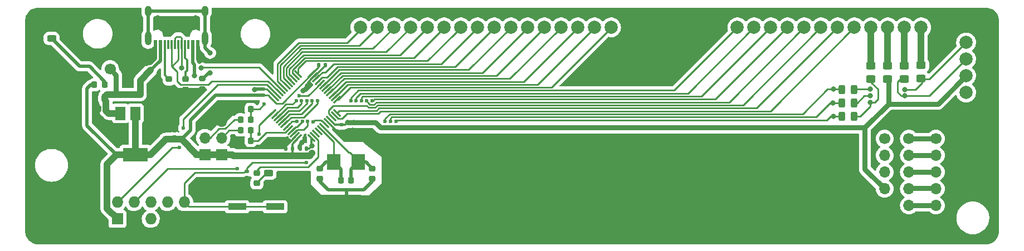
<source format=gbr>
G04 #@! TF.GenerationSoftware,KiCad,Pcbnew,(6.0.0-0)*
G04 #@! TF.CreationDate,2022-01-14T12:57:40+01:00*
G04 #@! TF.ProjectId,modelh,6d6f6465-6c68-42e6-9b69-6361645f7063,v0.1*
G04 #@! TF.SameCoordinates,Original*
G04 #@! TF.FileFunction,Copper,L1,Top*
G04 #@! TF.FilePolarity,Positive*
%FSLAX46Y46*%
G04 Gerber Fmt 4.6, Leading zero omitted, Abs format (unit mm)*
G04 Created by KiCad (PCBNEW (6.0.0-0)) date 2022-01-14 12:57:40*
%MOMM*%
%LPD*%
G01*
G04 APERTURE LIST*
G04 Aperture macros list*
%AMRoundRect*
0 Rectangle with rounded corners*
0 $1 Rounding radius*
0 $2 $3 $4 $5 $6 $7 $8 $9 X,Y pos of 4 corners*
0 Add a 4 corners polygon primitive as box body*
4,1,4,$2,$3,$4,$5,$6,$7,$8,$9,$2,$3,0*
0 Add four circle primitives for the rounded corners*
1,1,$1+$1,$2,$3*
1,1,$1+$1,$4,$5*
1,1,$1+$1,$6,$7*
1,1,$1+$1,$8,$9*
0 Add four rect primitives between the rounded corners*
20,1,$1+$1,$2,$3,$4,$5,0*
20,1,$1+$1,$4,$5,$6,$7,0*
20,1,$1+$1,$6,$7,$8,$9,0*
20,1,$1+$1,$8,$9,$2,$3,0*%
G04 Aperture macros list end*
G04 #@! TA.AperFunction,ComponentPad*
%ADD10O,1.000000X1.600000*%
G04 #@! TD*
G04 #@! TA.AperFunction,ComponentPad*
%ADD11O,1.000000X2.100000*%
G04 #@! TD*
G04 #@! TA.AperFunction,SMDPad,CuDef*
%ADD12R,0.600000X1.450000*%
G04 #@! TD*
G04 #@! TA.AperFunction,SMDPad,CuDef*
%ADD13R,0.300000X1.450000*%
G04 #@! TD*
G04 #@! TA.AperFunction,ComponentPad*
%ADD14C,2.000000*%
G04 #@! TD*
G04 #@! TA.AperFunction,SMDPad,CuDef*
%ADD15RoundRect,0.218750X-0.256250X0.218750X-0.256250X-0.218750X0.256250X-0.218750X0.256250X0.218750X0*%
G04 #@! TD*
G04 #@! TA.AperFunction,SMDPad,CuDef*
%ADD16RoundRect,0.218750X0.256250X-0.218750X0.256250X0.218750X-0.256250X0.218750X-0.256250X-0.218750X0*%
G04 #@! TD*
G04 #@! TA.AperFunction,SMDPad,CuDef*
%ADD17R,1.500000X2.000000*%
G04 #@! TD*
G04 #@! TA.AperFunction,SMDPad,CuDef*
%ADD18R,3.800000X2.000000*%
G04 #@! TD*
G04 #@! TA.AperFunction,SMDPad,CuDef*
%ADD19RoundRect,0.218750X-0.218750X-0.256250X0.218750X-0.256250X0.218750X0.256250X-0.218750X0.256250X0*%
G04 #@! TD*
G04 #@! TA.AperFunction,SMDPad,CuDef*
%ADD20RoundRect,0.218750X0.218750X0.256250X-0.218750X0.256250X-0.218750X-0.256250X0.218750X-0.256250X0*%
G04 #@! TD*
G04 #@! TA.AperFunction,ComponentPad*
%ADD21R,1.727200X1.727200*%
G04 #@! TD*
G04 #@! TA.AperFunction,ComponentPad*
%ADD22O,1.727200X1.727200*%
G04 #@! TD*
G04 #@! TA.AperFunction,SMDPad,CuDef*
%ADD23RoundRect,0.147500X0.172500X-0.147500X0.172500X0.147500X-0.172500X0.147500X-0.172500X-0.147500X0*%
G04 #@! TD*
G04 #@! TA.AperFunction,SMDPad,CuDef*
%ADD24RoundRect,0.147500X0.147500X0.172500X-0.147500X0.172500X-0.147500X-0.172500X0.147500X-0.172500X0*%
G04 #@! TD*
G04 #@! TA.AperFunction,SMDPad,CuDef*
%ADD25R,2.750000X1.000000*%
G04 #@! TD*
G04 #@! TA.AperFunction,ComponentPad*
%ADD26R,1.700000X1.700000*%
G04 #@! TD*
G04 #@! TA.AperFunction,ComponentPad*
%ADD27O,1.700000X1.700000*%
G04 #@! TD*
G04 #@! TA.AperFunction,SMDPad,CuDef*
%ADD28RoundRect,0.075000X0.521491X-0.415425X-0.415425X0.521491X-0.521491X0.415425X0.415425X-0.521491X0*%
G04 #@! TD*
G04 #@! TA.AperFunction,SMDPad,CuDef*
%ADD29RoundRect,0.075000X0.521491X0.415425X0.415425X0.521491X-0.521491X-0.415425X-0.415425X-0.521491X0*%
G04 #@! TD*
G04 #@! TA.AperFunction,ComponentPad*
%ADD30C,1.700000*%
G04 #@! TD*
G04 #@! TA.AperFunction,SMDPad,CuDef*
%ADD31R,2.000000X2.400000*%
G04 #@! TD*
G04 #@! TA.AperFunction,SMDPad,CuDef*
%ADD32RoundRect,0.243750X0.456250X-0.243750X0.456250X0.243750X-0.456250X0.243750X-0.456250X-0.243750X0*%
G04 #@! TD*
G04 #@! TA.AperFunction,SMDPad,CuDef*
%ADD33RoundRect,0.147500X-0.172500X0.147500X-0.172500X-0.147500X0.172500X-0.147500X0.172500X0.147500X0*%
G04 #@! TD*
G04 #@! TA.AperFunction,SMDPad,CuDef*
%ADD34RoundRect,0.250000X-0.450000X0.325000X-0.450000X-0.325000X0.450000X-0.325000X0.450000X0.325000X0*%
G04 #@! TD*
G04 #@! TA.AperFunction,SMDPad,CuDef*
%ADD35RoundRect,0.243750X0.243750X0.456250X-0.243750X0.456250X-0.243750X-0.456250X0.243750X-0.456250X0*%
G04 #@! TD*
G04 #@! TA.AperFunction,SMDPad,CuDef*
%ADD36RoundRect,0.147500X-0.147500X-0.172500X0.147500X-0.172500X0.147500X0.172500X-0.147500X0.172500X0*%
G04 #@! TD*
G04 #@! TA.AperFunction,SMDPad,CuDef*
%ADD37RoundRect,0.243750X-0.456250X0.243750X-0.456250X-0.243750X0.456250X-0.243750X0.456250X0.243750X0*%
G04 #@! TD*
G04 #@! TA.AperFunction,SMDPad,CuDef*
%ADD38RoundRect,0.200000X0.275000X-0.200000X0.275000X0.200000X-0.275000X0.200000X-0.275000X-0.200000X0*%
G04 #@! TD*
G04 #@! TA.AperFunction,ViaPad*
%ADD39C,0.800000*%
G04 #@! TD*
G04 #@! TA.AperFunction,ViaPad*
%ADD40C,0.600000*%
G04 #@! TD*
G04 #@! TA.AperFunction,Conductor*
%ADD41C,0.250000*%
G04 #@! TD*
G04 #@! TA.AperFunction,Conductor*
%ADD42C,0.500000*%
G04 #@! TD*
G04 #@! TA.AperFunction,Conductor*
%ADD43C,0.300000*%
G04 #@! TD*
G04 #@! TA.AperFunction,Conductor*
%ADD44C,0.800000*%
G04 #@! TD*
G04 #@! TA.AperFunction,Conductor*
%ADD45C,1.000000*%
G04 #@! TD*
G04 #@! TA.AperFunction,Conductor*
%ADD46C,0.200000*%
G04 #@! TD*
G04 APERTURE END LIST*
D10*
X93090000Y-48540000D03*
D11*
X93090000Y-52720000D03*
X84450000Y-52720000D03*
D10*
X84450000Y-48540000D03*
D12*
X92020000Y-53635000D03*
X91220000Y-53635000D03*
D13*
X90520000Y-53635000D03*
X89520000Y-53635000D03*
X88020000Y-53635000D03*
X87020000Y-53635000D03*
D12*
X86320000Y-53635000D03*
X85520000Y-53635000D03*
X85520000Y-53635000D03*
X86320000Y-53635000D03*
D13*
X87520000Y-53635000D03*
X88520000Y-53635000D03*
X89020000Y-53635000D03*
X90020000Y-53635000D03*
D12*
X91220000Y-53635000D03*
X92020000Y-53635000D03*
D14*
X208750000Y-53300000D03*
X208750000Y-55840000D03*
X208750000Y-58380000D03*
X208750000Y-60920000D03*
D15*
X90170000Y-58902500D03*
X90170000Y-60477500D03*
D16*
X87170000Y-68027500D03*
X87170000Y-66452500D03*
D17*
X84820000Y-64090000D03*
D18*
X82520000Y-70390000D03*
D17*
X82520000Y-64090000D03*
X80220000Y-64090000D03*
D15*
X87630000Y-58902500D03*
X87630000Y-60477500D03*
D19*
X98482500Y-66640000D03*
X100057500Y-66640000D03*
D20*
X100057500Y-65040000D03*
X98482500Y-65040000D03*
D21*
X79770000Y-80140000D03*
D22*
X79770000Y-77600000D03*
X82310000Y-80140000D03*
X82310000Y-77600000D03*
X84850000Y-80140000D03*
X84850000Y-77600000D03*
X87390000Y-80140000D03*
X87390000Y-77600000D03*
X89930000Y-80140000D03*
X89930000Y-77600000D03*
D15*
X118520000Y-72452500D03*
X118520000Y-74027500D03*
D20*
X115307500Y-74240000D03*
X113732500Y-74240000D03*
D23*
X101870000Y-61325000D03*
X101870000Y-60355000D03*
D24*
X108505000Y-69440000D03*
X107535000Y-69440000D03*
D25*
X97990000Y-82290000D03*
X103750000Y-82290000D03*
X103750000Y-78290000D03*
X97990000Y-78290000D03*
D26*
X95610000Y-70340000D03*
X93070000Y-70340000D03*
D27*
X95610000Y-67800000D03*
X93070000Y-67800000D03*
X95610000Y-65260000D03*
X93070000Y-65260000D03*
D24*
X78040000Y-63240000D03*
X77070000Y-63240000D03*
D23*
X88470000Y-67675000D03*
X88470000Y-66705000D03*
D28*
X109268788Y-67877876D03*
X109622342Y-67524322D03*
X109975895Y-67170769D03*
X110329449Y-66817215D03*
X110683002Y-66463662D03*
X111036555Y-66110109D03*
X111390109Y-65756555D03*
X111743662Y-65403002D03*
X112097215Y-65049449D03*
X112450769Y-64695895D03*
X112804322Y-64342342D03*
X113157876Y-63988788D03*
D29*
X113157876Y-61991212D03*
X112804322Y-61637658D03*
X112450769Y-61284105D03*
X112097215Y-60930551D03*
X111743662Y-60576998D03*
X111390109Y-60223445D03*
X111036555Y-59869891D03*
X110683002Y-59516338D03*
X110329449Y-59162785D03*
X109975895Y-58809231D03*
X109622342Y-58455678D03*
X109268788Y-58102124D03*
D28*
X107271212Y-58102124D03*
X106917658Y-58455678D03*
X106564105Y-58809231D03*
X106210551Y-59162785D03*
X105856998Y-59516338D03*
X105503445Y-59869891D03*
X105149891Y-60223445D03*
X104796338Y-60576998D03*
X104442785Y-60930551D03*
X104089231Y-61284105D03*
X103735678Y-61637658D03*
X103382124Y-61991212D03*
D29*
X103382124Y-63988788D03*
X103735678Y-64342342D03*
X104089231Y-64695895D03*
X104442785Y-65049449D03*
X104796338Y-65403002D03*
X105149891Y-65756555D03*
X105503445Y-66110109D03*
X105856998Y-66463662D03*
X106210551Y-66817215D03*
X106564105Y-67170769D03*
X106917658Y-67524322D03*
X107271212Y-67877876D03*
D24*
X106355000Y-69440000D03*
X105385000Y-69440000D03*
D30*
X204170000Y-67940000D03*
D27*
X204170000Y-70480000D03*
X204170000Y-73020000D03*
X204170000Y-75560000D03*
X204170000Y-78100000D03*
D15*
X110520000Y-72452500D03*
X110520000Y-74027500D03*
D30*
X200070000Y-67940000D03*
D27*
X200070000Y-70480000D03*
X200070000Y-73020000D03*
X200070000Y-75560000D03*
X200070000Y-78100000D03*
D30*
X196370000Y-67940000D03*
D27*
X196370000Y-70480000D03*
X196370000Y-73020000D03*
X196370000Y-75560000D03*
X196370000Y-78100000D03*
D31*
X116370000Y-71490000D03*
X112670000Y-71490000D03*
D32*
X102770000Y-75077500D03*
X102770000Y-73202500D03*
D15*
X100970000Y-73152500D03*
X100970000Y-74727500D03*
D20*
X100057500Y-68240000D03*
X98482500Y-68240000D03*
X100057500Y-63440000D03*
X98482500Y-63440000D03*
D14*
X173990000Y-51000000D03*
X176530000Y-51000000D03*
X179070000Y-51000000D03*
X181610000Y-51000000D03*
X184150000Y-51000000D03*
X186690000Y-51000000D03*
X189230000Y-51000000D03*
X191770000Y-51000000D03*
X194310000Y-51000000D03*
X196850000Y-51000000D03*
X199390000Y-51000000D03*
X201930000Y-51000000D03*
D33*
X99470000Y-72905000D03*
X99470000Y-73875000D03*
D34*
X196850000Y-56815000D03*
X196850000Y-58865000D03*
X194310000Y-56790000D03*
X194310000Y-58840000D03*
X201930000Y-56760000D03*
X201930000Y-58810000D03*
X199390000Y-56815000D03*
X199390000Y-58865000D03*
D35*
X191737500Y-60440000D03*
X189862500Y-60440000D03*
X191737500Y-62470000D03*
X189862500Y-62470000D03*
X191737500Y-64540000D03*
X189862500Y-64540000D03*
D36*
X110385000Y-56740000D03*
X111355000Y-56740000D03*
D14*
X116700000Y-51000000D03*
X119240000Y-51000000D03*
X121780000Y-51000000D03*
X124320000Y-51000000D03*
X126860000Y-51000000D03*
X129400000Y-51000000D03*
X131940000Y-51000000D03*
X134480000Y-51000000D03*
X137020000Y-51000000D03*
X139560000Y-51000000D03*
X142100000Y-51000000D03*
X144640000Y-51000000D03*
X147180000Y-51000000D03*
X149720000Y-51000000D03*
X152260000Y-51000000D03*
X154800000Y-51000000D03*
D30*
X78670000Y-57340000D03*
D20*
X77870000Y-61540000D03*
X76295000Y-61540000D03*
D37*
X69770000Y-50802500D03*
X69770000Y-52677500D03*
D19*
X76282500Y-59740000D03*
X77857500Y-59740000D03*
D33*
X113800000Y-65815000D03*
X113800000Y-66785000D03*
D38*
X92670000Y-60415000D03*
X92670000Y-58765000D03*
D39*
X102270000Y-69110000D03*
X138000000Y-69000000D03*
X136000000Y-69000000D03*
X134000000Y-69000000D03*
X130000000Y-69000000D03*
X132000000Y-69000000D03*
X148000000Y-69000000D03*
X146000000Y-69000000D03*
X150000000Y-69000000D03*
X158000000Y-69000000D03*
X156000000Y-69000000D03*
X152000000Y-69000000D03*
X154000000Y-69000000D03*
X144000000Y-69000000D03*
X140000000Y-69000000D03*
X142000000Y-69000000D03*
X178000000Y-69000000D03*
X170000000Y-69000000D03*
X176000000Y-69000000D03*
X164000000Y-69000000D03*
X172000000Y-69000000D03*
X174000000Y-69000000D03*
X166000000Y-69000000D03*
X168000000Y-69000000D03*
X162000000Y-69000000D03*
X160000000Y-69000000D03*
X148000000Y-83000000D03*
X170000000Y-83000000D03*
X154000000Y-83000000D03*
X168000000Y-83000000D03*
X156000000Y-83000000D03*
X116000000Y-83000000D03*
X162000000Y-83000000D03*
X166000000Y-83000000D03*
X160000000Y-83000000D03*
X114000000Y-83000000D03*
X152000000Y-83000000D03*
X150000000Y-83000000D03*
X164000000Y-83000000D03*
X158000000Y-83000000D03*
X172000000Y-83000000D03*
X118000000Y-83000000D03*
X146000000Y-83000000D03*
X138000000Y-83000000D03*
X144000000Y-83000000D03*
X132000000Y-83000000D03*
X140000000Y-83000000D03*
X126000000Y-83000000D03*
X142000000Y-83000000D03*
X174000000Y-83000000D03*
X134000000Y-83000000D03*
X124000000Y-83000000D03*
X120000000Y-83000000D03*
X122000000Y-83000000D03*
X136000000Y-83000000D03*
X130000000Y-83000000D03*
X128000000Y-83000000D03*
X112000000Y-83000000D03*
X176000000Y-83000000D03*
X108000000Y-83000000D03*
X110000000Y-83000000D03*
X178000000Y-83000000D03*
X182000000Y-83000000D03*
X186000000Y-83000000D03*
X190000000Y-83000000D03*
X184000000Y-83000000D03*
X194000000Y-83000000D03*
X192000000Y-83000000D03*
X188000000Y-83000000D03*
X180000000Y-83000000D03*
X211000000Y-49000000D03*
X199000000Y-49000000D03*
X207000000Y-49000000D03*
X203000000Y-49000000D03*
X209000000Y-49000000D03*
X205000000Y-49000000D03*
X201000000Y-49000000D03*
X195000000Y-49000000D03*
X193000000Y-49000000D03*
X197000000Y-49000000D03*
X181000000Y-49000000D03*
X177000000Y-49000000D03*
X185000000Y-49000000D03*
X183000000Y-49000000D03*
X187000000Y-49000000D03*
X179000000Y-49000000D03*
X191000000Y-49000000D03*
X175000000Y-49000000D03*
X189000000Y-49000000D03*
X173000000Y-49000000D03*
X171000000Y-49000000D03*
X167000000Y-49000000D03*
X163000000Y-49000000D03*
X159000000Y-49000000D03*
X153000000Y-49000000D03*
X161000000Y-49000000D03*
X155000000Y-49000000D03*
X157000000Y-49000000D03*
X169000000Y-49000000D03*
X165000000Y-49000000D03*
X143000000Y-49000000D03*
X151000000Y-49000000D03*
X133000000Y-49000000D03*
X145000000Y-49000000D03*
X139000000Y-49000000D03*
X149000000Y-49000000D03*
X141000000Y-49000000D03*
X135000000Y-49000000D03*
X147000000Y-49000000D03*
X137000000Y-49000000D03*
X113000000Y-49000000D03*
X131000000Y-49000000D03*
X115000000Y-49000000D03*
X123000000Y-49000000D03*
X117000000Y-49000000D03*
X127000000Y-49000000D03*
X121000000Y-49000000D03*
X129000000Y-49000000D03*
X119000000Y-49000000D03*
X125000000Y-49000000D03*
X67000000Y-81000000D03*
X67000000Y-79000000D03*
X89000000Y-83000000D03*
X180000000Y-69000000D03*
X86870000Y-64440000D03*
X95000000Y-49000000D03*
X67000000Y-77000000D03*
X67000000Y-61000000D03*
X183970000Y-81000000D03*
X71000000Y-83000000D03*
X77000000Y-49000000D03*
X83000000Y-49000000D03*
X186000000Y-69000000D03*
X86870000Y-63440000D03*
X103270000Y-69110010D03*
X205000000Y-53000000D03*
X151000000Y-59000000D03*
X122000000Y-69000000D03*
X67000000Y-55000000D03*
X128000000Y-69000000D03*
X201000000Y-65000000D03*
X71000000Y-49000000D03*
X198000000Y-83000000D03*
X157000000Y-59000000D03*
X213000000Y-71000000D03*
X213000000Y-59000000D03*
X117800000Y-66700000D03*
X67000000Y-75000000D03*
X213000000Y-79000000D03*
X81000000Y-49000000D03*
X213000000Y-73000000D03*
X97000000Y-49000000D03*
X213000000Y-63000000D03*
X87870000Y-64440000D03*
X98250000Y-76000000D03*
X87870000Y-63440000D03*
X67000000Y-65000000D03*
X98250000Y-74500000D03*
X67000000Y-67000000D03*
X67000000Y-69000000D03*
X115570000Y-77140000D03*
X213000000Y-57000000D03*
X109000000Y-49000000D03*
X124000000Y-69000000D03*
X196000000Y-83000000D03*
X81000000Y-83000000D03*
X213000000Y-65000000D03*
X203000000Y-65000000D03*
X100670000Y-60459990D03*
X120000000Y-69000000D03*
X107794990Y-68540000D03*
X126000000Y-81000000D03*
X79000000Y-49000000D03*
X126000000Y-79000000D03*
X108700000Y-59900004D03*
X67000000Y-51000000D03*
X79000000Y-83000000D03*
X213000000Y-69000000D03*
X126000000Y-75000000D03*
X96500000Y-74500000D03*
X213000000Y-53000000D03*
X83000000Y-83000000D03*
X103000000Y-49000000D03*
X205000000Y-55000000D03*
X108000000Y-73750000D03*
X126000000Y-73000000D03*
X208000000Y-83000000D03*
X213000000Y-61000000D03*
X202000000Y-83000000D03*
X116700000Y-66700000D03*
X114570000Y-77140000D03*
X84170000Y-56490000D03*
X92270000Y-56190000D03*
X106000000Y-83000000D03*
X213000000Y-77000000D03*
X161000000Y-59000000D03*
X85000000Y-83000000D03*
X197000000Y-65000000D03*
X213000000Y-55000000D03*
X107000000Y-49000000D03*
X88870000Y-64440000D03*
X77370000Y-65940000D03*
X183970000Y-71000000D03*
X149000000Y-59000000D03*
X155000000Y-59000000D03*
X159000000Y-59000000D03*
X183970000Y-73000000D03*
X115570000Y-66690000D03*
X67000000Y-57000000D03*
X182000000Y-69000000D03*
X184000000Y-69000000D03*
X75000000Y-49000000D03*
X88870000Y-63440000D03*
X85870000Y-49590000D03*
X126000000Y-71000000D03*
X126000000Y-69000000D03*
X188000000Y-69000000D03*
X101000000Y-49000000D03*
X111000000Y-49000000D03*
X67000000Y-53000000D03*
X96500000Y-76000000D03*
X76370000Y-64340000D03*
X213000000Y-67000000D03*
X199000000Y-65000000D03*
X91000000Y-83000000D03*
X73000000Y-83000000D03*
X87000000Y-83000000D03*
X206000000Y-83000000D03*
X126000000Y-77000000D03*
X183970000Y-75000000D03*
X76370000Y-65440000D03*
X205000000Y-65000000D03*
X77000000Y-83000000D03*
X183970000Y-77000000D03*
X104270000Y-69110010D03*
X69000000Y-83000000D03*
X99000000Y-49000000D03*
X200000000Y-83000000D03*
X204000000Y-83000000D03*
X77370000Y-64840000D03*
X213000000Y-51000000D03*
X67000000Y-59000000D03*
X213000000Y-75000000D03*
X163000000Y-59000000D03*
X91670000Y-49590000D03*
X190000000Y-69000000D03*
X104500000Y-73750000D03*
X67000000Y-63000000D03*
X153000000Y-59000000D03*
X73000000Y-49000000D03*
X69000000Y-49000000D03*
X108000000Y-60600000D03*
X93000000Y-83000000D03*
X205000000Y-51000000D03*
X106250000Y-73750000D03*
X105000000Y-49000000D03*
X113570000Y-77140000D03*
X183970000Y-79000000D03*
X91470000Y-58390000D03*
X84820000Y-57540000D03*
X109370000Y-70140000D03*
X114770000Y-65439499D03*
X115720000Y-65440000D03*
X109370000Y-68990000D03*
D40*
X108520000Y-71540004D03*
X109528158Y-65366699D03*
X107770000Y-62140000D03*
X117670000Y-62140000D03*
X106970000Y-62140000D03*
X118470000Y-62140000D03*
X108570000Y-62140000D03*
X116870000Y-62140000D03*
X109370000Y-62140000D03*
X116070000Y-62140000D03*
X110170000Y-62140000D03*
X115270000Y-62140000D03*
X101270000Y-67215000D03*
X98020000Y-72490000D03*
X89800000Y-66300000D03*
X89200000Y-69300000D03*
D39*
X89570000Y-57190000D03*
X92470000Y-57190000D03*
D40*
X120470000Y-65340000D03*
X108670000Y-65340000D03*
D39*
X188590000Y-60420000D03*
D40*
X107870000Y-65340000D03*
D39*
X188540000Y-62470000D03*
D40*
X121270000Y-65340000D03*
X122170000Y-65290000D03*
D39*
X188570000Y-64540000D03*
D40*
X107028051Y-65298051D03*
X107400000Y-61400000D03*
X102100000Y-62700000D03*
D39*
X93870000Y-57890000D03*
X93870000Y-54890000D03*
X194170000Y-62440000D03*
X199470000Y-61440000D03*
X194157340Y-61427340D03*
X199470000Y-60440000D03*
X194170161Y-60427411D03*
D41*
X89520000Y-52610978D02*
X89520000Y-53635000D01*
X88520000Y-52640000D02*
X88520000Y-53635000D01*
X88520000Y-52640000D02*
X88770000Y-52390000D01*
X88770000Y-52390000D02*
X89299022Y-52390000D01*
X89299022Y-52390000D02*
X89520000Y-52610978D01*
D42*
X93090000Y-48540000D02*
X84450000Y-48540000D01*
X93090000Y-48540000D02*
X93090000Y-54110000D01*
X93090000Y-54110000D02*
X93870000Y-54890000D01*
X84450000Y-48540000D02*
X84450000Y-52720000D01*
X92270000Y-56190000D02*
X92020000Y-55940000D01*
X92020000Y-55940000D02*
X92020000Y-53635000D01*
X91470000Y-58390000D02*
X91470000Y-56664614D01*
X91470000Y-56664614D02*
X91220000Y-56414614D01*
X91220000Y-56414614D02*
X91220000Y-53635000D01*
D43*
X90170000Y-58902500D02*
X90170000Y-57790000D01*
X90170000Y-57790000D02*
X90370000Y-57590000D01*
X90370000Y-57590000D02*
X90370000Y-55959022D01*
X90370000Y-55959022D02*
X90020000Y-55609022D01*
X90020000Y-55609022D02*
X90020000Y-53635000D01*
D41*
X104442785Y-60930551D02*
X102702234Y-59190000D01*
X102702234Y-59190000D02*
X94070000Y-59190000D01*
X94070000Y-59190000D02*
X93570000Y-59690000D01*
X93570000Y-59690000D02*
X89345000Y-59690000D01*
X89345000Y-59690000D02*
X88870000Y-59215000D01*
X88870000Y-59215000D02*
X88870000Y-57790000D01*
X88870000Y-57790000D02*
X88020000Y-56940000D01*
X88020000Y-56940000D02*
X88020000Y-53635000D01*
D43*
X87020000Y-53635000D02*
X87020000Y-58292500D01*
X87020000Y-58292500D02*
X87630000Y-58902500D01*
D42*
X84820000Y-57540000D02*
X86320000Y-56040000D01*
X86320000Y-56040000D02*
X86320000Y-53635000D01*
X84170000Y-56490000D02*
X84770000Y-56490000D01*
X84770000Y-56490000D02*
X85520000Y-55740000D01*
X85520000Y-55740000D02*
X85520000Y-53635000D01*
X92710000Y-60477500D02*
X90170000Y-60477500D01*
X114570000Y-75740000D02*
X114570000Y-77140000D01*
X111795000Y-75740000D02*
X114570000Y-75740000D01*
D41*
X111355000Y-56758232D02*
X111355000Y-56740000D01*
X109622342Y-58455678D02*
X108700000Y-59378020D01*
D42*
X107535000Y-69490000D02*
X107535000Y-68799990D01*
D44*
X87170000Y-66452500D02*
X87170000Y-64990000D01*
D41*
X108700000Y-59378020D02*
X108700000Y-59900004D01*
D42*
X118520000Y-74465000D02*
X117245000Y-75740000D01*
X87630000Y-60477500D02*
X87630000Y-61280000D01*
X118520000Y-74027500D02*
X118520000Y-74465000D01*
X77070000Y-63240000D02*
X77070000Y-63640000D01*
D41*
X113125660Y-66785000D02*
X113800000Y-66785000D01*
X105385000Y-69056980D02*
X105385000Y-69240000D01*
X111743662Y-65403002D02*
X113125660Y-66785000D01*
D42*
X110520000Y-74465000D02*
X111795000Y-75740000D01*
D41*
X106917658Y-67524322D02*
X105385000Y-69056980D01*
D42*
X87630000Y-61280000D02*
X84820000Y-64090000D01*
X100774990Y-60355000D02*
X100670000Y-60459990D01*
D41*
X109657554Y-58455678D02*
X111355000Y-56758232D01*
X103735678Y-61637658D02*
X102453020Y-60355000D01*
X102453020Y-60355000D02*
X101870000Y-60355000D01*
X109622342Y-58455678D02*
X109657554Y-58455678D01*
D42*
X110520000Y-74027500D02*
X110520000Y-74465000D01*
X107535000Y-68799990D02*
X107794990Y-68540000D01*
X114570000Y-75740000D02*
X117245000Y-75740000D01*
X76295000Y-64265000D02*
X76370000Y-64340000D01*
X87630000Y-60477500D02*
X90170000Y-60477500D01*
X77070000Y-63640000D02*
X76370000Y-64340000D01*
X101870000Y-60355000D02*
X100774990Y-60355000D01*
X76295000Y-61540000D02*
X76295000Y-64265000D01*
D45*
X79570000Y-61240000D02*
X78170000Y-61240000D01*
X83245000Y-59115000D02*
X83245000Y-61240000D01*
X77870000Y-62015000D02*
X78065010Y-62210010D01*
X78065010Y-63685010D02*
X78470000Y-64090000D01*
D44*
X79570000Y-58240000D02*
X78670000Y-57340000D01*
D45*
X78065010Y-62210010D02*
X78065010Y-63685010D01*
X78170000Y-61240000D02*
X77870000Y-61540000D01*
X78470000Y-64090000D02*
X80220000Y-64090000D01*
X83245000Y-61240000D02*
X79570000Y-61240000D01*
D44*
X79570000Y-61240000D02*
X79570000Y-58240000D01*
D45*
X77870000Y-61540000D02*
X77870000Y-62015000D01*
X84820000Y-57540000D02*
X83245000Y-59115000D01*
X201930000Y-51000000D02*
X201930000Y-56760000D01*
X199390000Y-51000000D02*
X199390000Y-56815000D01*
X196850000Y-51000000D02*
X196850000Y-56815000D01*
D42*
X77857500Y-59265000D02*
X75532500Y-56940000D01*
X75532500Y-56940000D02*
X74032500Y-56940000D01*
X77857500Y-59740000D02*
X77857500Y-59265000D01*
X74032500Y-56940000D02*
X69770000Y-52677500D01*
D44*
X115720000Y-65440000D02*
X118970000Y-65440000D01*
D41*
X104822244Y-62548668D02*
X109268788Y-58102124D01*
D45*
X91770000Y-70340000D02*
X91770000Y-70265000D01*
X79620000Y-70390000D02*
X82520000Y-70390000D01*
X97399989Y-70510011D02*
X106349990Y-70510010D01*
D44*
X193370000Y-66240000D02*
X196970000Y-62640000D01*
D43*
X114394499Y-65815000D02*
X114770000Y-65439499D01*
X112862766Y-65815000D02*
X113800000Y-65815000D01*
D41*
X102715912Y-61325000D02*
X103382124Y-61991212D01*
D44*
X120109999Y-66240000D02*
X193370000Y-66240000D01*
D42*
X75170000Y-60290000D02*
X75170000Y-65940000D01*
D45*
X108999990Y-70510010D02*
X109370000Y-70140000D01*
X88092510Y-68027500D02*
X87170000Y-68027500D01*
X89532500Y-68027500D02*
X88092510Y-68027500D01*
D43*
X106355000Y-69440000D02*
X106355000Y-70505000D01*
D44*
X119770001Y-66240001D02*
X120109999Y-66240001D01*
D45*
X95610000Y-70340000D02*
X93070000Y-70340000D01*
D41*
X110385000Y-56740000D02*
X110385000Y-56985912D01*
D45*
X91770000Y-70265000D02*
X89532500Y-68027500D01*
X82520000Y-64090000D02*
X82520000Y-70390000D01*
D41*
X110385000Y-56985912D02*
X109268788Y-58102124D01*
D44*
X196970000Y-62640000D02*
X196970000Y-58865000D01*
X114770000Y-65439499D02*
X114770501Y-65440000D01*
D43*
X108920000Y-69440000D02*
X109370000Y-68990000D01*
D45*
X82520000Y-70390000D02*
X84807500Y-70390000D01*
D42*
X90900000Y-66660000D02*
X89532500Y-68027500D01*
D43*
X106355000Y-68794088D02*
X106355000Y-69440000D01*
D44*
X114770501Y-65440000D02*
X115720000Y-65440000D01*
D45*
X106349990Y-70510010D02*
X108999990Y-70510010D01*
D43*
X113800000Y-65815000D02*
X114394499Y-65815000D01*
D44*
X196970000Y-62640000D02*
X204510000Y-62640000D01*
X193370000Y-72560000D02*
X196370000Y-75560000D01*
D45*
X78206399Y-78576399D02*
X78206399Y-71803601D01*
X84807500Y-70390000D02*
X87170000Y-68027500D01*
D42*
X94710998Y-61325000D02*
X90900000Y-65135998D01*
D45*
X97229978Y-70340000D02*
X97399989Y-70510011D01*
D41*
X103939580Y-62548668D02*
X103382124Y-61991212D01*
D42*
X101870000Y-61325000D02*
X94710998Y-61325000D01*
X76282500Y-59740000D02*
X75720000Y-59740000D01*
D41*
X104822244Y-62548668D02*
X103939580Y-62548668D01*
D44*
X193370000Y-66240000D02*
X193370000Y-72560000D01*
X118970000Y-65440000D02*
X119770001Y-66240001D01*
D45*
X93070000Y-70340000D02*
X91770000Y-70340000D01*
X78206399Y-71803601D02*
X79620000Y-70390000D01*
D43*
X107271212Y-67877876D02*
X106355000Y-68794088D01*
D42*
X75720000Y-59740000D02*
X75170000Y-60290000D01*
D41*
X106355000Y-70505000D02*
X106349990Y-70510010D01*
D43*
X112097215Y-65049449D02*
X112862766Y-65815000D01*
D42*
X75170000Y-65940000D02*
X79620000Y-70390000D01*
D43*
X109268788Y-67877876D02*
X109268788Y-68888788D01*
X108505000Y-69440000D02*
X108920000Y-69440000D01*
D41*
X109268788Y-68888788D02*
X109370000Y-68990000D01*
D44*
X204510000Y-62640000D02*
X208770000Y-58380000D01*
D41*
X101870000Y-61325000D02*
X102715912Y-61325000D01*
D45*
X79770000Y-80140000D02*
X78206399Y-78576399D01*
D42*
X90900000Y-65135998D02*
X90900000Y-66660000D01*
D45*
X95610000Y-70340000D02*
X97229978Y-70340000D01*
D41*
X102407500Y-73202500D02*
X102770000Y-73202500D01*
X100970000Y-74640000D02*
X102407500Y-73202500D01*
X100970000Y-74727500D02*
X100970000Y-74640000D01*
X93070000Y-67800000D02*
X93870998Y-67800000D01*
X98045000Y-65040000D02*
X98482500Y-65040000D01*
X95235997Y-66435001D02*
X96174999Y-66435001D01*
X96174999Y-66435001D02*
X97570000Y-65040000D01*
X97570000Y-65040000D02*
X98045000Y-65040000D01*
X93870998Y-67800000D02*
X95235997Y-66435001D01*
X98482500Y-66640000D02*
X96770000Y-66640000D01*
X96770000Y-66640000D02*
X95610000Y-67800000D01*
D42*
X115307500Y-74240000D02*
X115307500Y-72552500D01*
D41*
X111036555Y-66110109D02*
X114966446Y-70040000D01*
X115120000Y-70040000D02*
X116370000Y-71290000D01*
D42*
X117557500Y-71490000D02*
X118520000Y-72452500D01*
X116370000Y-71490000D02*
X117557500Y-71490000D01*
D41*
X116370000Y-71290000D02*
X116370000Y-71490000D01*
X114966446Y-70040000D02*
X115120000Y-70040000D01*
D42*
X115307500Y-72552500D02*
X116370000Y-71490000D01*
D41*
X110683002Y-66463662D02*
X112670000Y-68450660D01*
X112670000Y-68450660D02*
X112670000Y-71490000D01*
D42*
X113732500Y-74240000D02*
X113732500Y-72552500D01*
X112670000Y-71490000D02*
X111482500Y-71490000D01*
X111482500Y-71490000D02*
X110520000Y-72452500D01*
X113732500Y-72552500D02*
X112670000Y-71490000D01*
D41*
X90620000Y-78290000D02*
X89930000Y-77600000D01*
X99150000Y-72905000D02*
X98939999Y-73115001D01*
X100319996Y-71540004D02*
X99470000Y-72390000D01*
X97990000Y-78290000D02*
X90620000Y-78290000D01*
X108520000Y-71540004D02*
X100319996Y-71540004D01*
X97990000Y-78290000D02*
X103750000Y-78290000D01*
X99470000Y-72390000D02*
X99470000Y-72905000D01*
X111390109Y-65756555D02*
X110723554Y-65090000D01*
X110723554Y-65090000D02*
X109804857Y-65090000D01*
X98939999Y-73115001D02*
X91544999Y-73115001D01*
X109804857Y-65090000D02*
X109528158Y-65366699D01*
X89930000Y-74730000D02*
X89930000Y-77600000D01*
X91544999Y-73115001D02*
X89930000Y-74730000D01*
X99470000Y-72905000D02*
X99150000Y-72905000D01*
X145718920Y-60145080D02*
X154810000Y-51054000D01*
X113370008Y-61991212D02*
X115216140Y-60145080D01*
X115216140Y-60145080D02*
X145718920Y-60145080D01*
X113157876Y-61991212D02*
X113370008Y-61991212D01*
X143628930Y-59695070D02*
X152270000Y-51054000D01*
X114746910Y-59695070D02*
X143628930Y-59695070D01*
X112804322Y-61637658D02*
X114746910Y-59695070D01*
X141538940Y-59245060D02*
X149730000Y-51054000D01*
X112450769Y-61284105D02*
X112486109Y-61284105D01*
X112486109Y-61284105D02*
X114525154Y-59245060D01*
X114525154Y-59245060D02*
X141538940Y-59245060D01*
X139448950Y-58795050D02*
X147190000Y-51054000D01*
X112097215Y-60930551D02*
X114232716Y-58795050D01*
X114232716Y-58795050D02*
X139448950Y-58795050D01*
X137358960Y-58345040D02*
X144650000Y-51054000D01*
X113975620Y-58345040D02*
X137358960Y-58345040D01*
X111743662Y-60576998D02*
X113975620Y-58345040D01*
X111390109Y-60223445D02*
X113718524Y-57895030D01*
X135268970Y-57895030D02*
X142110000Y-51054000D01*
X113718524Y-57895030D02*
X135268970Y-57895030D01*
X113461426Y-57445020D02*
X133178980Y-57445020D01*
X133178980Y-57445020D02*
X139570000Y-51054000D01*
X111036555Y-59869891D02*
X113461426Y-57445020D01*
X136180001Y-51903999D02*
X137030000Y-51054000D01*
X113214990Y-56995010D02*
X131088990Y-56995010D01*
X110329449Y-59162785D02*
X110897397Y-58594837D01*
X110897397Y-58594837D02*
X111615163Y-58594837D01*
X111615163Y-58594837D02*
X113214990Y-56995010D01*
X131088990Y-56995010D02*
X136180001Y-51903999D01*
X128999000Y-56545000D02*
X134490000Y-51054000D01*
X110950106Y-57835020D02*
X111348212Y-57835020D01*
X112638232Y-56545000D02*
X128999000Y-56545000D01*
X111348212Y-57835020D02*
X112638232Y-56545000D01*
X109975895Y-58809231D02*
X110950106Y-57835020D01*
X108415010Y-56094990D02*
X126909010Y-56094990D01*
X131100001Y-51903999D02*
X131950000Y-51054000D01*
X107271212Y-58102124D02*
X107271212Y-57238788D01*
X126909010Y-56094990D02*
X131100001Y-51903999D01*
X107271212Y-57238788D02*
X108415010Y-56094990D01*
X124819020Y-55644980D02*
X129410000Y-51054000D01*
X106349711Y-57521007D02*
X108225738Y-55644980D01*
X108225738Y-55644980D02*
X124819020Y-55644980D01*
X106917658Y-58455678D02*
X106349711Y-57887731D01*
X106349711Y-57887731D02*
X106349711Y-57521007D01*
X106564105Y-58809231D02*
X105899702Y-58144828D01*
X108039338Y-55194970D02*
X122729030Y-55194970D01*
X122729030Y-55194970D02*
X126870000Y-51054000D01*
X105899702Y-58144828D02*
X105899702Y-57334606D01*
X105899702Y-57334606D02*
X108039338Y-55194970D01*
X105449692Y-58366584D02*
X105449693Y-57148205D01*
X120644000Y-54740000D02*
X124330000Y-51054000D01*
X105449693Y-57148205D02*
X107857898Y-54740000D01*
X106210551Y-59127443D02*
X105449692Y-58366584D01*
X106210551Y-59162785D02*
X106210551Y-59127443D01*
X107857898Y-54740000D02*
X120644000Y-54740000D01*
X107721488Y-54240000D02*
X118604000Y-54240000D01*
X104999684Y-56961804D02*
X107721488Y-54240000D01*
X118604000Y-54240000D02*
X121790000Y-51054000D01*
X104999684Y-58659024D02*
X104999684Y-56961804D01*
X105856998Y-59516338D02*
X104999684Y-58659024D01*
X104549675Y-58916121D02*
X104549675Y-56775403D01*
X104549675Y-56775403D02*
X107535088Y-53789990D01*
X107535088Y-53789990D02*
X116514010Y-53789990D01*
X105503445Y-59869891D02*
X104549675Y-58916121D01*
X116514010Y-53789990D02*
X119250000Y-51054000D01*
X114670000Y-53339980D02*
X114670000Y-53330000D01*
X116710000Y-51290000D02*
X116710000Y-51054000D01*
X114670000Y-53330000D02*
X116710000Y-51290000D01*
X105149891Y-60223445D02*
X104099665Y-59173219D01*
X104099665Y-59173219D02*
X104099666Y-56589002D01*
X104099666Y-56589002D02*
X107348688Y-53339980D01*
X107348688Y-53339980D02*
X114670000Y-53339980D01*
X179024840Y-63745160D02*
X191770000Y-51000000D01*
X119764840Y-63745160D02*
X179024840Y-63745160D01*
X114684971Y-64115029D02*
X119394971Y-64115029D01*
X112804322Y-64342342D02*
X113372269Y-64910289D01*
X113889711Y-64910289D02*
X114684971Y-64115029D01*
X113372269Y-64910289D02*
X113889711Y-64910289D01*
X119394971Y-64115029D02*
X119764840Y-63745160D01*
X176934850Y-63295150D02*
X189230000Y-51000000D01*
X119512672Y-63295150D02*
X176934850Y-63295150D01*
X113157876Y-63988788D02*
X113481645Y-63665019D01*
X113481645Y-63665019D02*
X119142803Y-63665019D01*
X119142803Y-63665019D02*
X119512672Y-63295150D01*
X112597287Y-62912713D02*
X117681301Y-62912713D01*
X111882821Y-63627179D02*
X112597287Y-62912713D01*
X117983599Y-63215011D02*
X118956402Y-63215010D01*
X119326272Y-62845140D02*
X174844860Y-62845140D01*
X118956402Y-63215010D02*
X119326272Y-62845140D01*
X112450769Y-64660555D02*
X111882821Y-64092607D01*
X111882821Y-64092607D02*
X111882821Y-63627179D01*
X112450769Y-64695895D02*
X112450769Y-64660555D01*
X174844860Y-62845140D02*
X186690000Y-51000000D01*
X117681301Y-62912713D02*
X117983599Y-63215011D01*
X172754870Y-62395130D02*
X184150000Y-51000000D01*
X118169999Y-62765001D02*
X118770001Y-62765001D01*
X117670000Y-62140000D02*
X117844999Y-62314999D01*
X107134264Y-63200000D02*
X107770000Y-62564264D01*
X117844999Y-62314999D02*
X117844999Y-62440001D01*
X118770001Y-62765001D02*
X119139872Y-62395130D01*
X119139872Y-62395130D02*
X172754870Y-62395130D01*
X104089231Y-64695895D02*
X105585126Y-63200000D01*
X117844999Y-62440001D02*
X118169999Y-62765001D01*
X107770000Y-62564264D02*
X107770000Y-62140000D01*
X105585126Y-63200000D02*
X107134264Y-63200000D01*
X106410000Y-62700000D02*
X106970000Y-62140000D01*
X118470000Y-62140000D02*
X118670000Y-62140000D01*
X162670490Y-61945610D02*
X170664390Y-61945610D01*
X162670000Y-61945120D02*
X162670490Y-61945610D01*
X103735678Y-64342342D02*
X105378020Y-62700000D01*
X118670000Y-62140000D02*
X118864880Y-61945120D01*
X118864880Y-61945120D02*
X162670000Y-61945120D01*
X170664390Y-61945610D02*
X181610000Y-51000000D01*
X105378020Y-62700000D02*
X106410000Y-62700000D01*
X168574890Y-61495110D02*
X117014890Y-61495110D01*
X108570000Y-62564264D02*
X108570000Y-62140000D01*
X179070000Y-51000000D02*
X168574890Y-61495110D01*
X107434264Y-63700000D02*
X108570000Y-62564264D01*
X104442785Y-65049449D02*
X105792234Y-63700000D01*
X105792234Y-63700000D02*
X107434264Y-63700000D01*
X116870000Y-61640000D02*
X116870000Y-62140000D01*
X117014890Y-61495110D02*
X116870000Y-61640000D01*
X166484410Y-61045590D02*
X162514410Y-61045590D01*
X104796338Y-65403002D02*
X105999340Y-64200000D01*
X176530000Y-51000000D02*
X166484410Y-61045590D01*
X162514410Y-61045590D02*
X162514900Y-61045100D01*
X116070000Y-61715736D02*
X116070000Y-62140000D01*
X105999340Y-64200000D02*
X107734264Y-64200000D01*
X162514900Y-61045100D02*
X116740636Y-61045100D01*
X116740636Y-61045100D02*
X116070000Y-61715736D01*
X109370000Y-62564264D02*
X109370000Y-62140000D01*
X107734264Y-64200000D02*
X109370000Y-62564264D01*
X108061214Y-64673050D02*
X110170000Y-62564264D01*
X115270000Y-61715736D02*
X116390646Y-60595090D01*
X115270000Y-62140000D02*
X115270000Y-61715736D01*
X110170000Y-62564264D02*
X110170000Y-62140000D01*
X116390646Y-60595090D02*
X162670000Y-60595090D01*
X173990000Y-51000000D02*
X164394420Y-60595580D01*
X105149891Y-65756555D02*
X106233396Y-64673050D01*
X106233396Y-64673050D02*
X108061214Y-64673050D01*
X164394420Y-60595580D02*
X162270000Y-60595580D01*
X103169992Y-63988788D02*
X101270000Y-65888780D01*
X87420000Y-72490000D02*
X82310000Y-77600000D01*
X101270000Y-65888780D02*
X101270000Y-67215000D01*
X103382124Y-63988788D02*
X103169992Y-63988788D01*
X98020000Y-72490000D02*
X87420000Y-72490000D01*
X104089231Y-61284105D02*
X102520125Y-59714999D01*
X89800000Y-64975736D02*
X89800000Y-65875736D01*
X102520125Y-59714999D02*
X95060737Y-59714999D01*
X95060737Y-59714999D02*
X89800000Y-64975736D01*
X89800000Y-65875736D02*
X89800000Y-66300000D01*
X79770000Y-77600000D02*
X88070000Y-69300000D01*
X88070000Y-69300000D02*
X89200000Y-69300000D01*
X110270000Y-68171980D02*
X110270000Y-70715006D01*
X100970000Y-72715000D02*
X100970000Y-73152500D01*
X109622342Y-67524322D02*
X110270000Y-68171980D01*
X108745006Y-72240000D02*
X101445000Y-72240000D01*
X110270000Y-70715006D02*
X108745006Y-72240000D01*
X101445000Y-72240000D02*
X100970000Y-72715000D01*
X89020000Y-55940000D02*
X88070000Y-56890000D01*
X89020000Y-54235000D02*
X89020000Y-55940000D01*
X92570000Y-57090000D02*
X101309340Y-57090000D01*
X92470000Y-57190000D02*
X92570000Y-57090000D01*
X101309340Y-57090000D02*
X104796338Y-60576998D01*
X89520000Y-57140000D02*
X89520000Y-54235000D01*
D46*
X89570000Y-57190000D02*
X89520000Y-57140000D01*
D41*
X102378392Y-67031610D02*
X101170002Y-68240000D01*
X100057500Y-66640000D02*
X100057500Y-68240000D01*
X105289050Y-67031610D02*
X102378392Y-67031610D01*
X101170002Y-68240000D02*
X100495000Y-68240000D01*
X105856998Y-66463662D02*
X105289050Y-67031610D01*
X100495000Y-68240000D02*
X100057500Y-68240000D01*
X187740000Y-60420000D02*
X188590000Y-60420000D01*
X188590000Y-60420000D02*
X190012500Y-60420000D01*
X187690000Y-60420000D02*
X187740000Y-60420000D01*
X183914830Y-64195170D02*
X187690000Y-60420000D01*
X108670000Y-65990000D02*
X108670000Y-65340000D01*
X107117393Y-66652821D02*
X107167393Y-66602821D01*
X107082053Y-66652821D02*
X107117393Y-66652821D01*
X106564105Y-67170769D02*
X107082053Y-66652821D01*
X120470000Y-65340000D02*
X120470000Y-64915736D01*
X107511596Y-66590000D02*
X108070000Y-66590000D01*
X107498775Y-66602821D02*
X107511596Y-66590000D01*
X121190566Y-64195170D02*
X183914830Y-64195170D01*
X108070000Y-66590000D02*
X108670000Y-65990000D01*
X107167393Y-66602821D02*
X107498775Y-66602821D01*
X120470000Y-64915736D02*
X121190566Y-64195170D01*
X188540000Y-62470000D02*
X189862500Y-62470000D01*
X121270000Y-64840000D02*
X121464820Y-64645180D01*
X185939820Y-64645180D02*
X188115000Y-62470000D01*
X188115000Y-62470000D02*
X188540000Y-62470000D01*
X121270000Y-65340000D02*
X121270000Y-64840000D01*
X106912765Y-66115001D02*
X107094999Y-66115001D01*
X107094999Y-66115001D02*
X107870000Y-65340000D01*
X106210551Y-66817215D02*
X106912765Y-66115001D01*
X121464820Y-64645180D02*
X185939820Y-64645180D01*
X188570000Y-64540000D02*
X189862500Y-64540000D01*
X106315503Y-65298051D02*
X106603787Y-65298051D01*
X122170000Y-65290000D02*
X122364810Y-65095190D01*
X188170000Y-64540000D02*
X188570000Y-64540000D01*
X105503445Y-66110109D02*
X106315503Y-65298051D01*
X187614810Y-65095190D02*
X188170000Y-64540000D01*
X106603787Y-65298051D02*
X107028051Y-65298051D01*
X122364810Y-65095190D02*
X187614810Y-65095190D01*
X110683002Y-59516338D02*
X108799340Y-61400000D01*
X100057500Y-65040000D02*
X100057500Y-63440000D01*
X101360000Y-63440000D02*
X102100000Y-62700000D01*
X107824264Y-61400000D02*
X107400000Y-61400000D01*
X100057500Y-63440000D02*
X101360000Y-63440000D01*
X108799340Y-61400000D02*
X107824264Y-61400000D01*
D42*
X93722500Y-57890000D02*
X92710000Y-58902500D01*
D41*
X93870000Y-57890000D02*
X93722500Y-57890000D01*
D45*
X194310000Y-51000000D02*
X194310000Y-56790000D01*
D44*
X204160000Y-78090000D02*
X204170000Y-78100000D01*
X200060000Y-78090000D02*
X204160000Y-78090000D01*
X204100000Y-75490000D02*
X204170000Y-75560000D01*
X200070000Y-75490000D02*
X204100000Y-75490000D01*
X200060000Y-73040000D02*
X204150000Y-73040000D01*
X204150000Y-73040000D02*
X204170000Y-73020000D01*
X200070000Y-70490000D02*
X204160000Y-70490000D01*
X204160000Y-70490000D02*
X204170000Y-70480000D01*
X200060000Y-67940000D02*
X204170000Y-67940000D01*
D41*
X192670000Y-64540000D02*
X194170000Y-63040000D01*
X194870000Y-62440000D02*
X195370000Y-61940000D01*
X194170000Y-63040000D02*
X194170000Y-62440000D01*
X194370000Y-59415000D02*
X194370000Y-58840000D01*
X195370000Y-61940000D02*
X195370000Y-60415000D01*
X191737500Y-64540000D02*
X192670000Y-64540000D01*
X195370000Y-60415000D02*
X194370000Y-59415000D01*
X194170000Y-62440000D02*
X194870000Y-62440000D01*
X198370000Y-59265000D02*
X198770000Y-58865000D01*
X198904315Y-61440000D02*
X198370000Y-60905685D01*
X198770000Y-58865000D02*
X199470000Y-58865000D01*
X198370000Y-60905685D02*
X198370000Y-59265000D01*
X203170000Y-61440000D02*
X208770000Y-55840000D01*
X199470000Y-61440000D02*
X203170000Y-61440000D01*
X199470000Y-61440000D02*
X198904315Y-61440000D01*
X191737500Y-62470000D02*
X192240000Y-62470000D01*
X192240000Y-62470000D02*
X193282660Y-61427340D01*
X193282660Y-61427340D02*
X194157340Y-61427340D01*
X201070000Y-60440000D02*
X202070000Y-59440000D01*
X202070000Y-59440000D02*
X202070000Y-58865000D01*
X199470000Y-60440000D02*
X201070000Y-60440000D01*
X208760000Y-53300000D02*
X203195000Y-58865000D01*
X191587500Y-60420000D02*
X194162750Y-60420000D01*
X203195000Y-58865000D02*
X202070000Y-58865000D01*
X194162750Y-60420000D02*
X194170161Y-60427411D01*
G04 #@! TA.AperFunction,Conductor*
G36*
X83393739Y-48010002D02*
G01*
X83440232Y-48063658D01*
X83450498Y-48131771D01*
X83449849Y-48134880D01*
X83449500Y-48141539D01*
X83449500Y-48890800D01*
X83464880Y-49042216D01*
X83525662Y-49236172D01*
X83624203Y-49413944D01*
X83669170Y-49466408D01*
X83698312Y-49531145D01*
X83699500Y-49548403D01*
X83699500Y-51457758D01*
X83676713Y-51530029D01*
X83572137Y-51679379D01*
X83491414Y-51865919D01*
X83490108Y-51872171D01*
X83452819Y-52050664D01*
X83449849Y-52064880D01*
X83449500Y-52071539D01*
X83449500Y-53320800D01*
X83464880Y-53472216D01*
X83525662Y-53666172D01*
X83624203Y-53843944D01*
X83628359Y-53848792D01*
X83628359Y-53848793D01*
X83636406Y-53858182D01*
X83756477Y-53998271D01*
X83761514Y-54002178D01*
X83761516Y-54002180D01*
X83811359Y-54040842D01*
X83917081Y-54122848D01*
X84099455Y-54212587D01*
X84105633Y-54214196D01*
X84105635Y-54214197D01*
X84289966Y-54262212D01*
X84289969Y-54262212D01*
X84296148Y-54263822D01*
X84377328Y-54268076D01*
X84492744Y-54274125D01*
X84492748Y-54274125D01*
X84499126Y-54274459D01*
X84700097Y-54244065D01*
X84709787Y-54240500D01*
X84783896Y-54213233D01*
X84890852Y-54173881D01*
X84944244Y-54140777D01*
X85058176Y-54070137D01*
X85058180Y-54070134D01*
X85063599Y-54066774D01*
X85153752Y-53981521D01*
X85206639Y-53931508D01*
X85206640Y-53931507D01*
X85211280Y-53927119D01*
X85275713Y-53835100D01*
X85290288Y-53814284D01*
X85345745Y-53769956D01*
X85416364Y-53762647D01*
X85479725Y-53794678D01*
X85515710Y-53855879D01*
X85519501Y-53886552D01*
X85519501Y-54407376D01*
X85519870Y-54410770D01*
X85519870Y-54410776D01*
X85523950Y-54448331D01*
X85526149Y-54468580D01*
X85553533Y-54541627D01*
X85561482Y-54562833D01*
X85569500Y-54607062D01*
X85569500Y-55676943D01*
X85549498Y-55745064D01*
X85532595Y-55766038D01*
X84792948Y-56505685D01*
X84725732Y-56540676D01*
X84552460Y-56571228D01*
X84552457Y-56571229D01*
X84546178Y-56572336D01*
X84534171Y-56577090D01*
X84363134Y-56644808D01*
X84363129Y-56644810D01*
X84357195Y-56647160D01*
X84351848Y-56650659D01*
X84240736Y-56723369D01*
X84187117Y-56758456D01*
X84182162Y-56762917D01*
X84180982Y-56764097D01*
X82548986Y-58396094D01*
X82546464Y-58398547D01*
X82491846Y-58450197D01*
X82483720Y-58457881D01*
X82449120Y-58507295D01*
X82443550Y-58514660D01*
X82412364Y-58552898D01*
X82405427Y-58561403D01*
X82402472Y-58567055D01*
X82402469Y-58567060D01*
X82392092Y-58586910D01*
X82383643Y-58600807D01*
X82367137Y-58624379D01*
X82364605Y-58630230D01*
X82364599Y-58630241D01*
X82343181Y-58679736D01*
X82339205Y-58688072D01*
X82314215Y-58735872D01*
X82314212Y-58735880D01*
X82311258Y-58741530D01*
X82304672Y-58764500D01*
X82303323Y-58769203D01*
X82297844Y-58784506D01*
X82286414Y-58810919D01*
X82285110Y-58817163D01*
X82285108Y-58817168D01*
X82282043Y-58831842D01*
X82275940Y-58861058D01*
X82274080Y-58869960D01*
X82271864Y-58878917D01*
X82255234Y-58936913D01*
X82254745Y-58943273D01*
X82253026Y-58965610D01*
X82250735Y-58981705D01*
X82244849Y-59009880D01*
X82244500Y-59016539D01*
X82244500Y-59071565D01*
X82244129Y-59081232D01*
X82239640Y-59139571D01*
X82240440Y-59145903D01*
X82243506Y-59170173D01*
X82244500Y-59185965D01*
X82244500Y-60113500D01*
X82224498Y-60181621D01*
X82170842Y-60228114D01*
X82118500Y-60239500D01*
X80596500Y-60239500D01*
X80528379Y-60219498D01*
X80481886Y-60165842D01*
X80470500Y-60113500D01*
X80470500Y-58320787D01*
X80472051Y-58301076D01*
X80473187Y-58293904D01*
X80474219Y-58287388D01*
X80473203Y-58267987D01*
X80470673Y-58219727D01*
X80470500Y-58213133D01*
X80470500Y-58192808D01*
X80468804Y-58176672D01*
X80468375Y-58172585D01*
X80467858Y-58166011D01*
X80464658Y-58104955D01*
X80464658Y-58104954D01*
X80464312Y-58098354D01*
X80460726Y-58084971D01*
X80457123Y-58065533D01*
X80456364Y-58058312D01*
X80455674Y-58051744D01*
X80434729Y-57987281D01*
X80432860Y-57980973D01*
X80428360Y-57964179D01*
X80415320Y-57915512D01*
X80412323Y-57909629D01*
X80409027Y-57903160D01*
X80401464Y-57884903D01*
X80400693Y-57882532D01*
X80397179Y-57871716D01*
X80381771Y-57845028D01*
X80363297Y-57813029D01*
X80360151Y-57807234D01*
X80332381Y-57752734D01*
X80332379Y-57752731D01*
X80329383Y-57746851D01*
X80320661Y-57736080D01*
X80309466Y-57719791D01*
X80302533Y-57707784D01*
X80295108Y-57699538D01*
X80257185Y-57657420D01*
X80252901Y-57652404D01*
X80242195Y-57639184D01*
X80240119Y-57636620D01*
X80225770Y-57622271D01*
X80221229Y-57617487D01*
X80180286Y-57572015D01*
X80180284Y-57572014D01*
X80175871Y-57567112D01*
X80164649Y-57558959D01*
X80149621Y-57546122D01*
X80060595Y-57457096D01*
X80026569Y-57394784D01*
X80024169Y-57357025D01*
X80025659Y-57340000D01*
X80023399Y-57314161D01*
X80013049Y-57195872D01*
X80005063Y-57104592D01*
X79974360Y-56990004D01*
X79945326Y-56881647D01*
X79945325Y-56881645D01*
X79943903Y-56876337D01*
X79913734Y-56811640D01*
X79846358Y-56667152D01*
X79846356Y-56667149D01*
X79844035Y-56662171D01*
X79708495Y-56468599D01*
X79541401Y-56301505D01*
X79536893Y-56298348D01*
X79536890Y-56298346D01*
X79352339Y-56169122D01*
X79352336Y-56169120D01*
X79347830Y-56165965D01*
X79342848Y-56163642D01*
X79342843Y-56163639D01*
X79138645Y-56068420D01*
X79138644Y-56068419D01*
X79133663Y-56066097D01*
X79128355Y-56064675D01*
X79128353Y-56064674D01*
X78910723Y-56006361D01*
X78910722Y-56006361D01*
X78905408Y-56004937D01*
X78670000Y-55984341D01*
X78434592Y-56004937D01*
X78429278Y-56006361D01*
X78429277Y-56006361D01*
X78211647Y-56064674D01*
X78211645Y-56064675D01*
X78206337Y-56066097D01*
X78201357Y-56068419D01*
X78201355Y-56068420D01*
X77997152Y-56163642D01*
X77997149Y-56163644D01*
X77992171Y-56165965D01*
X77798599Y-56301505D01*
X77631505Y-56468599D01*
X77495965Y-56662171D01*
X77493644Y-56667149D01*
X77493642Y-56667152D01*
X77426266Y-56811640D01*
X77396097Y-56876337D01*
X77394675Y-56881645D01*
X77394674Y-56881647D01*
X77365640Y-56990004D01*
X77334937Y-57104592D01*
X77314341Y-57340000D01*
X77314820Y-57345472D01*
X77314820Y-57345482D01*
X77314895Y-57346340D01*
X77314820Y-57346713D01*
X77314820Y-57350982D01*
X77313962Y-57350982D01*
X77300903Y-57415944D01*
X77251502Y-57466935D01*
X77182376Y-57483122D01*
X77115471Y-57459368D01*
X77100279Y-57446412D01*
X76110178Y-56456311D01*
X76097791Y-56441898D01*
X76089459Y-56430575D01*
X76089455Y-56430571D01*
X76085117Y-56424676D01*
X76045300Y-56390849D01*
X76037796Y-56383929D01*
X76032197Y-56378330D01*
X76010149Y-56360886D01*
X76006773Y-56358117D01*
X75957325Y-56316108D01*
X75957322Y-56316106D01*
X75951745Y-56311368D01*
X75945226Y-56308040D01*
X75940316Y-56304765D01*
X75935296Y-56301664D01*
X75929551Y-56297119D01*
X75916119Y-56290841D01*
X75879963Y-56273943D01*
X75864151Y-56266553D01*
X75860205Y-56264625D01*
X75795884Y-56231781D01*
X75788775Y-56230042D01*
X75783240Y-56227983D01*
X75777632Y-56226117D01*
X75771007Y-56223021D01*
X75763847Y-56221532D01*
X75763845Y-56221531D01*
X75700307Y-56208315D01*
X75696018Y-56207344D01*
X75667860Y-56200454D01*
X75625894Y-56190185D01*
X75620294Y-56189838D01*
X75620290Y-56189837D01*
X75614852Y-56189500D01*
X75614854Y-56189468D01*
X75610724Y-56189221D01*
X75606844Y-56188875D01*
X75599669Y-56187382D01*
X75592348Y-56187580D01*
X75592347Y-56187580D01*
X75523100Y-56189454D01*
X75519692Y-56189500D01*
X74395557Y-56189500D01*
X74327436Y-56169498D01*
X74306462Y-56152595D01*
X71007405Y-52853538D01*
X70973379Y-52791226D01*
X70970500Y-52764443D01*
X70970499Y-52387565D01*
X70970499Y-52384298D01*
X70959732Y-52280518D01*
X70957553Y-52273987D01*
X70957552Y-52273982D01*
X70924223Y-52174083D01*
X70904808Y-52115890D01*
X70856136Y-52037236D01*
X74514958Y-52037236D01*
X74515321Y-52041384D01*
X74515321Y-52041389D01*
X74521943Y-52117075D01*
X74541014Y-52335065D01*
X74606232Y-52626832D01*
X74607676Y-52630756D01*
X74607676Y-52630757D01*
X74645012Y-52732233D01*
X74709464Y-52907410D01*
X74711415Y-52911110D01*
X74711417Y-52911115D01*
X74769120Y-53020558D01*
X74848898Y-53171870D01*
X75022084Y-53415565D01*
X75104901Y-53504376D01*
X75207594Y-53614500D01*
X75225979Y-53634216D01*
X75457000Y-53823979D01*
X75711090Y-53981521D01*
X75983783Y-54104074D01*
X76056202Y-54125663D01*
X76266290Y-54188293D01*
X76266292Y-54188293D01*
X76270289Y-54189485D01*
X76274409Y-54190138D01*
X76274411Y-54190138D01*
X76392423Y-54208829D01*
X76565575Y-54236254D01*
X76608135Y-54238187D01*
X76657659Y-54240436D01*
X76657678Y-54240436D01*
X76659078Y-54240500D01*
X76845834Y-54240500D01*
X77068309Y-54225723D01*
X77361377Y-54166630D01*
X77644056Y-54069296D01*
X77647789Y-54067427D01*
X77647793Y-54067425D01*
X77907640Y-53937303D01*
X77907642Y-53937302D01*
X77911378Y-53935431D01*
X78158647Y-53767387D01*
X78163949Y-53762647D01*
X78378403Y-53570904D01*
X78378404Y-53570903D01*
X78381520Y-53568117D01*
X78576079Y-53341120D01*
X78738908Y-53090386D01*
X78758523Y-53049078D01*
X78840836Y-52875726D01*
X78867145Y-52820319D01*
X78868923Y-52814783D01*
X78957258Y-52539651D01*
X78957258Y-52539650D01*
X78958538Y-52535664D01*
X78978535Y-52424524D01*
X79010741Y-52245531D01*
X79010742Y-52245526D01*
X79011480Y-52241422D01*
X79011711Y-52236352D01*
X79024853Y-51946934D01*
X79024853Y-51946929D01*
X79025042Y-51942764D01*
X79024497Y-51936527D01*
X79012722Y-51801945D01*
X78998986Y-51644935D01*
X78944783Y-51402444D01*
X78934681Y-51357252D01*
X78934681Y-51357250D01*
X78933768Y-51353168D01*
X78830536Y-51072590D01*
X78794038Y-51003364D01*
X78693055Y-50811834D01*
X78693054Y-50811833D01*
X78691102Y-50808130D01*
X78517916Y-50564435D01*
X78340972Y-50374685D01*
X78316871Y-50348840D01*
X78316869Y-50348838D01*
X78314021Y-50345784D01*
X78083000Y-50156021D01*
X77828910Y-49998479D01*
X77556217Y-49875926D01*
X77343603Y-49812543D01*
X77273710Y-49791707D01*
X77273708Y-49791707D01*
X77269711Y-49790515D01*
X77265591Y-49789862D01*
X77265589Y-49789862D01*
X77147577Y-49771171D01*
X76974425Y-49743746D01*
X76931865Y-49741813D01*
X76882341Y-49739564D01*
X76882322Y-49739564D01*
X76880922Y-49739500D01*
X76694166Y-49739500D01*
X76471691Y-49754277D01*
X76178623Y-49813370D01*
X75895944Y-49910704D01*
X75892211Y-49912573D01*
X75892207Y-49912575D01*
X75716268Y-50000679D01*
X75628622Y-50044569D01*
X75381353Y-50212613D01*
X75378239Y-50215397D01*
X75378238Y-50215398D01*
X75291158Y-50293256D01*
X75158480Y-50411883D01*
X74963921Y-50638880D01*
X74801092Y-50889614D01*
X74672855Y-51159681D01*
X74671576Y-51163664D01*
X74671575Y-51163667D01*
X74607073Y-51364568D01*
X74581462Y-51444336D01*
X74578356Y-51461597D01*
X74530844Y-51725664D01*
X74528520Y-51738578D01*
X74528331Y-51742745D01*
X74528330Y-51742752D01*
X74515471Y-52025935D01*
X74514958Y-52037236D01*
X70856136Y-52037236D01*
X70813485Y-51968313D01*
X70690661Y-51845704D01*
X70583523Y-51779663D01*
X70549155Y-51758478D01*
X70549153Y-51758477D01*
X70542925Y-51754638D01*
X70430363Y-51717303D01*
X70384730Y-51702167D01*
X70384728Y-51702167D01*
X70378202Y-51700002D01*
X70371365Y-51699302D01*
X70371363Y-51699301D01*
X70329289Y-51694990D01*
X70275703Y-51689500D01*
X69773900Y-51689500D01*
X69264298Y-51689501D01*
X69160518Y-51700268D01*
X69153987Y-51702447D01*
X69153982Y-51702448D01*
X69073456Y-51729314D01*
X68995890Y-51755192D01*
X68848313Y-51846515D01*
X68843143Y-51851694D01*
X68810573Y-51884321D01*
X68725704Y-51969339D01*
X68710582Y-51993872D01*
X68639203Y-52109670D01*
X68634638Y-52117075D01*
X68605975Y-52203493D01*
X68586264Y-52262920D01*
X68580002Y-52281798D01*
X68579302Y-52288635D01*
X68579301Y-52288637D01*
X68576184Y-52319064D01*
X68569500Y-52384297D01*
X68569501Y-52970702D01*
X68580268Y-53074482D01*
X68582447Y-53081013D01*
X68582448Y-53081018D01*
X68586745Y-53093896D01*
X68635192Y-53239110D01*
X68726515Y-53386687D01*
X68849339Y-53509296D01*
X68855569Y-53513136D01*
X68987562Y-53594498D01*
X68997075Y-53600362D01*
X69099142Y-53634216D01*
X69155270Y-53652833D01*
X69155272Y-53652833D01*
X69161798Y-53654998D01*
X69168635Y-53655698D01*
X69168637Y-53655699D01*
X69210711Y-53660010D01*
X69264297Y-53665500D01*
X69644443Y-53665500D01*
X69712564Y-53685502D01*
X69733538Y-53702405D01*
X73454822Y-57423689D01*
X73467209Y-57438102D01*
X73475541Y-57449425D01*
X73475545Y-57449429D01*
X73479883Y-57455324D01*
X73519700Y-57489151D01*
X73527204Y-57496071D01*
X73532803Y-57501670D01*
X73554851Y-57519114D01*
X73558227Y-57521883D01*
X73607675Y-57563892D01*
X73607678Y-57563894D01*
X73613255Y-57568632D01*
X73619774Y-57571960D01*
X73624684Y-57575235D01*
X73629704Y-57578336D01*
X73635449Y-57582881D01*
X73692073Y-57609345D01*
X73700843Y-57613444D01*
X73704789Y-57615372D01*
X73769116Y-57648219D01*
X73776225Y-57649958D01*
X73781760Y-57652017D01*
X73787368Y-57653883D01*
X73793993Y-57656979D01*
X73801153Y-57658468D01*
X73801155Y-57658469D01*
X73864684Y-57671683D01*
X73868968Y-57672653D01*
X73939106Y-57689815D01*
X73944706Y-57690162D01*
X73944710Y-57690163D01*
X73950148Y-57690500D01*
X73950146Y-57690531D01*
X73954270Y-57690780D01*
X73958172Y-57691128D01*
X73965330Y-57692617D01*
X74041878Y-57690546D01*
X74045286Y-57690500D01*
X75169443Y-57690500D01*
X75237564Y-57710502D01*
X75258538Y-57727405D01*
X76082232Y-58551099D01*
X76116258Y-58613411D01*
X76111193Y-58684226D01*
X76068646Y-58741062D01*
X76006141Y-58765520D01*
X75915665Y-58774907D01*
X75909134Y-58777086D01*
X75909129Y-58777087D01*
X75807724Y-58810919D01*
X75756568Y-58827986D01*
X75613948Y-58916242D01*
X75608775Y-58921424D01*
X75533861Y-58996468D01*
X75487678Y-59025889D01*
X75478304Y-59029292D01*
X75474147Y-59030719D01*
X75419223Y-59048512D01*
X75405454Y-59052973D01*
X75399200Y-59056768D01*
X75393821Y-59059231D01*
X75388545Y-59061873D01*
X75381669Y-59064369D01*
X75355949Y-59081232D01*
X75321267Y-59103970D01*
X75317554Y-59106312D01*
X75255840Y-59143762D01*
X75251641Y-59147470D01*
X75251636Y-59147474D01*
X75247548Y-59151085D01*
X75247526Y-59151060D01*
X75244435Y-59153803D01*
X75241439Y-59156308D01*
X75235315Y-59160323D01*
X75230281Y-59165637D01*
X75182617Y-59215952D01*
X75180239Y-59218394D01*
X74686311Y-59712322D01*
X74671898Y-59724709D01*
X74660575Y-59733041D01*
X74660571Y-59733045D01*
X74654676Y-59737383D01*
X74620849Y-59777200D01*
X74613929Y-59784704D01*
X74608330Y-59790303D01*
X74590886Y-59812351D01*
X74588117Y-59815727D01*
X74546108Y-59865175D01*
X74546106Y-59865178D01*
X74541368Y-59870755D01*
X74538040Y-59877274D01*
X74534765Y-59882184D01*
X74531664Y-59887204D01*
X74527119Y-59892949D01*
X74524017Y-59899587D01*
X74524016Y-59899588D01*
X74496556Y-59958343D01*
X74494628Y-59962289D01*
X74461781Y-60026616D01*
X74460042Y-60033725D01*
X74457983Y-60039260D01*
X74456117Y-60044868D01*
X74453021Y-60051493D01*
X74451532Y-60058653D01*
X74451531Y-60058655D01*
X74438315Y-60122193D01*
X74437344Y-60126482D01*
X74420185Y-60196606D01*
X74419838Y-60202206D01*
X74419837Y-60202210D01*
X74419500Y-60207646D01*
X74419500Y-60207648D01*
X74419468Y-60207646D01*
X74419221Y-60211776D01*
X74418875Y-60215656D01*
X74417382Y-60222831D01*
X74417580Y-60230152D01*
X74417580Y-60230153D01*
X74419454Y-60299400D01*
X74419500Y-60302808D01*
X74419500Y-65873546D01*
X74418067Y-65892496D01*
X74414852Y-65913630D01*
X74415445Y-65920922D01*
X74415445Y-65920925D01*
X74419085Y-65965675D01*
X74419500Y-65975889D01*
X74419500Y-65983822D01*
X74419925Y-65987466D01*
X74422754Y-66011736D01*
X74423187Y-66016111D01*
X74429039Y-66088059D01*
X74431294Y-66095021D01*
X74432452Y-66100816D01*
X74433809Y-66106558D01*
X74434657Y-66113828D01*
X74459306Y-66181736D01*
X74460723Y-66185864D01*
X74475974Y-66232940D01*
X74482973Y-66254546D01*
X74486768Y-66260800D01*
X74489231Y-66266179D01*
X74491873Y-66271455D01*
X74494369Y-66278331D01*
X74533948Y-66338699D01*
X74536295Y-66342419D01*
X74570848Y-66399361D01*
X74570853Y-66399368D01*
X74573761Y-66404160D01*
X74577473Y-66408362D01*
X74577474Y-66408364D01*
X74581085Y-66412452D01*
X74581060Y-66412474D01*
X74583806Y-66415569D01*
X74586309Y-66418563D01*
X74590323Y-66424685D01*
X74635045Y-66467051D01*
X74645952Y-66477383D01*
X74648394Y-66479761D01*
X78292761Y-70124128D01*
X78326787Y-70186440D01*
X78321722Y-70257255D01*
X78292761Y-70302318D01*
X77510367Y-71084712D01*
X77507845Y-71087165D01*
X77445119Y-71146482D01*
X77415397Y-71188930D01*
X77410519Y-71195896D01*
X77404949Y-71203261D01*
X77397747Y-71212092D01*
X77366826Y-71250004D01*
X77363871Y-71255656D01*
X77363868Y-71255661D01*
X77353491Y-71275511D01*
X77345042Y-71289408D01*
X77328536Y-71312980D01*
X77326004Y-71318831D01*
X77325998Y-71318842D01*
X77304580Y-71368337D01*
X77300604Y-71376673D01*
X77275614Y-71424473D01*
X77275611Y-71424481D01*
X77272657Y-71430131D01*
X77270899Y-71436262D01*
X77264722Y-71457804D01*
X77259243Y-71473107D01*
X77247813Y-71499520D01*
X77246509Y-71505764D01*
X77246507Y-71505769D01*
X77239280Y-71540365D01*
X77237774Y-71547577D01*
X77235479Y-71558561D01*
X77233263Y-71567518D01*
X77216633Y-71625514D01*
X77214425Y-71654211D01*
X77212134Y-71670306D01*
X77206248Y-71698481D01*
X77205899Y-71705140D01*
X77205899Y-71760166D01*
X77205528Y-71769833D01*
X77201039Y-71828172D01*
X77203268Y-71845818D01*
X77204905Y-71858774D01*
X77205899Y-71874566D01*
X77205899Y-78560229D01*
X77205850Y-78563748D01*
X77204525Y-78611193D01*
X77203439Y-78650052D01*
X77204547Y-78656337D01*
X77204548Y-78656347D01*
X77213915Y-78709465D01*
X77215184Y-78718607D01*
X77221279Y-78778615D01*
X77229890Y-78806092D01*
X77233738Y-78821880D01*
X77237626Y-78843934D01*
X77237628Y-78843940D01*
X77238735Y-78850220D01*
X77241085Y-78856155D01*
X77260937Y-78906297D01*
X77264019Y-78915000D01*
X77277854Y-78959146D01*
X77282061Y-78972571D01*
X77288872Y-78984857D01*
X77296014Y-78997742D01*
X77302966Y-79012448D01*
X77313559Y-79039204D01*
X77317056Y-79044548D01*
X77346585Y-79089673D01*
X77351355Y-79097580D01*
X77375786Y-79141654D01*
X77380602Y-79150343D01*
X77384754Y-79155187D01*
X77399332Y-79172196D01*
X77409095Y-79185199D01*
X77424854Y-79209281D01*
X77429316Y-79214237D01*
X77468228Y-79253149D01*
X77474801Y-79260247D01*
X77512876Y-79304670D01*
X77517913Y-79308577D01*
X77517915Y-79308579D01*
X77537256Y-79323581D01*
X77549125Y-79334046D01*
X78368996Y-80153917D01*
X78403022Y-80216229D01*
X78405901Y-80243012D01*
X78405901Y-81050976D01*
X78412549Y-81112180D01*
X78462874Y-81246424D01*
X78468254Y-81253603D01*
X78468256Y-81253606D01*
X78524770Y-81329011D01*
X78548854Y-81361146D01*
X78556035Y-81366528D01*
X78656394Y-81441744D01*
X78656397Y-81441746D01*
X78663576Y-81447126D01*
X78748238Y-81478864D01*
X78790425Y-81494679D01*
X78790427Y-81494679D01*
X78797820Y-81497451D01*
X78805670Y-81498304D01*
X78805671Y-81498304D01*
X78855617Y-81503730D01*
X78859023Y-81504100D01*
X79769866Y-81504100D01*
X80680976Y-81504099D01*
X80684370Y-81503730D01*
X80684376Y-81503730D01*
X80734322Y-81498305D01*
X80734326Y-81498304D01*
X80742180Y-81497451D01*
X80876424Y-81447126D01*
X80883603Y-81441746D01*
X80883606Y-81441744D01*
X80983965Y-81366528D01*
X80991146Y-81361146D01*
X81015230Y-81329011D01*
X81071744Y-81253606D01*
X81071746Y-81253603D01*
X81077126Y-81246424D01*
X81127451Y-81112180D01*
X81134100Y-81050977D01*
X81134099Y-79229024D01*
X81133730Y-79225624D01*
X81128305Y-79175678D01*
X81128304Y-79175674D01*
X81127451Y-79167820D01*
X81077126Y-79033576D01*
X81071746Y-79026397D01*
X81071744Y-79026394D01*
X80996528Y-78926035D01*
X80991146Y-78918854D01*
X80982776Y-78912581D01*
X80883606Y-78838256D01*
X80883603Y-78838254D01*
X80876424Y-78832874D01*
X80761371Y-78789743D01*
X80704608Y-78747103D01*
X80679907Y-78680542D01*
X80695114Y-78611193D01*
X80716661Y-78582511D01*
X80808714Y-78490778D01*
X80812375Y-78487130D01*
X80939899Y-78309661D01*
X80995894Y-78266013D01*
X81066597Y-78259567D01*
X81129562Y-78292370D01*
X81149655Y-78317352D01*
X81205453Y-78408406D01*
X81352318Y-78577952D01*
X81524903Y-78721235D01*
X81718572Y-78834406D01*
X81928124Y-78914426D01*
X81933190Y-78915457D01*
X81933191Y-78915457D01*
X82008404Y-78930759D01*
X82147932Y-78959146D01*
X82274012Y-78963769D01*
X82366928Y-78967177D01*
X82366932Y-78967177D01*
X82372092Y-78967366D01*
X82377212Y-78966710D01*
X82377214Y-78966710D01*
X82446864Y-78957787D01*
X82594584Y-78938864D01*
X82599532Y-78937379D01*
X82599539Y-78937378D01*
X82788738Y-78880615D01*
X82809434Y-78874406D01*
X83010871Y-78775723D01*
X83034046Y-78759193D01*
X83189283Y-78648463D01*
X83193486Y-78645465D01*
X83352375Y-78487130D01*
X83479899Y-78309661D01*
X83535894Y-78266013D01*
X83606597Y-78259567D01*
X83669562Y-78292370D01*
X83689655Y-78317352D01*
X83745453Y-78408406D01*
X83892318Y-78577952D01*
X84064903Y-78721235D01*
X84129862Y-78759194D01*
X84178584Y-78810832D01*
X84191655Y-78880615D01*
X84164923Y-78946387D01*
X84129127Y-78975902D01*
X84129573Y-78976610D01*
X84125200Y-78979364D01*
X84120612Y-78981752D01*
X84116479Y-78984855D01*
X84116476Y-78984857D01*
X83945369Y-79113328D01*
X83941234Y-79116433D01*
X83937662Y-79120171D01*
X83829338Y-79233526D01*
X83786262Y-79278602D01*
X83783348Y-79282874D01*
X83783347Y-79282875D01*
X83748441Y-79334046D01*
X83659857Y-79463905D01*
X83565414Y-79667364D01*
X83505470Y-79883517D01*
X83481634Y-80106558D01*
X83481931Y-80111710D01*
X83481931Y-80111714D01*
X83487224Y-80203514D01*
X83494546Y-80330497D01*
X83495683Y-80335543D01*
X83495684Y-80335549D01*
X83515647Y-80424129D01*
X83543860Y-80549320D01*
X83545802Y-80554102D01*
X83545803Y-80554106D01*
X83626307Y-80752363D01*
X83628251Y-80757150D01*
X83745453Y-80948406D01*
X83892318Y-81117952D01*
X84064903Y-81261235D01*
X84258572Y-81374406D01*
X84468124Y-81454426D01*
X84473190Y-81455457D01*
X84473191Y-81455457D01*
X84570856Y-81475327D01*
X84687932Y-81499146D01*
X84812938Y-81503730D01*
X84906928Y-81507177D01*
X84906932Y-81507177D01*
X84912092Y-81507366D01*
X84917212Y-81506710D01*
X84917214Y-81506710D01*
X85011129Y-81494679D01*
X85134584Y-81478864D01*
X85139532Y-81477379D01*
X85139539Y-81477378D01*
X85344484Y-81415891D01*
X85344483Y-81415891D01*
X85349434Y-81414406D01*
X85550871Y-81315723D01*
X85623602Y-81263845D01*
X85729283Y-81188463D01*
X85733486Y-81185465D01*
X85892375Y-81027130D01*
X86023269Y-80844971D01*
X86063177Y-80764225D01*
X86120361Y-80648522D01*
X86120362Y-80648520D01*
X86122655Y-80643880D01*
X86187862Y-80429256D01*
X86217141Y-80206864D01*
X86218596Y-80147318D01*
X207269500Y-80147318D01*
X207281589Y-80243012D01*
X207305742Y-80434202D01*
X207308934Y-80459473D01*
X207309920Y-80463312D01*
X207386194Y-80760383D01*
X207386197Y-80760391D01*
X207387181Y-80764225D01*
X207388638Y-80767905D01*
X207388639Y-80767908D01*
X207420813Y-80849171D01*
X207503006Y-81056766D01*
X207504907Y-81060225D01*
X207504909Y-81060228D01*
X207536643Y-81117952D01*
X207654584Y-81332484D01*
X207656912Y-81335688D01*
X207656915Y-81335693D01*
X207837194Y-81583826D01*
X207839522Y-81587030D01*
X208054906Y-81816390D01*
X208297337Y-82016947D01*
X208562993Y-82185537D01*
X208566572Y-82187221D01*
X208566579Y-82187225D01*
X208844095Y-82317814D01*
X208844099Y-82317816D01*
X208847685Y-82319503D01*
X209146921Y-82416731D01*
X209455985Y-82475688D01*
X209549489Y-82481571D01*
X209689422Y-82490375D01*
X209689438Y-82490376D01*
X209691417Y-82490500D01*
X209848583Y-82490500D01*
X209850562Y-82490376D01*
X209850578Y-82490375D01*
X209990511Y-82481571D01*
X210084015Y-82475688D01*
X210393079Y-82416731D01*
X210692315Y-82319503D01*
X210695901Y-82317816D01*
X210695905Y-82317814D01*
X210973421Y-82187225D01*
X210973428Y-82187221D01*
X210977007Y-82185537D01*
X211242663Y-82016947D01*
X211485094Y-81816390D01*
X211700478Y-81587030D01*
X211702806Y-81583826D01*
X211883085Y-81335693D01*
X211883088Y-81335688D01*
X211885416Y-81332484D01*
X212003357Y-81117952D01*
X212035091Y-81060228D01*
X212035093Y-81060225D01*
X212036994Y-81056766D01*
X212119187Y-80849171D01*
X212151361Y-80767908D01*
X212151362Y-80767905D01*
X212152819Y-80764225D01*
X212153803Y-80760391D01*
X212153806Y-80760383D01*
X212230080Y-80463312D01*
X212231066Y-80459473D01*
X212234259Y-80434202D01*
X212258411Y-80243012D01*
X212270500Y-80147318D01*
X212270500Y-79832682D01*
X212231066Y-79520527D01*
X212183186Y-79334046D01*
X212153806Y-79219617D01*
X212153803Y-79219609D01*
X212152819Y-79215775D01*
X212136944Y-79175678D01*
X212100106Y-79082637D01*
X212036994Y-78923234D01*
X212034623Y-78918920D01*
X211957151Y-78778000D01*
X211885416Y-78647516D01*
X211838188Y-78582511D01*
X211702806Y-78396174D01*
X211702805Y-78396172D01*
X211700478Y-78392970D01*
X211485094Y-78163610D01*
X211242663Y-77963053D01*
X210977007Y-77794463D01*
X210973428Y-77792779D01*
X210973421Y-77792775D01*
X210695905Y-77662186D01*
X210695901Y-77662184D01*
X210692315Y-77660497D01*
X210617959Y-77636337D01*
X210477940Y-77590842D01*
X210393079Y-77563269D01*
X210084015Y-77504312D01*
X209990511Y-77498429D01*
X209850578Y-77489625D01*
X209850562Y-77489624D01*
X209848583Y-77489500D01*
X209691417Y-77489500D01*
X209689438Y-77489624D01*
X209689422Y-77489625D01*
X209549489Y-77498429D01*
X209455985Y-77504312D01*
X209146921Y-77563269D01*
X209062060Y-77590842D01*
X208922042Y-77636337D01*
X208847685Y-77660497D01*
X208844099Y-77662184D01*
X208844095Y-77662186D01*
X208566579Y-77792775D01*
X208566572Y-77792779D01*
X208562993Y-77794463D01*
X208297337Y-77963053D01*
X208054906Y-78163610D01*
X207839522Y-78392970D01*
X207837195Y-78396172D01*
X207837194Y-78396174D01*
X207701813Y-78582511D01*
X207654584Y-78647516D01*
X207582849Y-78778000D01*
X207505378Y-78918920D01*
X207503006Y-78923234D01*
X207439894Y-79082637D01*
X207403057Y-79175678D01*
X207387181Y-79215775D01*
X207386197Y-79219609D01*
X207386194Y-79219617D01*
X207356814Y-79334046D01*
X207308934Y-79520527D01*
X207269500Y-79832682D01*
X207269500Y-80147318D01*
X86218596Y-80147318D01*
X86218775Y-80140000D01*
X86212693Y-80066030D01*
X86200819Y-79921595D01*
X86200818Y-79921589D01*
X86200395Y-79916444D01*
X86145750Y-79698891D01*
X86143691Y-79694155D01*
X86058366Y-79497921D01*
X86058364Y-79497918D01*
X86056306Y-79493184D01*
X86053500Y-79488846D01*
X85937277Y-79309193D01*
X85937272Y-79309187D01*
X85934466Y-79304849D01*
X85921410Y-79290500D01*
X85847506Y-79209281D01*
X85783502Y-79138941D01*
X85779451Y-79135742D01*
X85779447Y-79135738D01*
X85611524Y-79003120D01*
X85611520Y-79003118D01*
X85607469Y-78999918D01*
X85602945Y-78997421D01*
X85602941Y-78997418D01*
X85573546Y-78981191D01*
X85523576Y-78930759D01*
X85508804Y-78861316D01*
X85533920Y-78794911D01*
X85561272Y-78768304D01*
X85729278Y-78648467D01*
X85729283Y-78648463D01*
X85733486Y-78645465D01*
X85892375Y-78487130D01*
X86019899Y-78309661D01*
X86075894Y-78266013D01*
X86146597Y-78259567D01*
X86209562Y-78292370D01*
X86229655Y-78317352D01*
X86285453Y-78408406D01*
X86432318Y-78577952D01*
X86604903Y-78721235D01*
X86798572Y-78834406D01*
X87008124Y-78914426D01*
X87013190Y-78915457D01*
X87013191Y-78915457D01*
X87088404Y-78930759D01*
X87227932Y-78959146D01*
X87354012Y-78963769D01*
X87446928Y-78967177D01*
X87446932Y-78967177D01*
X87452092Y-78967366D01*
X87457212Y-78966710D01*
X87457214Y-78966710D01*
X87526864Y-78957787D01*
X87674584Y-78938864D01*
X87679532Y-78937379D01*
X87679539Y-78937378D01*
X87868738Y-78880615D01*
X87889434Y-78874406D01*
X88090871Y-78775723D01*
X88114046Y-78759193D01*
X88269283Y-78648463D01*
X88273486Y-78645465D01*
X88432375Y-78487130D01*
X88559899Y-78309661D01*
X88615894Y-78266013D01*
X88686597Y-78259567D01*
X88749562Y-78292370D01*
X88769655Y-78317352D01*
X88825453Y-78408406D01*
X88972318Y-78577952D01*
X89144903Y-78721235D01*
X89338572Y-78834406D01*
X89548124Y-78914426D01*
X89553190Y-78915457D01*
X89553191Y-78915457D01*
X89628404Y-78930759D01*
X89767932Y-78959146D01*
X89894012Y-78963769D01*
X89986928Y-78967177D01*
X89986932Y-78967177D01*
X89992092Y-78967366D01*
X89997212Y-78966710D01*
X89997214Y-78966710D01*
X90209456Y-78939521D01*
X90209457Y-78939521D01*
X90214584Y-78938864D01*
X90276928Y-78920160D01*
X90367156Y-78893090D01*
X90437967Y-78892781D01*
X90444104Y-78895437D01*
X90487148Y-78902254D01*
X90498771Y-78904662D01*
X90533304Y-78913529D01*
X90533305Y-78913529D01*
X90540981Y-78915500D01*
X90560856Y-78915500D01*
X90580566Y-78917051D01*
X90600196Y-78920160D01*
X90643580Y-78916059D01*
X90655437Y-78915500D01*
X96040164Y-78915500D01*
X96108285Y-78935502D01*
X96154778Y-78989158D01*
X96158146Y-78997271D01*
X96171474Y-79032824D01*
X96176854Y-79040003D01*
X96176856Y-79040006D01*
X96251005Y-79138941D01*
X96257454Y-79147546D01*
X96264635Y-79152928D01*
X96364994Y-79228144D01*
X96364997Y-79228146D01*
X96372176Y-79233526D01*
X96461561Y-79267034D01*
X96499025Y-79281079D01*
X96499027Y-79281079D01*
X96506420Y-79283851D01*
X96514270Y-79284704D01*
X96514271Y-79284704D01*
X96564217Y-79290130D01*
X96567623Y-79290500D01*
X97989791Y-79290500D01*
X99412376Y-79290499D01*
X99415770Y-79290130D01*
X99415776Y-79290130D01*
X99465722Y-79284705D01*
X99465726Y-79284704D01*
X99473580Y-79283851D01*
X99607824Y-79233526D01*
X99615003Y-79228146D01*
X99615006Y-79228144D01*
X99715365Y-79152928D01*
X99722546Y-79147546D01*
X99728995Y-79138941D01*
X99803144Y-79040006D01*
X99803146Y-79040003D01*
X99808526Y-79032824D01*
X99821854Y-78997271D01*
X99864495Y-78940506D01*
X99931056Y-78915806D01*
X99939836Y-78915500D01*
X101800164Y-78915500D01*
X101868285Y-78935502D01*
X101914778Y-78989158D01*
X101918146Y-78997271D01*
X101931474Y-79032824D01*
X101936854Y-79040003D01*
X101936856Y-79040006D01*
X102011005Y-79138941D01*
X102017454Y-79147546D01*
X102024635Y-79152928D01*
X102124994Y-79228144D01*
X102124997Y-79228146D01*
X102132176Y-79233526D01*
X102221561Y-79267034D01*
X102259025Y-79281079D01*
X102259027Y-79281079D01*
X102266420Y-79283851D01*
X102274270Y-79284704D01*
X102274271Y-79284704D01*
X102324217Y-79290130D01*
X102327623Y-79290500D01*
X103749791Y-79290500D01*
X105172376Y-79290499D01*
X105175770Y-79290130D01*
X105175776Y-79290130D01*
X105225722Y-79284705D01*
X105225726Y-79284704D01*
X105233580Y-79283851D01*
X105367824Y-79233526D01*
X105375003Y-79228146D01*
X105375006Y-79228144D01*
X105475365Y-79152928D01*
X105482546Y-79147546D01*
X105488995Y-79138941D01*
X105563144Y-79040006D01*
X105563146Y-79040003D01*
X105568526Y-79032824D01*
X105612299Y-78916059D01*
X105616079Y-78905975D01*
X105616079Y-78905973D01*
X105618851Y-78898580D01*
X105621725Y-78872130D01*
X105625131Y-78840774D01*
X105625131Y-78840773D01*
X105625500Y-78837377D01*
X105625499Y-78100000D01*
X198714341Y-78100000D01*
X198734937Y-78335408D01*
X198736361Y-78340722D01*
X198736361Y-78340723D01*
X198754497Y-78408406D01*
X198796097Y-78563663D01*
X198798419Y-78568643D01*
X198798420Y-78568645D01*
X198870792Y-78723845D01*
X198895965Y-78777829D01*
X199031505Y-78971401D01*
X199198599Y-79138495D01*
X199203107Y-79141652D01*
X199203110Y-79141654D01*
X199387661Y-79270878D01*
X199392170Y-79274035D01*
X199397152Y-79276358D01*
X199397157Y-79276361D01*
X199601355Y-79371580D01*
X199606337Y-79373903D01*
X199611645Y-79375325D01*
X199611647Y-79375326D01*
X199829277Y-79433639D01*
X199834592Y-79435063D01*
X200070000Y-79455659D01*
X200305408Y-79435063D01*
X200310723Y-79433639D01*
X200528353Y-79375326D01*
X200528355Y-79375325D01*
X200533663Y-79373903D01*
X200538645Y-79371580D01*
X200742843Y-79276361D01*
X200742848Y-79276358D01*
X200747830Y-79274035D01*
X200752339Y-79270878D01*
X200936890Y-79141654D01*
X200936893Y-79141652D01*
X200941401Y-79138495D01*
X201052491Y-79027405D01*
X201114803Y-78993379D01*
X201141586Y-78990500D01*
X203098414Y-78990500D01*
X203166535Y-79010502D01*
X203187509Y-79027405D01*
X203298599Y-79138495D01*
X203303107Y-79141652D01*
X203303110Y-79141654D01*
X203487661Y-79270878D01*
X203492170Y-79274035D01*
X203497152Y-79276358D01*
X203497157Y-79276361D01*
X203701355Y-79371580D01*
X203706337Y-79373903D01*
X203711645Y-79375325D01*
X203711647Y-79375326D01*
X203929277Y-79433639D01*
X203934592Y-79435063D01*
X204170000Y-79455659D01*
X204405408Y-79435063D01*
X204410723Y-79433639D01*
X204628353Y-79375326D01*
X204628355Y-79375325D01*
X204633663Y-79373903D01*
X204638645Y-79371580D01*
X204842843Y-79276361D01*
X204842848Y-79276358D01*
X204847830Y-79274035D01*
X204852339Y-79270878D01*
X205036890Y-79141654D01*
X205036893Y-79141652D01*
X205041401Y-79138495D01*
X205208495Y-78971401D01*
X205344035Y-78777829D01*
X205369209Y-78723845D01*
X205441580Y-78568645D01*
X205441581Y-78568643D01*
X205443903Y-78563663D01*
X205485504Y-78408406D01*
X205503639Y-78340723D01*
X205503639Y-78340722D01*
X205505063Y-78335408D01*
X205525659Y-78100000D01*
X205505063Y-77864592D01*
X205471471Y-77739224D01*
X205445326Y-77641647D01*
X205445325Y-77641645D01*
X205443903Y-77636337D01*
X205382685Y-77505056D01*
X205346358Y-77427152D01*
X205346356Y-77427149D01*
X205344035Y-77422171D01*
X205208495Y-77228599D01*
X205041401Y-77061505D01*
X205036893Y-77058348D01*
X205036890Y-77058346D01*
X204860022Y-76934502D01*
X204858181Y-76933213D01*
X204813853Y-76877756D01*
X204806544Y-76807137D01*
X204838575Y-76743776D01*
X204858181Y-76726787D01*
X205036890Y-76601654D01*
X205036893Y-76601652D01*
X205041401Y-76598495D01*
X205208495Y-76431401D01*
X205344035Y-76237829D01*
X205354666Y-76215032D01*
X205441580Y-76028645D01*
X205441581Y-76028643D01*
X205443903Y-76023663D01*
X205505063Y-75795408D01*
X205525659Y-75560000D01*
X205505063Y-75324592D01*
X205443903Y-75096337D01*
X205441580Y-75091355D01*
X205346358Y-74887152D01*
X205346356Y-74887149D01*
X205344035Y-74882171D01*
X205208495Y-74688599D01*
X205041401Y-74521505D01*
X205036893Y-74518348D01*
X205036890Y-74518346D01*
X204891768Y-74416731D01*
X204858181Y-74393213D01*
X204813853Y-74337756D01*
X204806544Y-74267137D01*
X204838575Y-74203776D01*
X204858181Y-74186787D01*
X205036890Y-74061654D01*
X205036893Y-74061652D01*
X205041401Y-74058495D01*
X205208495Y-73891401D01*
X205344035Y-73697829D01*
X205393682Y-73591363D01*
X205441580Y-73488645D01*
X205441581Y-73488643D01*
X205443903Y-73483663D01*
X205485342Y-73329011D01*
X205503639Y-73260723D01*
X205503639Y-73260722D01*
X205505063Y-73255408D01*
X205525659Y-73020000D01*
X205505063Y-72784592D01*
X205495327Y-72748256D01*
X205445326Y-72561647D01*
X205445325Y-72561645D01*
X205443903Y-72556337D01*
X205441580Y-72551355D01*
X205346358Y-72347152D01*
X205346356Y-72347149D01*
X205344035Y-72342171D01*
X205208495Y-72148599D01*
X205041401Y-71981505D01*
X205036893Y-71978348D01*
X205036890Y-71978346D01*
X204895489Y-71879336D01*
X204858181Y-71853213D01*
X204813853Y-71797756D01*
X204806544Y-71727137D01*
X204838575Y-71663776D01*
X204858181Y-71646787D01*
X204890125Y-71624420D01*
X204947609Y-71584169D01*
X205036890Y-71521654D01*
X205036893Y-71521652D01*
X205041401Y-71518495D01*
X205208495Y-71351401D01*
X205344035Y-71157829D01*
X205349327Y-71146482D01*
X205441580Y-70948645D01*
X205441581Y-70948643D01*
X205443903Y-70943663D01*
X205450305Y-70919772D01*
X205503639Y-70720723D01*
X205503639Y-70720722D01*
X205505063Y-70715408D01*
X205525659Y-70480000D01*
X205505063Y-70244592D01*
X205496658Y-70213223D01*
X205445326Y-70021647D01*
X205445325Y-70021645D01*
X205443903Y-70016337D01*
X205411136Y-69946068D01*
X205346358Y-69807152D01*
X205346356Y-69807149D01*
X205344035Y-69802171D01*
X205208495Y-69608599D01*
X205041401Y-69441505D01*
X205036893Y-69438348D01*
X205036890Y-69438346D01*
X204867157Y-69319498D01*
X204858181Y-69313213D01*
X204813853Y-69257756D01*
X204806544Y-69187137D01*
X204838575Y-69123776D01*
X204858181Y-69106787D01*
X205036890Y-68981654D01*
X205036893Y-68981652D01*
X205041401Y-68978495D01*
X205208495Y-68811401D01*
X205344035Y-68617829D01*
X205378447Y-68544034D01*
X205441580Y-68408645D01*
X205441581Y-68408643D01*
X205443903Y-68403663D01*
X205451453Y-68375488D01*
X205503639Y-68180723D01*
X205503639Y-68180722D01*
X205505063Y-68175408D01*
X205525659Y-67940000D01*
X205505063Y-67704592D01*
X205492357Y-67657172D01*
X205445326Y-67481647D01*
X205445325Y-67481645D01*
X205443903Y-67476337D01*
X205441580Y-67471355D01*
X205346358Y-67267152D01*
X205346356Y-67267149D01*
X205344035Y-67262171D01*
X205208495Y-67068599D01*
X205041401Y-66901505D01*
X205036893Y-66898348D01*
X205036890Y-66898346D01*
X204852339Y-66769122D01*
X204852336Y-66769120D01*
X204847830Y-66765965D01*
X204842848Y-66763642D01*
X204842843Y-66763639D01*
X204638645Y-66668420D01*
X204638644Y-66668419D01*
X204633663Y-66666097D01*
X204628355Y-66664675D01*
X204628353Y-66664674D01*
X204410723Y-66606361D01*
X204410722Y-66606361D01*
X204405408Y-66604937D01*
X204170000Y-66584341D01*
X203934592Y-66604937D01*
X203929278Y-66606361D01*
X203929277Y-66606361D01*
X203711647Y-66664674D01*
X203711645Y-66664675D01*
X203706337Y-66666097D01*
X203701357Y-66668419D01*
X203701355Y-66668420D01*
X203497152Y-66763642D01*
X203497149Y-66763644D01*
X203492171Y-66765965D01*
X203298599Y-66901505D01*
X203197509Y-67002595D01*
X203135197Y-67036621D01*
X203108414Y-67039500D01*
X201131586Y-67039500D01*
X201063465Y-67019498D01*
X201042491Y-67002595D01*
X200941401Y-66901505D01*
X200936893Y-66898348D01*
X200936890Y-66898346D01*
X200752339Y-66769122D01*
X200752336Y-66769120D01*
X200747830Y-66765965D01*
X200742848Y-66763642D01*
X200742843Y-66763639D01*
X200538645Y-66668420D01*
X200538644Y-66668419D01*
X200533663Y-66666097D01*
X200528355Y-66664675D01*
X200528353Y-66664674D01*
X200310723Y-66606361D01*
X200310722Y-66606361D01*
X200305408Y-66604937D01*
X200070000Y-66584341D01*
X199834592Y-66604937D01*
X199829278Y-66606361D01*
X199829277Y-66606361D01*
X199611647Y-66664674D01*
X199611645Y-66664675D01*
X199606337Y-66666097D01*
X199601357Y-66668419D01*
X199601355Y-66668420D01*
X199397152Y-66763642D01*
X199397149Y-66763644D01*
X199392171Y-66765965D01*
X199198599Y-66901505D01*
X199031505Y-67068599D01*
X198895965Y-67262171D01*
X198893644Y-67267149D01*
X198893642Y-67267152D01*
X198798420Y-67471355D01*
X198796097Y-67476337D01*
X198794675Y-67481645D01*
X198794674Y-67481647D01*
X198747643Y-67657172D01*
X198734937Y-67704592D01*
X198714341Y-67940000D01*
X198734937Y-68175408D01*
X198736361Y-68180722D01*
X198736361Y-68180723D01*
X198788548Y-68375488D01*
X198796097Y-68403663D01*
X198798419Y-68408643D01*
X198798420Y-68408645D01*
X198861554Y-68544034D01*
X198895965Y-68617829D01*
X199031505Y-68811401D01*
X199198599Y-68978495D01*
X199203107Y-68981652D01*
X199203110Y-68981654D01*
X199381820Y-69106788D01*
X199426148Y-69162245D01*
X199433457Y-69232865D01*
X199401426Y-69296225D01*
X199381822Y-69313211D01*
X199198599Y-69441505D01*
X199031505Y-69608599D01*
X198895965Y-69802171D01*
X198893644Y-69807149D01*
X198893642Y-69807152D01*
X198828864Y-69946068D01*
X198796097Y-70016337D01*
X198794675Y-70021645D01*
X198794674Y-70021647D01*
X198743342Y-70213223D01*
X198734937Y-70244592D01*
X198714341Y-70480000D01*
X198734937Y-70715408D01*
X198736361Y-70720722D01*
X198736361Y-70720723D01*
X198789696Y-70919772D01*
X198796097Y-70943663D01*
X198798419Y-70948643D01*
X198798420Y-70948645D01*
X198890674Y-71146482D01*
X198895965Y-71157829D01*
X199031505Y-71351401D01*
X199198599Y-71518495D01*
X199203107Y-71521652D01*
X199203110Y-71521654D01*
X199381820Y-71646788D01*
X199426148Y-71702245D01*
X199433457Y-71772865D01*
X199401426Y-71836225D01*
X199381822Y-71853211D01*
X199198599Y-71981505D01*
X199031505Y-72148599D01*
X198895965Y-72342171D01*
X198893644Y-72347149D01*
X198893642Y-72347152D01*
X198798420Y-72551355D01*
X198796097Y-72556337D01*
X198794675Y-72561645D01*
X198794674Y-72561647D01*
X198744673Y-72748256D01*
X198734937Y-72784592D01*
X198714341Y-73020000D01*
X198734937Y-73255408D01*
X198736361Y-73260722D01*
X198736361Y-73260723D01*
X198754659Y-73329011D01*
X198796097Y-73483663D01*
X198798419Y-73488643D01*
X198798420Y-73488645D01*
X198846319Y-73591363D01*
X198895965Y-73697829D01*
X199031505Y-73891401D01*
X199198599Y-74058495D01*
X199203107Y-74061652D01*
X199203110Y-74061654D01*
X199381820Y-74186788D01*
X199426148Y-74242245D01*
X199433457Y-74312865D01*
X199401426Y-74376225D01*
X199381822Y-74393211D01*
X199198599Y-74521505D01*
X199031505Y-74688599D01*
X198895965Y-74882171D01*
X198893644Y-74887149D01*
X198893642Y-74887152D01*
X198798420Y-75091355D01*
X198796097Y-75096337D01*
X198734937Y-75324592D01*
X198714341Y-75560000D01*
X198734937Y-75795408D01*
X198796097Y-76023663D01*
X198798419Y-76028643D01*
X198798420Y-76028645D01*
X198885335Y-76215032D01*
X198895965Y-76237829D01*
X199031505Y-76431401D01*
X199198599Y-76598495D01*
X199203107Y-76601652D01*
X199203110Y-76601654D01*
X199381820Y-76726788D01*
X199426148Y-76782245D01*
X199433457Y-76852865D01*
X199401426Y-76916225D01*
X199381822Y-76933211D01*
X199198599Y-77061505D01*
X199031505Y-77228599D01*
X198895965Y-77422171D01*
X198893644Y-77427149D01*
X198893642Y-77427152D01*
X198857315Y-77505056D01*
X198796097Y-77636337D01*
X198794675Y-77641645D01*
X198794674Y-77641647D01*
X198768529Y-77739224D01*
X198734937Y-77864592D01*
X198714341Y-78100000D01*
X105625499Y-78100000D01*
X105625499Y-77742624D01*
X105618851Y-77681420D01*
X105568526Y-77547176D01*
X105563146Y-77539997D01*
X105563144Y-77539994D01*
X105487928Y-77439635D01*
X105482546Y-77432454D01*
X105462815Y-77417666D01*
X105375006Y-77351856D01*
X105375003Y-77351854D01*
X105367824Y-77346474D01*
X105278439Y-77312966D01*
X105240975Y-77298921D01*
X105240973Y-77298921D01*
X105233580Y-77296149D01*
X105225730Y-77295296D01*
X105225729Y-77295296D01*
X105175774Y-77289869D01*
X105175773Y-77289869D01*
X105172377Y-77289500D01*
X103750209Y-77289500D01*
X102327624Y-77289501D01*
X102324230Y-77289870D01*
X102324224Y-77289870D01*
X102274278Y-77295295D01*
X102274274Y-77295296D01*
X102266420Y-77296149D01*
X102132176Y-77346474D01*
X102124997Y-77351854D01*
X102124994Y-77351856D01*
X102037185Y-77417666D01*
X102017454Y-77432454D01*
X102012072Y-77439635D01*
X101936856Y-77539994D01*
X101936854Y-77539997D01*
X101931474Y-77547176D01*
X101928324Y-77555579D01*
X101918146Y-77582729D01*
X101875505Y-77639494D01*
X101808944Y-77664194D01*
X101800164Y-77664500D01*
X99939836Y-77664500D01*
X99871715Y-77644498D01*
X99825222Y-77590842D01*
X99821854Y-77582729D01*
X99811676Y-77555579D01*
X99808526Y-77547176D01*
X99803146Y-77539997D01*
X99803144Y-77539994D01*
X99727928Y-77439635D01*
X99722546Y-77432454D01*
X99702815Y-77417666D01*
X99615006Y-77351856D01*
X99615003Y-77351854D01*
X99607824Y-77346474D01*
X99518439Y-77312966D01*
X99480975Y-77298921D01*
X99480973Y-77298921D01*
X99473580Y-77296149D01*
X99465730Y-77295296D01*
X99465729Y-77295296D01*
X99415774Y-77289869D01*
X99415773Y-77289869D01*
X99412377Y-77289500D01*
X97990209Y-77289500D01*
X96567624Y-77289501D01*
X96564230Y-77289870D01*
X96564224Y-77289870D01*
X96514278Y-77295295D01*
X96514274Y-77295296D01*
X96506420Y-77296149D01*
X96372176Y-77346474D01*
X96364997Y-77351854D01*
X96364994Y-77351856D01*
X96277185Y-77417666D01*
X96257454Y-77432454D01*
X96252072Y-77439635D01*
X96176856Y-77539994D01*
X96176854Y-77539997D01*
X96171474Y-77547176D01*
X96168324Y-77555579D01*
X96158146Y-77582729D01*
X96115505Y-77639494D01*
X96048944Y-77664194D01*
X96040164Y-77664500D01*
X91420143Y-77664500D01*
X91352022Y-77644498D01*
X91305529Y-77590842D01*
X91294567Y-77548824D01*
X91294432Y-77547176D01*
X91280395Y-77376444D01*
X91242281Y-77224704D01*
X91227009Y-77163902D01*
X91227008Y-77163898D01*
X91225750Y-77158891D01*
X91223691Y-77154155D01*
X91138366Y-76957921D01*
X91138364Y-76957918D01*
X91136306Y-76953184D01*
X91123387Y-76933214D01*
X91017277Y-76769193D01*
X91017272Y-76769187D01*
X91014466Y-76764849D01*
X90863502Y-76598941D01*
X90859451Y-76595742D01*
X90859447Y-76595738D01*
X90691524Y-76463120D01*
X90691520Y-76463118D01*
X90687469Y-76459918D01*
X90620606Y-76423008D01*
X90570636Y-76372577D01*
X90555500Y-76312700D01*
X90555500Y-75041280D01*
X90575502Y-74973159D01*
X90592405Y-74952185D01*
X91767185Y-73777406D01*
X91829497Y-73743380D01*
X91856280Y-73740501D01*
X98862296Y-73740501D01*
X98873256Y-73741018D01*
X98880666Y-73742674D01*
X98888592Y-73742425D01*
X98888593Y-73742425D01*
X98947840Y-73740563D01*
X98951798Y-73740501D01*
X98979349Y-73740501D01*
X98983272Y-73740005D01*
X98983387Y-73739998D01*
X98995067Y-73739078D01*
X99038626Y-73737710D01*
X99057715Y-73732164D01*
X99077061Y-73728157D01*
X99096791Y-73725665D01*
X99137322Y-73709617D01*
X99148530Y-73705780D01*
X99158540Y-73702872D01*
X99203572Y-73698258D01*
X99210722Y-73698821D01*
X99229604Y-73700307D01*
X99229611Y-73700307D01*
X99232060Y-73700500D01*
X99707940Y-73700500D01*
X99710387Y-73700307D01*
X99710398Y-73700307D01*
X99730595Y-73698717D01*
X99744675Y-73697609D01*
X99823390Y-73674740D01*
X99894288Y-73654142D01*
X99894290Y-73654141D01*
X99901897Y-73651931D01*
X99908715Y-73647899D01*
X99911652Y-73646628D01*
X99982114Y-73637932D01*
X100046092Y-73668712D01*
X100068834Y-73695963D01*
X100096084Y-73739998D01*
X100146242Y-73821052D01*
X100151424Y-73826225D01*
X100176119Y-73850877D01*
X100210198Y-73913160D01*
X100205195Y-73983980D01*
X100176274Y-74029067D01*
X100150630Y-74054755D01*
X100150622Y-74054765D01*
X100145457Y-74059939D01*
X100057451Y-74202713D01*
X100055146Y-74209661D01*
X100055146Y-74209662D01*
X100044836Y-74240747D01*
X100004650Y-74361902D01*
X100003950Y-74368735D01*
X100003949Y-74368739D01*
X99999818Y-74409064D01*
X99994500Y-74460965D01*
X99994501Y-74994034D01*
X100004907Y-75094335D01*
X100007086Y-75100866D01*
X100007087Y-75100871D01*
X100007346Y-75101647D01*
X100057986Y-75253432D01*
X100146242Y-75396052D01*
X100264939Y-75514543D01*
X100407713Y-75602549D01*
X100566902Y-75655350D01*
X100573735Y-75656050D01*
X100573739Y-75656051D01*
X100626346Y-75661441D01*
X100665965Y-75665500D01*
X100967655Y-75665500D01*
X101274034Y-75665499D01*
X101374335Y-75655093D01*
X101380866Y-75652914D01*
X101380871Y-75652913D01*
X101526484Y-75604332D01*
X101533432Y-75602014D01*
X101676052Y-75513758D01*
X101794543Y-75395061D01*
X101882549Y-75252287D01*
X101935350Y-75093098D01*
X101945500Y-74994035D01*
X101945499Y-74601282D01*
X101965501Y-74533162D01*
X101982404Y-74512186D01*
X102267187Y-74227404D01*
X102329499Y-74193379D01*
X102356282Y-74190500D01*
X103218465Y-74190499D01*
X103275702Y-74190499D01*
X103379482Y-74179732D01*
X103386013Y-74177553D01*
X103386018Y-74177552D01*
X103479126Y-74146488D01*
X103544110Y-74124808D01*
X103691687Y-74033485D01*
X103814296Y-73910661D01*
X103905362Y-73762925D01*
X103959998Y-73598202D01*
X103970500Y-73495703D01*
X103970499Y-72991500D01*
X103990501Y-72923379D01*
X104044156Y-72876886D01*
X104096499Y-72865500D01*
X108667303Y-72865500D01*
X108678263Y-72866017D01*
X108685673Y-72867673D01*
X108693599Y-72867424D01*
X108693600Y-72867424D01*
X108752847Y-72865562D01*
X108756805Y-72865500D01*
X108784356Y-72865500D01*
X108788279Y-72865004D01*
X108788394Y-72864997D01*
X108800074Y-72864077D01*
X108843633Y-72862709D01*
X108862722Y-72857163D01*
X108882068Y-72853156D01*
X108901798Y-72850664D01*
X108942329Y-72834616D01*
X108953530Y-72830781D01*
X108995396Y-72818618D01*
X108996762Y-72817810D01*
X109064423Y-72809460D01*
X109128401Y-72840239D01*
X109165582Y-72900721D01*
X109170000Y-72933794D01*
X109170000Y-74840000D01*
X110770000Y-76440000D01*
X110780925Y-76440151D01*
X110780926Y-76440151D01*
X115709517Y-76508131D01*
X118020000Y-76540000D01*
X119920000Y-74740000D01*
X119920000Y-70740000D01*
X117630435Y-68924138D01*
X117034195Y-68451258D01*
X117020000Y-68440000D01*
X114303227Y-68440000D01*
X114235106Y-68419998D01*
X114214132Y-68403095D01*
X112399148Y-66588111D01*
X112365122Y-66525799D01*
X112370187Y-66454984D01*
X112412734Y-66398148D01*
X112479254Y-66373337D01*
X112538283Y-66383379D01*
X112570811Y-66397455D01*
X112581472Y-66402677D01*
X112612893Y-66419951D01*
X112621398Y-66424627D01*
X112641803Y-66429866D01*
X112660508Y-66436270D01*
X112679840Y-66444636D01*
X112687666Y-66445876D01*
X112687671Y-66445877D01*
X112724842Y-66451765D01*
X112736462Y-66454171D01*
X112772908Y-66463528D01*
X112780589Y-66465500D01*
X112801650Y-66465500D01*
X112821361Y-66467051D01*
X112828344Y-66468157D01*
X112842171Y-66470347D01*
X112850063Y-66469601D01*
X112877039Y-66467051D01*
X112887534Y-66466059D01*
X112899391Y-66465500D01*
X113170576Y-66465500D01*
X113234715Y-66483046D01*
X113368103Y-66561931D01*
X113375715Y-66564142D01*
X113375716Y-66564143D01*
X113424506Y-66578318D01*
X113525325Y-66607609D01*
X113539405Y-66608717D01*
X113559602Y-66610307D01*
X113559613Y-66610307D01*
X113562060Y-66610500D01*
X114037940Y-66610500D01*
X114040387Y-66610307D01*
X114040398Y-66610307D01*
X114060595Y-66608717D01*
X114074675Y-66607609D01*
X114175494Y-66578318D01*
X114224284Y-66564143D01*
X114224285Y-66564142D01*
X114231897Y-66561931D01*
X114365285Y-66483046D01*
X114427531Y-66466018D01*
X114427514Y-66465749D01*
X114428812Y-66465667D01*
X114429424Y-66465500D01*
X114435424Y-66465500D01*
X114439695Y-66464961D01*
X114451523Y-66464029D01*
X114497068Y-66462597D01*
X114504682Y-66460385D01*
X114504687Y-66460384D01*
X114517291Y-66456722D01*
X114536655Y-66452711D01*
X114557557Y-66450071D01*
X114564928Y-66447152D01*
X114564930Y-66447152D01*
X114599919Y-66433298D01*
X114611130Y-66429459D01*
X114654897Y-66416744D01*
X114673035Y-66406018D01*
X114690780Y-66397324D01*
X114710370Y-66389568D01*
X114716783Y-66384909D01*
X114716786Y-66384907D01*
X114740112Y-66367959D01*
X114807583Y-66344067D01*
X114811287Y-66343873D01*
X114817890Y-66344219D01*
X114831579Y-66342051D01*
X114851289Y-66340500D01*
X118544811Y-66340500D01*
X118612932Y-66360502D01*
X118633906Y-66377405D01*
X119076123Y-66819622D01*
X119088960Y-66834650D01*
X119097113Y-66845872D01*
X119102015Y-66850285D01*
X119102016Y-66850287D01*
X119147488Y-66891230D01*
X119152272Y-66895771D01*
X119166621Y-66910120D01*
X119169185Y-66912196D01*
X119182405Y-66922902D01*
X119187421Y-66927186D01*
X119201263Y-66939649D01*
X119237785Y-66972534D01*
X119249792Y-66979467D01*
X119266081Y-66990662D01*
X119276852Y-66999384D01*
X119282732Y-67002380D01*
X119282735Y-67002382D01*
X119337235Y-67030152D01*
X119343030Y-67033298D01*
X119373666Y-67050985D01*
X119401717Y-67067180D01*
X119413548Y-67071024D01*
X119414904Y-67071465D01*
X119433161Y-67079028D01*
X119439630Y-67082324D01*
X119439634Y-67082325D01*
X119445513Y-67085321D01*
X119510981Y-67102863D01*
X119517282Y-67104730D01*
X119581745Y-67125675D01*
X119595088Y-67127077D01*
X119595534Y-67127124D01*
X119614972Y-67130727D01*
X119616541Y-67131147D01*
X119628355Y-67134313D01*
X119634955Y-67134659D01*
X119634956Y-67134659D01*
X119696012Y-67137859D01*
X119702586Y-67138376D01*
X119719535Y-67140157D01*
X119719537Y-67140157D01*
X119722809Y-67140501D01*
X119743134Y-67140501D01*
X119749728Y-67140674D01*
X119810797Y-67143875D01*
X119810802Y-67143875D01*
X119817389Y-67144220D01*
X119831078Y-67142052D01*
X119850788Y-67140501D01*
X120157191Y-67140501D01*
X120157198Y-67140500D01*
X192343500Y-67140500D01*
X192411621Y-67160502D01*
X192458114Y-67214158D01*
X192469500Y-67266500D01*
X192469500Y-72479213D01*
X192467949Y-72498923D01*
X192465781Y-72512612D01*
X192466126Y-72519200D01*
X192466126Y-72519204D01*
X192469327Y-72580280D01*
X192469500Y-72586874D01*
X192469500Y-72607192D01*
X192469843Y-72610459D01*
X192469844Y-72610470D01*
X192471624Y-72627400D01*
X192472141Y-72633966D01*
X192475687Y-72701646D01*
X192479274Y-72715031D01*
X192482878Y-72734479D01*
X192484326Y-72748256D01*
X192486366Y-72754533D01*
X192486366Y-72754535D01*
X192505265Y-72812701D01*
X192507138Y-72819025D01*
X192522970Y-72878109D01*
X192522972Y-72878115D01*
X192524680Y-72884488D01*
X192527676Y-72890367D01*
X192527677Y-72890371D01*
X192530973Y-72896840D01*
X192538536Y-72915097D01*
X192542821Y-72928284D01*
X192546121Y-72933999D01*
X192546121Y-72934000D01*
X192576703Y-72986971D01*
X192579849Y-72992766D01*
X192596516Y-73025475D01*
X192610617Y-73053149D01*
X192614771Y-73058278D01*
X192614771Y-73058279D01*
X192619339Y-73063920D01*
X192630534Y-73080209D01*
X192637467Y-73092216D01*
X192641888Y-73097126D01*
X192682815Y-73142580D01*
X192687099Y-73147596D01*
X192693842Y-73155922D01*
X192699881Y-73163380D01*
X192714230Y-73177729D01*
X192718771Y-73182513D01*
X192764129Y-73232888D01*
X192775351Y-73241041D01*
X192790379Y-73253878D01*
X194979405Y-75442905D01*
X195013431Y-75505217D01*
X195015830Y-75542982D01*
X195014341Y-75560000D01*
X195014820Y-75565475D01*
X195014820Y-75565478D01*
X195018265Y-75604854D01*
X195034937Y-75795408D01*
X195096097Y-76023663D01*
X195098419Y-76028643D01*
X195098420Y-76028645D01*
X195185335Y-76215032D01*
X195195965Y-76237829D01*
X195331505Y-76431401D01*
X195498599Y-76598495D01*
X195503107Y-76601652D01*
X195503110Y-76601654D01*
X195681820Y-76726788D01*
X195692170Y-76734035D01*
X195697152Y-76736358D01*
X195697157Y-76736361D01*
X195767566Y-76769193D01*
X195906337Y-76833903D01*
X195911645Y-76835325D01*
X195911647Y-76835326D01*
X196129277Y-76893639D01*
X196134592Y-76895063D01*
X196370000Y-76915659D01*
X196605408Y-76895063D01*
X196610723Y-76893639D01*
X196828353Y-76835326D01*
X196828355Y-76835325D01*
X196833663Y-76833903D01*
X196972434Y-76769193D01*
X197042843Y-76736361D01*
X197042848Y-76736358D01*
X197047830Y-76734035D01*
X197058180Y-76726788D01*
X197236890Y-76601654D01*
X197236893Y-76601652D01*
X197241401Y-76598495D01*
X197408495Y-76431401D01*
X197544035Y-76237829D01*
X197554666Y-76215032D01*
X197641580Y-76028645D01*
X197641581Y-76028643D01*
X197643903Y-76023663D01*
X197705063Y-75795408D01*
X197725659Y-75560000D01*
X197705063Y-75324592D01*
X197643903Y-75096337D01*
X197641580Y-75091355D01*
X197546358Y-74887152D01*
X197546356Y-74887149D01*
X197544035Y-74882171D01*
X197408495Y-74688599D01*
X197241401Y-74521505D01*
X197236893Y-74518348D01*
X197236890Y-74518346D01*
X197091768Y-74416731D01*
X197058181Y-74393213D01*
X197013853Y-74337756D01*
X197006544Y-74267137D01*
X197038575Y-74203776D01*
X197058181Y-74186787D01*
X197236890Y-74061654D01*
X197236893Y-74061652D01*
X197241401Y-74058495D01*
X197408495Y-73891401D01*
X197544035Y-73697829D01*
X197593682Y-73591363D01*
X197641580Y-73488645D01*
X197641581Y-73488643D01*
X197643903Y-73483663D01*
X197685342Y-73329011D01*
X197703639Y-73260723D01*
X197703639Y-73260722D01*
X197705063Y-73255408D01*
X197725659Y-73020000D01*
X197705063Y-72784592D01*
X197695327Y-72748256D01*
X197645326Y-72561647D01*
X197645325Y-72561645D01*
X197643903Y-72556337D01*
X197641580Y-72551355D01*
X197546358Y-72347152D01*
X197546356Y-72347149D01*
X197544035Y-72342171D01*
X197408495Y-72148599D01*
X197241401Y-71981505D01*
X197236893Y-71978348D01*
X197236890Y-71978346D01*
X197095489Y-71879336D01*
X197058181Y-71853213D01*
X197013853Y-71797756D01*
X197006544Y-71727137D01*
X197038575Y-71663776D01*
X197058181Y-71646787D01*
X197090125Y-71624420D01*
X197147609Y-71584169D01*
X197236890Y-71521654D01*
X197236893Y-71521652D01*
X197241401Y-71518495D01*
X197408495Y-71351401D01*
X197544035Y-71157829D01*
X197549327Y-71146482D01*
X197641580Y-70948645D01*
X197641581Y-70948643D01*
X197643903Y-70943663D01*
X197650305Y-70919772D01*
X197703639Y-70720723D01*
X197703639Y-70720722D01*
X197705063Y-70715408D01*
X197725659Y-70480000D01*
X197705063Y-70244592D01*
X197696658Y-70213223D01*
X197645326Y-70021647D01*
X197645325Y-70021645D01*
X197643903Y-70016337D01*
X197611136Y-69946068D01*
X197546358Y-69807152D01*
X197546356Y-69807149D01*
X197544035Y-69802171D01*
X197408495Y-69608599D01*
X197241401Y-69441505D01*
X197236893Y-69438348D01*
X197236890Y-69438346D01*
X197067157Y-69319498D01*
X197058181Y-69313213D01*
X197013853Y-69257756D01*
X197006544Y-69187137D01*
X197038575Y-69123776D01*
X197058181Y-69106787D01*
X197236890Y-68981654D01*
X197236893Y-68981652D01*
X197241401Y-68978495D01*
X197408495Y-68811401D01*
X197544035Y-68617829D01*
X197578447Y-68544034D01*
X197641580Y-68408645D01*
X197641581Y-68408643D01*
X197643903Y-68403663D01*
X197651453Y-68375488D01*
X197703639Y-68180723D01*
X197703639Y-68180722D01*
X197705063Y-68175408D01*
X197725659Y-67940000D01*
X197705063Y-67704592D01*
X197692357Y-67657172D01*
X197645326Y-67481647D01*
X197645325Y-67481645D01*
X197643903Y-67476337D01*
X197641580Y-67471355D01*
X197546358Y-67267152D01*
X197546356Y-67267149D01*
X197544035Y-67262171D01*
X197408495Y-67068599D01*
X197241401Y-66901505D01*
X197236893Y-66898348D01*
X197236890Y-66898346D01*
X197052339Y-66769122D01*
X197052336Y-66769120D01*
X197047830Y-66765965D01*
X197042848Y-66763642D01*
X197042843Y-66763639D01*
X196838645Y-66668420D01*
X196838644Y-66668419D01*
X196833663Y-66666097D01*
X196828355Y-66664675D01*
X196828353Y-66664674D01*
X196610723Y-66606361D01*
X196610722Y-66606361D01*
X196605408Y-66604937D01*
X196370000Y-66584341D01*
X196134592Y-66604937D01*
X196129278Y-66606361D01*
X196129277Y-66606361D01*
X195911647Y-66664674D01*
X195911645Y-66664675D01*
X195906337Y-66666097D01*
X195901357Y-66668419D01*
X195901355Y-66668420D01*
X195697152Y-66763642D01*
X195697149Y-66763644D01*
X195692171Y-66765965D01*
X195498599Y-66901505D01*
X195331505Y-67068599D01*
X195195965Y-67262171D01*
X195193644Y-67267149D01*
X195193642Y-67267152D01*
X195098420Y-67471355D01*
X195096097Y-67476337D01*
X195094675Y-67481645D01*
X195094674Y-67481647D01*
X195047643Y-67657172D01*
X195034937Y-67704592D01*
X195014341Y-67940000D01*
X195034937Y-68175408D01*
X195036361Y-68180722D01*
X195036361Y-68180723D01*
X195088548Y-68375488D01*
X195096097Y-68403663D01*
X195098419Y-68408643D01*
X195098420Y-68408645D01*
X195161554Y-68544034D01*
X195195965Y-68617829D01*
X195331505Y-68811401D01*
X195498599Y-68978495D01*
X195503107Y-68981652D01*
X195503110Y-68981654D01*
X195681820Y-69106788D01*
X195726148Y-69162245D01*
X195733457Y-69232865D01*
X195701426Y-69296225D01*
X195681822Y-69313211D01*
X195498599Y-69441505D01*
X195331505Y-69608599D01*
X195195965Y-69802171D01*
X195193644Y-69807149D01*
X195193642Y-69807152D01*
X195128864Y-69946068D01*
X195096097Y-70016337D01*
X195094675Y-70021645D01*
X195094674Y-70021647D01*
X195043342Y-70213223D01*
X195034937Y-70244592D01*
X195014341Y-70480000D01*
X195034937Y-70715408D01*
X195036361Y-70720722D01*
X195036361Y-70720723D01*
X195089696Y-70919772D01*
X195096097Y-70943663D01*
X195098419Y-70948643D01*
X195098420Y-70948645D01*
X195190674Y-71146482D01*
X195195965Y-71157829D01*
X195331505Y-71351401D01*
X195498599Y-71518495D01*
X195503107Y-71521652D01*
X195503110Y-71521654D01*
X195681820Y-71646788D01*
X195726148Y-71702245D01*
X195733457Y-71772865D01*
X195701426Y-71836225D01*
X195681822Y-71853211D01*
X195498599Y-71981505D01*
X195331505Y-72148599D01*
X195195965Y-72342171D01*
X195193644Y-72347149D01*
X195193642Y-72347152D01*
X195098420Y-72551355D01*
X195096097Y-72556337D01*
X195094675Y-72561645D01*
X195094674Y-72561647D01*
X195056162Y-72705377D01*
X195019210Y-72766000D01*
X194955350Y-72797021D01*
X194884855Y-72788593D01*
X194845360Y-72761861D01*
X194307405Y-72223906D01*
X194273379Y-72161594D01*
X194270500Y-72134811D01*
X194270500Y-66665189D01*
X194290502Y-66597068D01*
X194307405Y-66576094D01*
X197306095Y-63577405D01*
X197368407Y-63543379D01*
X197395190Y-63540500D01*
X204429213Y-63540500D01*
X204448923Y-63542051D01*
X204462612Y-63544219D01*
X204469200Y-63543874D01*
X204469204Y-63543874D01*
X204530280Y-63540673D01*
X204536874Y-63540500D01*
X204557192Y-63540500D01*
X204560459Y-63540157D01*
X204560470Y-63540156D01*
X204577400Y-63538376D01*
X204583966Y-63537859D01*
X204613627Y-63536305D01*
X204645052Y-63534659D01*
X204645057Y-63534658D01*
X204651646Y-63534313D01*
X204665037Y-63530725D01*
X204684479Y-63527122D01*
X204691693Y-63526364D01*
X204691695Y-63526364D01*
X204698256Y-63525674D01*
X204704533Y-63523634D01*
X204704535Y-63523634D01*
X204762701Y-63504735D01*
X204769025Y-63502862D01*
X204828109Y-63487030D01*
X204828115Y-63487028D01*
X204834488Y-63485320D01*
X204840367Y-63482324D01*
X204840371Y-63482323D01*
X204846840Y-63479027D01*
X204865097Y-63471464D01*
X204866453Y-63471023D01*
X204878284Y-63467179D01*
X204887402Y-63461915D01*
X204936971Y-63433297D01*
X204942766Y-63430151D01*
X204997266Y-63402381D01*
X204997269Y-63402379D01*
X205003149Y-63399383D01*
X205013920Y-63390661D01*
X205030209Y-63379466D01*
X205042216Y-63372533D01*
X205059107Y-63357324D01*
X205092580Y-63327185D01*
X205097596Y-63322901D01*
X205107268Y-63315068D01*
X205113380Y-63310119D01*
X205127729Y-63295770D01*
X205132513Y-63291229D01*
X205177985Y-63250286D01*
X205177986Y-63250284D01*
X205182888Y-63245871D01*
X205191041Y-63234649D01*
X205203878Y-63219621D01*
X207104441Y-61319059D01*
X207166753Y-61285033D01*
X207237569Y-61290098D01*
X207294404Y-61332645D01*
X207312942Y-61368861D01*
X207313255Y-61370249D01*
X207315199Y-61375036D01*
X207315200Y-61375040D01*
X207369359Y-61508418D01*
X207406084Y-61598861D01*
X207408789Y-61603276D01*
X207408790Y-61603277D01*
X207428002Y-61634627D01*
X207535006Y-61809241D01*
X207696557Y-61995741D01*
X207700532Y-61999041D01*
X207700535Y-61999044D01*
X207715924Y-62011820D01*
X207886399Y-62153351D01*
X208099433Y-62277838D01*
X208104253Y-62279678D01*
X208104258Y-62279681D01*
X208218547Y-62323323D01*
X208329939Y-62365859D01*
X208335007Y-62366890D01*
X208335010Y-62366891D01*
X208441875Y-62388633D01*
X208571726Y-62415052D01*
X208576899Y-62415242D01*
X208576902Y-62415242D01*
X208813136Y-62423904D01*
X208813140Y-62423904D01*
X208818300Y-62424093D01*
X208823420Y-62423437D01*
X208823422Y-62423437D01*
X208919164Y-62411172D01*
X209063041Y-62392741D01*
X209067990Y-62391256D01*
X209067996Y-62391255D01*
X209294424Y-62323323D01*
X209294423Y-62323323D01*
X209299374Y-62321838D01*
X209411312Y-62267000D01*
X209516303Y-62215566D01*
X209516308Y-62215563D01*
X209520954Y-62213287D01*
X209525164Y-62210284D01*
X209525169Y-62210281D01*
X209717617Y-62073009D01*
X209717622Y-62073005D01*
X209721829Y-62070004D01*
X209896605Y-61895837D01*
X209939293Y-61836431D01*
X210037570Y-61699663D01*
X210040588Y-61695463D01*
X210043422Y-61689730D01*
X210102149Y-61570903D01*
X210149911Y-61474264D01*
X210170435Y-61406713D01*
X210220135Y-61243132D01*
X210220136Y-61243126D01*
X210221639Y-61238180D01*
X210239128Y-61105336D01*
X210253408Y-60996872D01*
X210253409Y-60996866D01*
X210253845Y-60993550D01*
X210255643Y-60920000D01*
X210243935Y-60777595D01*
X210235849Y-60679240D01*
X210235848Y-60679234D01*
X210235425Y-60674089D01*
X210175316Y-60434783D01*
X210081707Y-60219498D01*
X210078993Y-60213256D01*
X210078993Y-60213255D01*
X210076928Y-60208507D01*
X209942905Y-60001339D01*
X209776846Y-59818842D01*
X209772795Y-59815643D01*
X209772791Y-59815639D01*
X209723882Y-59777014D01*
X209690265Y-59750465D01*
X209649203Y-59692550D01*
X209645971Y-59621627D01*
X209681596Y-59560215D01*
X209695186Y-59549008D01*
X209721829Y-59530004D01*
X209896605Y-59355837D01*
X209905666Y-59343228D01*
X210037570Y-59159663D01*
X210040588Y-59155463D01*
X210044537Y-59147474D01*
X210134419Y-58965610D01*
X210149911Y-58934264D01*
X210195410Y-58784511D01*
X210220135Y-58703132D01*
X210220136Y-58703126D01*
X210221639Y-58698180D01*
X210239238Y-58564500D01*
X210253408Y-58456872D01*
X210253409Y-58456866D01*
X210253845Y-58453550D01*
X210254307Y-58434657D01*
X210255561Y-58383364D01*
X210255561Y-58383360D01*
X210255643Y-58380000D01*
X210246196Y-58265096D01*
X210235849Y-58139240D01*
X210235848Y-58139234D01*
X210235425Y-58134089D01*
X210175316Y-57894783D01*
X210097660Y-57716188D01*
X210078993Y-57673256D01*
X210078993Y-57673255D01*
X210076928Y-57668507D01*
X209942905Y-57461339D01*
X209918333Y-57434334D01*
X209886870Y-57399757D01*
X209776846Y-57278842D01*
X209772795Y-57275643D01*
X209772791Y-57275639D01*
X209727054Y-57239519D01*
X209690265Y-57210465D01*
X209649203Y-57152550D01*
X209645971Y-57081627D01*
X209681596Y-57020215D01*
X209695186Y-57009008D01*
X209721829Y-56990004D01*
X209896605Y-56815837D01*
X209908332Y-56799518D01*
X210037570Y-56619663D01*
X210040588Y-56615463D01*
X210046044Y-56604425D01*
X210095774Y-56503803D01*
X210149911Y-56394264D01*
X210167771Y-56335481D01*
X210220135Y-56163132D01*
X210220136Y-56163126D01*
X210221639Y-56158180D01*
X210239608Y-56021689D01*
X210253408Y-55916872D01*
X210253409Y-55916866D01*
X210253845Y-55913550D01*
X210254861Y-55872004D01*
X210255561Y-55843364D01*
X210255561Y-55843360D01*
X210255643Y-55840000D01*
X210244495Y-55704405D01*
X210235849Y-55599240D01*
X210235848Y-55599234D01*
X210235425Y-55594089D01*
X210175316Y-55354783D01*
X210076928Y-55128507D01*
X209942905Y-54921339D01*
X209920363Y-54896565D01*
X209836485Y-54804385D01*
X209776846Y-54738842D01*
X209772795Y-54735643D01*
X209772791Y-54735639D01*
X209721922Y-54695466D01*
X209690265Y-54670465D01*
X209649203Y-54612550D01*
X209645971Y-54541627D01*
X209681596Y-54480215D01*
X209695186Y-54469008D01*
X209721829Y-54450004D01*
X209896605Y-54275837D01*
X209919436Y-54244065D01*
X210037570Y-54079663D01*
X210040588Y-54075463D01*
X210043221Y-54070137D01*
X210147617Y-53858905D01*
X210149911Y-53854264D01*
X210176773Y-53765852D01*
X210220135Y-53623132D01*
X210220136Y-53623126D01*
X210221639Y-53618180D01*
X210240054Y-53478307D01*
X210253408Y-53376872D01*
X210253409Y-53376866D01*
X210253845Y-53373550D01*
X210254638Y-53341120D01*
X210255561Y-53303364D01*
X210255561Y-53303360D01*
X210255643Y-53300000D01*
X210244265Y-53161611D01*
X210235849Y-53059240D01*
X210235848Y-53059234D01*
X210235425Y-53054089D01*
X210175316Y-52814783D01*
X210093592Y-52626832D01*
X210078993Y-52593256D01*
X210078993Y-52593255D01*
X210076928Y-52588507D01*
X209942905Y-52381339D01*
X209927596Y-52364514D01*
X209875486Y-52307246D01*
X209776846Y-52198842D01*
X209772795Y-52195643D01*
X209772791Y-52195639D01*
X209587264Y-52049119D01*
X209587259Y-52049116D01*
X209583210Y-52045918D01*
X209578694Y-52043425D01*
X209578691Y-52043423D01*
X209371722Y-51929170D01*
X209371718Y-51929168D01*
X209367198Y-51926673D01*
X209362329Y-51924949D01*
X209362325Y-51924947D01*
X209139485Y-51846035D01*
X209139481Y-51846034D01*
X209134610Y-51844309D01*
X209129517Y-51843402D01*
X209129514Y-51843401D01*
X208896783Y-51801945D01*
X208896777Y-51801944D01*
X208891694Y-51801039D01*
X208812324Y-51800069D01*
X208650142Y-51798088D01*
X208650140Y-51798088D01*
X208644972Y-51798025D01*
X208401070Y-51835347D01*
X208166540Y-51912003D01*
X207947679Y-52025935D01*
X207943546Y-52029038D01*
X207943543Y-52029040D01*
X207780295Y-52151610D01*
X207750364Y-52174083D01*
X207746792Y-52177821D01*
X207608286Y-52322760D01*
X207579896Y-52352468D01*
X207576982Y-52356740D01*
X207576981Y-52356741D01*
X207483336Y-52494019D01*
X207440851Y-52556300D01*
X207425901Y-52588507D01*
X207344235Y-52764443D01*
X207336965Y-52780104D01*
X207271026Y-53017871D01*
X207244806Y-53263214D01*
X207245103Y-53268366D01*
X207245103Y-53268370D01*
X207248310Y-53323979D01*
X207259010Y-53509545D01*
X207260147Y-53514591D01*
X207260148Y-53514597D01*
X207283492Y-53618180D01*
X207313255Y-53750249D01*
X207315199Y-53755036D01*
X207316747Y-53759977D01*
X207314952Y-53760540D01*
X207321233Y-53823060D01*
X207286489Y-53888920D01*
X203154503Y-58020906D01*
X203092191Y-58054932D01*
X203021376Y-58049867D01*
X202973077Y-58014742D01*
X202972166Y-58015655D01*
X202908588Y-57952188D01*
X202848311Y-57892016D01*
X202842079Y-57888175D01*
X202836555Y-57883812D01*
X202795492Y-57825895D01*
X202792260Y-57754972D01*
X202827885Y-57693561D01*
X202837715Y-57685979D01*
X202837385Y-57685563D01*
X202843117Y-57681020D01*
X202849345Y-57677166D01*
X202972984Y-57553311D01*
X202977416Y-57546122D01*
X203021200Y-57475090D01*
X203064814Y-57404334D01*
X203080827Y-57356057D01*
X203117744Y-57244759D01*
X203117745Y-57244757D01*
X203119910Y-57238228D01*
X203130500Y-57134866D01*
X203130500Y-56385134D01*
X203129568Y-56376154D01*
X203120353Y-56287339D01*
X203120352Y-56287335D01*
X203119641Y-56280481D01*
X203116380Y-56270705D01*
X203066574Y-56121419D01*
X203064256Y-56114471D01*
X202972166Y-55965655D01*
X202966984Y-55960482D01*
X202962437Y-55954745D01*
X202963576Y-55953842D01*
X202933402Y-55898694D01*
X202930500Y-55871806D01*
X202930500Y-52173753D01*
X202950502Y-52105632D01*
X202967560Y-52084502D01*
X202976352Y-52075741D01*
X203076605Y-51975837D01*
X203086769Y-51961693D01*
X203217570Y-51779663D01*
X203220588Y-51775463D01*
X203224159Y-51768239D01*
X203299149Y-51616506D01*
X203329911Y-51554264D01*
X203353431Y-51476851D01*
X203400135Y-51323132D01*
X203400136Y-51323126D01*
X203401639Y-51318180D01*
X203433845Y-51073550D01*
X203435643Y-51000000D01*
X203419588Y-50804718D01*
X203415849Y-50759240D01*
X203415848Y-50759234D01*
X203415425Y-50754089D01*
X203355316Y-50514783D01*
X203256928Y-50288507D01*
X203122905Y-50081339D01*
X203096635Y-50052468D01*
X203019349Y-49967532D01*
X202956846Y-49898842D01*
X202952795Y-49895643D01*
X202952791Y-49895639D01*
X202767264Y-49749119D01*
X202767259Y-49749116D01*
X202763210Y-49745918D01*
X202758694Y-49743425D01*
X202758691Y-49743423D01*
X202551722Y-49629170D01*
X202551718Y-49629168D01*
X202547198Y-49626673D01*
X202542329Y-49624949D01*
X202542325Y-49624947D01*
X202319485Y-49546035D01*
X202319481Y-49546034D01*
X202314610Y-49544309D01*
X202309517Y-49543402D01*
X202309514Y-49543401D01*
X202076783Y-49501945D01*
X202076777Y-49501944D01*
X202071694Y-49501039D01*
X201992324Y-49500069D01*
X201830142Y-49498088D01*
X201830140Y-49498088D01*
X201824972Y-49498025D01*
X201581070Y-49535347D01*
X201346540Y-49612003D01*
X201341948Y-49614393D01*
X201341949Y-49614393D01*
X201149934Y-49714350D01*
X201127679Y-49725935D01*
X201123546Y-49729038D01*
X201123543Y-49729040D01*
X200934499Y-49870978D01*
X200930364Y-49874083D01*
X200759896Y-50052468D01*
X200756983Y-50056739D01*
X200756823Y-50056936D01*
X200698408Y-50097288D01*
X200627451Y-50099652D01*
X200565710Y-50062441D01*
X200420325Y-49902665D01*
X200420323Y-49902663D01*
X200416846Y-49898842D01*
X200412795Y-49895643D01*
X200412791Y-49895639D01*
X200227264Y-49749119D01*
X200227259Y-49749116D01*
X200223210Y-49745918D01*
X200218694Y-49743425D01*
X200218691Y-49743423D01*
X200011722Y-49629170D01*
X200011718Y-49629168D01*
X200007198Y-49626673D01*
X200002329Y-49624949D01*
X200002325Y-49624947D01*
X199779485Y-49546035D01*
X199779481Y-49546034D01*
X199774610Y-49544309D01*
X199769517Y-49543402D01*
X199769514Y-49543401D01*
X199536783Y-49501945D01*
X199536777Y-49501944D01*
X199531694Y-49501039D01*
X199452324Y-49500069D01*
X199290142Y-49498088D01*
X199290140Y-49498088D01*
X199284972Y-49498025D01*
X199041070Y-49535347D01*
X198806540Y-49612003D01*
X198801948Y-49614393D01*
X198801949Y-49614393D01*
X198609934Y-49714350D01*
X198587679Y-49725935D01*
X198583546Y-49729038D01*
X198583543Y-49729040D01*
X198394499Y-49870978D01*
X198390364Y-49874083D01*
X198219896Y-50052468D01*
X198216983Y-50056739D01*
X198216823Y-50056936D01*
X198158408Y-50097288D01*
X198087451Y-50099652D01*
X198025710Y-50062441D01*
X197880325Y-49902665D01*
X197880323Y-49902663D01*
X197876846Y-49898842D01*
X197872795Y-49895643D01*
X197872791Y-49895639D01*
X197687264Y-49749119D01*
X197687259Y-49749116D01*
X197683210Y-49745918D01*
X197678694Y-49743425D01*
X197678691Y-49743423D01*
X197471722Y-49629170D01*
X197471718Y-49629168D01*
X197467198Y-49626673D01*
X197462329Y-49624949D01*
X197462325Y-49624947D01*
X197239485Y-49546035D01*
X197239481Y-49546034D01*
X197234610Y-49544309D01*
X197229517Y-49543402D01*
X197229514Y-49543401D01*
X196996783Y-49501945D01*
X196996777Y-49501944D01*
X196991694Y-49501039D01*
X196912324Y-49500069D01*
X196750142Y-49498088D01*
X196750140Y-49498088D01*
X196744972Y-49498025D01*
X196501070Y-49535347D01*
X196266540Y-49612003D01*
X196261948Y-49614393D01*
X196261949Y-49614393D01*
X196069934Y-49714350D01*
X196047679Y-49725935D01*
X196043546Y-49729038D01*
X196043543Y-49729040D01*
X195854499Y-49870978D01*
X195850364Y-49874083D01*
X195679896Y-50052468D01*
X195676983Y-50056739D01*
X195676823Y-50056936D01*
X195618408Y-50097288D01*
X195547451Y-50099652D01*
X195485710Y-50062441D01*
X195340325Y-49902665D01*
X195340323Y-49902663D01*
X195336846Y-49898842D01*
X195332795Y-49895643D01*
X195332791Y-49895639D01*
X195147264Y-49749119D01*
X195147259Y-49749116D01*
X195143210Y-49745918D01*
X195138694Y-49743425D01*
X195138691Y-49743423D01*
X194931722Y-49629170D01*
X194931718Y-49629168D01*
X194927198Y-49626673D01*
X194922329Y-49624949D01*
X194922325Y-49624947D01*
X194699485Y-49546035D01*
X194699481Y-49546034D01*
X194694610Y-49544309D01*
X194689517Y-49543402D01*
X194689514Y-49543401D01*
X194456783Y-49501945D01*
X194456777Y-49501944D01*
X194451694Y-49501039D01*
X194372324Y-49500069D01*
X194210142Y-49498088D01*
X194210140Y-49498088D01*
X194204972Y-49498025D01*
X193961070Y-49535347D01*
X193726540Y-49612003D01*
X193721948Y-49614393D01*
X193721949Y-49614393D01*
X193529934Y-49714350D01*
X193507679Y-49725935D01*
X193503546Y-49729038D01*
X193503543Y-49729040D01*
X193314499Y-49870978D01*
X193310364Y-49874083D01*
X193139896Y-50052468D01*
X193136983Y-50056739D01*
X193136823Y-50056936D01*
X193078408Y-50097288D01*
X193007451Y-50099652D01*
X192945710Y-50062441D01*
X192800325Y-49902665D01*
X192800323Y-49902663D01*
X192796846Y-49898842D01*
X192792795Y-49895643D01*
X192792791Y-49895639D01*
X192607264Y-49749119D01*
X192607259Y-49749116D01*
X192603210Y-49745918D01*
X192598694Y-49743425D01*
X192598691Y-49743423D01*
X192391722Y-49629170D01*
X192391718Y-49629168D01*
X192387198Y-49626673D01*
X192382329Y-49624949D01*
X192382325Y-49624947D01*
X192159485Y-49546035D01*
X192159481Y-49546034D01*
X192154610Y-49544309D01*
X192149517Y-49543402D01*
X192149514Y-49543401D01*
X191916783Y-49501945D01*
X191916777Y-49501944D01*
X191911694Y-49501039D01*
X191832324Y-49500069D01*
X191670142Y-49498088D01*
X191670140Y-49498088D01*
X191664972Y-49498025D01*
X191421070Y-49535347D01*
X191186540Y-49612003D01*
X191181948Y-49614393D01*
X191181949Y-49614393D01*
X190989934Y-49714350D01*
X190967679Y-49725935D01*
X190963546Y-49729038D01*
X190963543Y-49729040D01*
X190774499Y-49870978D01*
X190770364Y-49874083D01*
X190599896Y-50052468D01*
X190596983Y-50056739D01*
X190596823Y-50056936D01*
X190538408Y-50097288D01*
X190467451Y-50099652D01*
X190405710Y-50062441D01*
X190260325Y-49902665D01*
X190260323Y-49902663D01*
X190256846Y-49898842D01*
X190252795Y-49895643D01*
X190252791Y-49895639D01*
X190067264Y-49749119D01*
X190067259Y-49749116D01*
X190063210Y-49745918D01*
X190058694Y-49743425D01*
X190058691Y-49743423D01*
X189851722Y-49629170D01*
X189851718Y-49629168D01*
X189847198Y-49626673D01*
X189842329Y-49624949D01*
X189842325Y-49624947D01*
X189619485Y-49546035D01*
X189619481Y-49546034D01*
X189614610Y-49544309D01*
X189609517Y-49543402D01*
X189609514Y-49543401D01*
X189376783Y-49501945D01*
X189376777Y-49501944D01*
X189371694Y-49501039D01*
X189292324Y-49500069D01*
X189130142Y-49498088D01*
X189130140Y-49498088D01*
X189124972Y-49498025D01*
X188881070Y-49535347D01*
X188646540Y-49612003D01*
X188641948Y-49614393D01*
X188641949Y-49614393D01*
X188449934Y-49714350D01*
X188427679Y-49725935D01*
X188423546Y-49729038D01*
X188423543Y-49729040D01*
X188234499Y-49870978D01*
X188230364Y-49874083D01*
X188059896Y-50052468D01*
X188056983Y-50056739D01*
X188056823Y-50056936D01*
X187998408Y-50097288D01*
X187927451Y-50099652D01*
X187865710Y-50062441D01*
X187720325Y-49902665D01*
X187720323Y-49902663D01*
X187716846Y-49898842D01*
X187712795Y-49895643D01*
X187712791Y-49895639D01*
X187527264Y-49749119D01*
X187527259Y-49749116D01*
X187523210Y-49745918D01*
X187518694Y-49743425D01*
X187518691Y-49743423D01*
X187311722Y-49629170D01*
X187311718Y-49629168D01*
X187307198Y-49626673D01*
X187302329Y-49624949D01*
X187302325Y-49624947D01*
X187079485Y-49546035D01*
X187079481Y-49546034D01*
X187074610Y-49544309D01*
X187069517Y-49543402D01*
X187069514Y-49543401D01*
X186836783Y-49501945D01*
X186836777Y-49501944D01*
X186831694Y-49501039D01*
X186752324Y-49500069D01*
X186590142Y-49498088D01*
X186590140Y-49498088D01*
X186584972Y-49498025D01*
X186341070Y-49535347D01*
X186106540Y-49612003D01*
X186101948Y-49614393D01*
X186101949Y-49614393D01*
X185909934Y-49714350D01*
X185887679Y-49725935D01*
X185883546Y-49729038D01*
X185883543Y-49729040D01*
X185694499Y-49870978D01*
X185690364Y-49874083D01*
X185519896Y-50052468D01*
X185516983Y-50056739D01*
X185516823Y-50056936D01*
X185458408Y-50097288D01*
X185387451Y-50099652D01*
X185325710Y-50062441D01*
X185180325Y-49902665D01*
X185180323Y-49902663D01*
X185176846Y-49898842D01*
X185172795Y-49895643D01*
X185172791Y-49895639D01*
X184987264Y-49749119D01*
X184987259Y-49749116D01*
X184983210Y-49745918D01*
X184978694Y-49743425D01*
X184978691Y-49743423D01*
X184771722Y-49629170D01*
X184771718Y-49629168D01*
X184767198Y-49626673D01*
X184762329Y-49624949D01*
X184762325Y-49624947D01*
X184539485Y-49546035D01*
X184539481Y-49546034D01*
X184534610Y-49544309D01*
X184529517Y-49543402D01*
X184529514Y-49543401D01*
X184296783Y-49501945D01*
X184296777Y-49501944D01*
X184291694Y-49501039D01*
X184212324Y-49500069D01*
X184050142Y-49498088D01*
X184050140Y-49498088D01*
X184044972Y-49498025D01*
X183801070Y-49535347D01*
X183566540Y-49612003D01*
X183561948Y-49614393D01*
X183561949Y-49614393D01*
X183369934Y-49714350D01*
X183347679Y-49725935D01*
X183343546Y-49729038D01*
X183343543Y-49729040D01*
X183154499Y-49870978D01*
X183150364Y-49874083D01*
X182979896Y-50052468D01*
X182976983Y-50056739D01*
X182976823Y-50056936D01*
X182918408Y-50097288D01*
X182847451Y-50099652D01*
X182785710Y-50062441D01*
X182640325Y-49902665D01*
X182640323Y-49902663D01*
X182636846Y-49898842D01*
X182632795Y-49895643D01*
X182632791Y-49895639D01*
X182447264Y-49749119D01*
X182447259Y-49749116D01*
X182443210Y-49745918D01*
X182438694Y-49743425D01*
X182438691Y-49743423D01*
X182231722Y-49629170D01*
X182231718Y-49629168D01*
X182227198Y-49626673D01*
X182222329Y-49624949D01*
X182222325Y-49624947D01*
X181999485Y-49546035D01*
X181999481Y-49546034D01*
X181994610Y-49544309D01*
X181989517Y-49543402D01*
X181989514Y-49543401D01*
X181756783Y-49501945D01*
X181756777Y-49501944D01*
X181751694Y-49501039D01*
X181672324Y-49500069D01*
X181510142Y-49498088D01*
X181510140Y-49498088D01*
X181504972Y-49498025D01*
X181261070Y-49535347D01*
X181026540Y-49612003D01*
X181021948Y-49614393D01*
X181021949Y-49614393D01*
X180829934Y-49714350D01*
X180807679Y-49725935D01*
X180803546Y-49729038D01*
X180803543Y-49729040D01*
X180614499Y-49870978D01*
X180610364Y-49874083D01*
X180439896Y-50052468D01*
X180436983Y-50056739D01*
X180436823Y-50056936D01*
X180378408Y-50097288D01*
X180307451Y-50099652D01*
X180245710Y-50062441D01*
X180100325Y-49902665D01*
X180100323Y-49902663D01*
X180096846Y-49898842D01*
X180092795Y-49895643D01*
X180092791Y-49895639D01*
X179907264Y-49749119D01*
X179907259Y-49749116D01*
X179903210Y-49745918D01*
X179898694Y-49743425D01*
X179898691Y-49743423D01*
X179691722Y-49629170D01*
X179691718Y-49629168D01*
X179687198Y-49626673D01*
X179682329Y-49624949D01*
X179682325Y-49624947D01*
X179459485Y-49546035D01*
X179459481Y-49546034D01*
X179454610Y-49544309D01*
X179449517Y-49543402D01*
X179449514Y-49543401D01*
X179216783Y-49501945D01*
X179216777Y-49501944D01*
X179211694Y-49501039D01*
X179132324Y-49500069D01*
X178970142Y-49498088D01*
X178970140Y-49498088D01*
X178964972Y-49498025D01*
X178721070Y-49535347D01*
X178486540Y-49612003D01*
X178481948Y-49614393D01*
X178481949Y-49614393D01*
X178289934Y-49714350D01*
X178267679Y-49725935D01*
X178263546Y-49729038D01*
X178263543Y-49729040D01*
X178074499Y-49870978D01*
X178070364Y-49874083D01*
X177899896Y-50052468D01*
X177896983Y-50056739D01*
X177896823Y-50056936D01*
X177838408Y-50097288D01*
X177767451Y-50099652D01*
X177705710Y-50062441D01*
X177560325Y-49902665D01*
X177560323Y-49902663D01*
X177556846Y-49898842D01*
X177552795Y-49895643D01*
X177552791Y-49895639D01*
X177367264Y-49749119D01*
X177367259Y-49749116D01*
X177363210Y-49745918D01*
X177358694Y-49743425D01*
X177358691Y-49743423D01*
X177151722Y-49629170D01*
X177151718Y-49629168D01*
X177147198Y-49626673D01*
X177142329Y-49624949D01*
X177142325Y-49624947D01*
X176919485Y-49546035D01*
X176919481Y-49546034D01*
X176914610Y-49544309D01*
X176909517Y-49543402D01*
X176909514Y-49543401D01*
X176676783Y-49501945D01*
X176676777Y-49501944D01*
X176671694Y-49501039D01*
X176592324Y-49500069D01*
X176430142Y-49498088D01*
X176430140Y-49498088D01*
X176424972Y-49498025D01*
X176181070Y-49535347D01*
X175946540Y-49612003D01*
X175941948Y-49614393D01*
X175941949Y-49614393D01*
X175749934Y-49714350D01*
X175727679Y-49725935D01*
X175723546Y-49729038D01*
X175723543Y-49729040D01*
X175534499Y-49870978D01*
X175530364Y-49874083D01*
X175359896Y-50052468D01*
X175356983Y-50056739D01*
X175356823Y-50056936D01*
X175298408Y-50097288D01*
X175227451Y-50099652D01*
X175165710Y-50062441D01*
X175020325Y-49902665D01*
X175020323Y-49902663D01*
X175016846Y-49898842D01*
X175012795Y-49895643D01*
X175012791Y-49895639D01*
X174827264Y-49749119D01*
X174827259Y-49749116D01*
X174823210Y-49745918D01*
X174818694Y-49743425D01*
X174818691Y-49743423D01*
X174611722Y-49629170D01*
X174611718Y-49629168D01*
X174607198Y-49626673D01*
X174602329Y-49624949D01*
X174602325Y-49624947D01*
X174379485Y-49546035D01*
X174379481Y-49546034D01*
X174374610Y-49544309D01*
X174369517Y-49543402D01*
X174369514Y-49543401D01*
X174136783Y-49501945D01*
X174136777Y-49501944D01*
X174131694Y-49501039D01*
X174052324Y-49500069D01*
X173890142Y-49498088D01*
X173890140Y-49498088D01*
X173884972Y-49498025D01*
X173641070Y-49535347D01*
X173406540Y-49612003D01*
X173401948Y-49614393D01*
X173401949Y-49614393D01*
X173209934Y-49714350D01*
X173187679Y-49725935D01*
X173183546Y-49729038D01*
X173183543Y-49729040D01*
X172994499Y-49870978D01*
X172990364Y-49874083D01*
X172986792Y-49877821D01*
X172869387Y-50000679D01*
X172819896Y-50052468D01*
X172816982Y-50056740D01*
X172816981Y-50056741D01*
X172750758Y-50153820D01*
X172680851Y-50256300D01*
X172665901Y-50288507D01*
X172589270Y-50453596D01*
X172576965Y-50480104D01*
X172511026Y-50717871D01*
X172484806Y-50963214D01*
X172499010Y-51209545D01*
X172500147Y-51214591D01*
X172500148Y-51214597D01*
X172522336Y-51313051D01*
X172553255Y-51450249D01*
X172555091Y-51454769D01*
X172556373Y-51525670D01*
X172523950Y-51581459D01*
X164172234Y-59933175D01*
X164109922Y-59967201D01*
X164083139Y-59970080D01*
X162752897Y-59970080D01*
X162750288Y-59969916D01*
X162749019Y-59969590D01*
X147083190Y-59969590D01*
X147015069Y-59949588D01*
X146968576Y-59895932D01*
X146958472Y-59825658D01*
X146987966Y-59761078D01*
X146994095Y-59754495D01*
X154267911Y-52480679D01*
X154330223Y-52446653D01*
X154382126Y-52446304D01*
X154621726Y-52495052D01*
X154626899Y-52495242D01*
X154626902Y-52495242D01*
X154863136Y-52503904D01*
X154863140Y-52503904D01*
X154868300Y-52504093D01*
X154873420Y-52503437D01*
X154873422Y-52503437D01*
X154949703Y-52493665D01*
X155113041Y-52472741D01*
X155117990Y-52471256D01*
X155117996Y-52471255D01*
X155328365Y-52408141D01*
X155349374Y-52401838D01*
X155463394Y-52345980D01*
X155566303Y-52295566D01*
X155566308Y-52295563D01*
X155570954Y-52293287D01*
X155575164Y-52290284D01*
X155575169Y-52290281D01*
X155767617Y-52153009D01*
X155767622Y-52153005D01*
X155771829Y-52150004D01*
X155946605Y-51975837D01*
X155956769Y-51961693D01*
X156087570Y-51779663D01*
X156090588Y-51775463D01*
X156094159Y-51768239D01*
X156169149Y-51616506D01*
X156199911Y-51554264D01*
X156223431Y-51476851D01*
X156270135Y-51323132D01*
X156270136Y-51323126D01*
X156271639Y-51318180D01*
X156303845Y-51073550D01*
X156305643Y-51000000D01*
X156289588Y-50804718D01*
X156285849Y-50759240D01*
X156285848Y-50759234D01*
X156285425Y-50754089D01*
X156225316Y-50514783D01*
X156126928Y-50288507D01*
X155992905Y-50081339D01*
X155966635Y-50052468D01*
X155889349Y-49967532D01*
X155826846Y-49898842D01*
X155822795Y-49895643D01*
X155822791Y-49895639D01*
X155637264Y-49749119D01*
X155637259Y-49749116D01*
X155633210Y-49745918D01*
X155628694Y-49743425D01*
X155628691Y-49743423D01*
X155421722Y-49629170D01*
X155421718Y-49629168D01*
X155417198Y-49626673D01*
X155412329Y-49624949D01*
X155412325Y-49624947D01*
X155189485Y-49546035D01*
X155189481Y-49546034D01*
X155184610Y-49544309D01*
X155179517Y-49543402D01*
X155179514Y-49543401D01*
X154946783Y-49501945D01*
X154946777Y-49501944D01*
X154941694Y-49501039D01*
X154862324Y-49500069D01*
X154700142Y-49498088D01*
X154700140Y-49498088D01*
X154694972Y-49498025D01*
X154451070Y-49535347D01*
X154216540Y-49612003D01*
X154211948Y-49614393D01*
X154211949Y-49614393D01*
X154019934Y-49714350D01*
X153997679Y-49725935D01*
X153993546Y-49729038D01*
X153993543Y-49729040D01*
X153804499Y-49870978D01*
X153800364Y-49874083D01*
X153629896Y-50052468D01*
X153626983Y-50056739D01*
X153626823Y-50056936D01*
X153568408Y-50097288D01*
X153497451Y-50099652D01*
X153435710Y-50062441D01*
X153290325Y-49902665D01*
X153290323Y-49902663D01*
X153286846Y-49898842D01*
X153282795Y-49895643D01*
X153282791Y-49895639D01*
X153097264Y-49749119D01*
X153097259Y-49749116D01*
X153093210Y-49745918D01*
X153088694Y-49743425D01*
X153088691Y-49743423D01*
X152881722Y-49629170D01*
X152881718Y-49629168D01*
X152877198Y-49626673D01*
X152872329Y-49624949D01*
X152872325Y-49624947D01*
X152649485Y-49546035D01*
X152649481Y-49546034D01*
X152644610Y-49544309D01*
X152639517Y-49543402D01*
X152639514Y-49543401D01*
X152406783Y-49501945D01*
X152406777Y-49501944D01*
X152401694Y-49501039D01*
X152322324Y-49500069D01*
X152160142Y-49498088D01*
X152160140Y-49498088D01*
X152154972Y-49498025D01*
X151911070Y-49535347D01*
X151676540Y-49612003D01*
X151671948Y-49614393D01*
X151671949Y-49614393D01*
X151479934Y-49714350D01*
X151457679Y-49725935D01*
X151453546Y-49729038D01*
X151453543Y-49729040D01*
X151264499Y-49870978D01*
X151260364Y-49874083D01*
X151089896Y-50052468D01*
X151086983Y-50056739D01*
X151086823Y-50056936D01*
X151028408Y-50097288D01*
X150957451Y-50099652D01*
X150895710Y-50062441D01*
X150750325Y-49902665D01*
X150750323Y-49902663D01*
X150746846Y-49898842D01*
X150742795Y-49895643D01*
X150742791Y-49895639D01*
X150557264Y-49749119D01*
X150557259Y-49749116D01*
X150553210Y-49745918D01*
X150548694Y-49743425D01*
X150548691Y-49743423D01*
X150341722Y-49629170D01*
X150341718Y-49629168D01*
X150337198Y-49626673D01*
X150332329Y-49624949D01*
X150332325Y-49624947D01*
X150109485Y-49546035D01*
X150109481Y-49546034D01*
X150104610Y-49544309D01*
X150099517Y-49543402D01*
X150099514Y-49543401D01*
X149866783Y-49501945D01*
X149866777Y-49501944D01*
X149861694Y-49501039D01*
X149782324Y-49500069D01*
X149620142Y-49498088D01*
X149620140Y-49498088D01*
X149614972Y-49498025D01*
X149371070Y-49535347D01*
X149136540Y-49612003D01*
X149131948Y-49614393D01*
X149131949Y-49614393D01*
X148939934Y-49714350D01*
X148917679Y-49725935D01*
X148913546Y-49729038D01*
X148913543Y-49729040D01*
X148724499Y-49870978D01*
X148720364Y-49874083D01*
X148549896Y-50052468D01*
X148546983Y-50056739D01*
X148546823Y-50056936D01*
X148488408Y-50097288D01*
X148417451Y-50099652D01*
X148355710Y-50062441D01*
X148210325Y-49902665D01*
X148210323Y-49902663D01*
X148206846Y-49898842D01*
X148202795Y-49895643D01*
X148202791Y-49895639D01*
X148017264Y-49749119D01*
X148017259Y-49749116D01*
X148013210Y-49745918D01*
X148008694Y-49743425D01*
X148008691Y-49743423D01*
X147801722Y-49629170D01*
X147801718Y-49629168D01*
X147797198Y-49626673D01*
X147792329Y-49624949D01*
X147792325Y-49624947D01*
X147569485Y-49546035D01*
X147569481Y-49546034D01*
X147564610Y-49544309D01*
X147559517Y-49543402D01*
X147559514Y-49543401D01*
X147326783Y-49501945D01*
X147326777Y-49501944D01*
X147321694Y-49501039D01*
X147242324Y-49500069D01*
X147080142Y-49498088D01*
X147080140Y-49498088D01*
X147074972Y-49498025D01*
X146831070Y-49535347D01*
X146596540Y-49612003D01*
X146591948Y-49614393D01*
X146591949Y-49614393D01*
X146399934Y-49714350D01*
X146377679Y-49725935D01*
X146373546Y-49729038D01*
X146373543Y-49729040D01*
X146184499Y-49870978D01*
X146180364Y-49874083D01*
X146009896Y-50052468D01*
X146006983Y-50056739D01*
X146006823Y-50056936D01*
X145948408Y-50097288D01*
X145877451Y-50099652D01*
X145815710Y-50062441D01*
X145670325Y-49902665D01*
X145670323Y-49902663D01*
X145666846Y-49898842D01*
X145662795Y-49895643D01*
X145662791Y-49895639D01*
X145477264Y-49749119D01*
X145477259Y-49749116D01*
X145473210Y-49745918D01*
X145468694Y-49743425D01*
X145468691Y-49743423D01*
X145261722Y-49629170D01*
X145261718Y-49629168D01*
X145257198Y-49626673D01*
X145252329Y-49624949D01*
X145252325Y-49624947D01*
X145029485Y-49546035D01*
X145029481Y-49546034D01*
X145024610Y-49544309D01*
X145019517Y-49543402D01*
X145019514Y-49543401D01*
X144786783Y-49501945D01*
X144786777Y-49501944D01*
X144781694Y-49501039D01*
X144702324Y-49500069D01*
X144540142Y-49498088D01*
X144540140Y-49498088D01*
X144534972Y-49498025D01*
X144291070Y-49535347D01*
X144056540Y-49612003D01*
X144051948Y-49614393D01*
X144051949Y-49614393D01*
X143859934Y-49714350D01*
X143837679Y-49725935D01*
X143833546Y-49729038D01*
X143833543Y-49729040D01*
X143644499Y-49870978D01*
X143640364Y-49874083D01*
X143469896Y-50052468D01*
X143466983Y-50056739D01*
X143466823Y-50056936D01*
X143408408Y-50097288D01*
X143337451Y-50099652D01*
X143275710Y-50062441D01*
X143130325Y-49902665D01*
X143130323Y-49902663D01*
X143126846Y-49898842D01*
X143122795Y-49895643D01*
X143122791Y-49895639D01*
X142937264Y-49749119D01*
X142937259Y-49749116D01*
X142933210Y-49745918D01*
X142928694Y-49743425D01*
X142928691Y-49743423D01*
X142721722Y-49629170D01*
X142721718Y-49629168D01*
X142717198Y-49626673D01*
X142712329Y-49624949D01*
X142712325Y-49624947D01*
X142489485Y-49546035D01*
X142489481Y-49546034D01*
X142484610Y-49544309D01*
X142479517Y-49543402D01*
X142479514Y-49543401D01*
X142246783Y-49501945D01*
X142246777Y-49501944D01*
X142241694Y-49501039D01*
X142162324Y-49500069D01*
X142000142Y-49498088D01*
X142000140Y-49498088D01*
X141994972Y-49498025D01*
X141751070Y-49535347D01*
X141516540Y-49612003D01*
X141511948Y-49614393D01*
X141511949Y-49614393D01*
X141319934Y-49714350D01*
X141297679Y-49725935D01*
X141293546Y-49729038D01*
X141293543Y-49729040D01*
X141104499Y-49870978D01*
X141100364Y-49874083D01*
X140929896Y-50052468D01*
X140926983Y-50056739D01*
X140926823Y-50056936D01*
X140868408Y-50097288D01*
X140797451Y-50099652D01*
X140735710Y-50062441D01*
X140590325Y-49902665D01*
X140590323Y-49902663D01*
X140586846Y-49898842D01*
X140582795Y-49895643D01*
X140582791Y-49895639D01*
X140397264Y-49749119D01*
X140397259Y-49749116D01*
X140393210Y-49745918D01*
X140388694Y-49743425D01*
X140388691Y-49743423D01*
X140181722Y-49629170D01*
X140181718Y-49629168D01*
X140177198Y-49626673D01*
X140172329Y-49624949D01*
X140172325Y-49624947D01*
X139949485Y-49546035D01*
X139949481Y-49546034D01*
X139944610Y-49544309D01*
X139939517Y-49543402D01*
X139939514Y-49543401D01*
X139706783Y-49501945D01*
X139706777Y-49501944D01*
X139701694Y-49501039D01*
X139622324Y-49500069D01*
X139460142Y-49498088D01*
X139460140Y-49498088D01*
X139454972Y-49498025D01*
X139211070Y-49535347D01*
X138976540Y-49612003D01*
X138971948Y-49614393D01*
X138971949Y-49614393D01*
X138779934Y-49714350D01*
X138757679Y-49725935D01*
X138753546Y-49729038D01*
X138753543Y-49729040D01*
X138564499Y-49870978D01*
X138560364Y-49874083D01*
X138389896Y-50052468D01*
X138386983Y-50056739D01*
X138386823Y-50056936D01*
X138328408Y-50097288D01*
X138257451Y-50099652D01*
X138195710Y-50062441D01*
X138050325Y-49902665D01*
X138050323Y-49902663D01*
X138046846Y-49898842D01*
X138042795Y-49895643D01*
X138042791Y-49895639D01*
X137857264Y-49749119D01*
X137857259Y-49749116D01*
X137853210Y-49745918D01*
X137848694Y-49743425D01*
X137848691Y-49743423D01*
X137641722Y-49629170D01*
X137641718Y-49629168D01*
X137637198Y-49626673D01*
X137632329Y-49624949D01*
X137632325Y-49624947D01*
X137409485Y-49546035D01*
X137409481Y-49546034D01*
X137404610Y-49544309D01*
X137399517Y-49543402D01*
X137399514Y-49543401D01*
X137166783Y-49501945D01*
X137166777Y-49501944D01*
X137161694Y-49501039D01*
X137082324Y-49500069D01*
X136920142Y-49498088D01*
X136920140Y-49498088D01*
X136914972Y-49498025D01*
X136671070Y-49535347D01*
X136436540Y-49612003D01*
X136431948Y-49614393D01*
X136431949Y-49614393D01*
X136239934Y-49714350D01*
X136217679Y-49725935D01*
X136213546Y-49729038D01*
X136213543Y-49729040D01*
X136024499Y-49870978D01*
X136020364Y-49874083D01*
X135849896Y-50052468D01*
X135846983Y-50056739D01*
X135846823Y-50056936D01*
X135788408Y-50097288D01*
X135717451Y-50099652D01*
X135655710Y-50062441D01*
X135510325Y-49902665D01*
X135510323Y-49902663D01*
X135506846Y-49898842D01*
X135502795Y-49895643D01*
X135502791Y-49895639D01*
X135317264Y-49749119D01*
X135317259Y-49749116D01*
X135313210Y-49745918D01*
X135308694Y-49743425D01*
X135308691Y-49743423D01*
X135101722Y-49629170D01*
X135101718Y-49629168D01*
X135097198Y-49626673D01*
X135092329Y-49624949D01*
X135092325Y-49624947D01*
X134869485Y-49546035D01*
X134869481Y-49546034D01*
X134864610Y-49544309D01*
X134859517Y-49543402D01*
X134859514Y-49543401D01*
X134626783Y-49501945D01*
X134626777Y-49501944D01*
X134621694Y-49501039D01*
X134542324Y-49500069D01*
X134380142Y-49498088D01*
X134380140Y-49498088D01*
X134374972Y-49498025D01*
X134131070Y-49535347D01*
X133896540Y-49612003D01*
X133891948Y-49614393D01*
X133891949Y-49614393D01*
X133699934Y-49714350D01*
X133677679Y-49725935D01*
X133673546Y-49729038D01*
X133673543Y-49729040D01*
X133484499Y-49870978D01*
X133480364Y-49874083D01*
X133309896Y-50052468D01*
X133306983Y-50056739D01*
X133306823Y-50056936D01*
X133248408Y-50097288D01*
X133177451Y-50099652D01*
X133115710Y-50062441D01*
X132970325Y-49902665D01*
X132970323Y-49902663D01*
X132966846Y-49898842D01*
X132962795Y-49895643D01*
X132962791Y-49895639D01*
X132777264Y-49749119D01*
X132777259Y-49749116D01*
X132773210Y-49745918D01*
X132768694Y-49743425D01*
X132768691Y-49743423D01*
X132561722Y-49629170D01*
X132561718Y-49629168D01*
X132557198Y-49626673D01*
X132552329Y-49624949D01*
X132552325Y-49624947D01*
X132329485Y-49546035D01*
X132329481Y-49546034D01*
X132324610Y-49544309D01*
X132319517Y-49543402D01*
X132319514Y-49543401D01*
X132086783Y-49501945D01*
X132086777Y-49501944D01*
X132081694Y-49501039D01*
X132002324Y-49500069D01*
X131840142Y-49498088D01*
X131840140Y-49498088D01*
X131834972Y-49498025D01*
X131591070Y-49535347D01*
X131356540Y-49612003D01*
X131351948Y-49614393D01*
X131351949Y-49614393D01*
X131159934Y-49714350D01*
X131137679Y-49725935D01*
X131133546Y-49729038D01*
X131133543Y-49729040D01*
X130944499Y-49870978D01*
X130940364Y-49874083D01*
X130769896Y-50052468D01*
X130766983Y-50056739D01*
X130766823Y-50056936D01*
X130708408Y-50097288D01*
X130637451Y-50099652D01*
X130575710Y-50062441D01*
X130430325Y-49902665D01*
X130430323Y-49902663D01*
X130426846Y-49898842D01*
X130422795Y-49895643D01*
X130422791Y-49895639D01*
X130237264Y-49749119D01*
X130237259Y-49749116D01*
X130233210Y-49745918D01*
X130228694Y-49743425D01*
X130228691Y-49743423D01*
X130021722Y-49629170D01*
X130021718Y-49629168D01*
X130017198Y-49626673D01*
X130012329Y-49624949D01*
X130012325Y-49624947D01*
X129789485Y-49546035D01*
X129789481Y-49546034D01*
X129784610Y-49544309D01*
X129779517Y-49543402D01*
X129779514Y-49543401D01*
X129546783Y-49501945D01*
X129546777Y-49501944D01*
X129541694Y-49501039D01*
X129462324Y-49500069D01*
X129300142Y-49498088D01*
X129300140Y-49498088D01*
X129294972Y-49498025D01*
X129051070Y-49535347D01*
X128816540Y-49612003D01*
X128811948Y-49614393D01*
X128811949Y-49614393D01*
X128619934Y-49714350D01*
X128597679Y-49725935D01*
X128593546Y-49729038D01*
X128593543Y-49729040D01*
X128404499Y-49870978D01*
X128400364Y-49874083D01*
X128229896Y-50052468D01*
X128226983Y-50056739D01*
X128226823Y-50056936D01*
X128168408Y-50097288D01*
X128097451Y-50099652D01*
X128035710Y-50062441D01*
X127890325Y-49902665D01*
X127890323Y-49902663D01*
X127886846Y-49898842D01*
X127882795Y-49895643D01*
X127882791Y-49895639D01*
X127697264Y-49749119D01*
X127697259Y-49749116D01*
X127693210Y-49745918D01*
X127688694Y-49743425D01*
X127688691Y-49743423D01*
X127481722Y-49629170D01*
X127481718Y-49629168D01*
X127477198Y-49626673D01*
X127472329Y-49624949D01*
X127472325Y-49624947D01*
X127249485Y-49546035D01*
X127249481Y-49546034D01*
X127244610Y-49544309D01*
X127239517Y-49543402D01*
X127239514Y-49543401D01*
X127006783Y-49501945D01*
X127006777Y-49501944D01*
X127001694Y-49501039D01*
X126922324Y-49500069D01*
X126760142Y-49498088D01*
X126760140Y-49498088D01*
X126754972Y-49498025D01*
X126511070Y-49535347D01*
X126276540Y-49612003D01*
X126271948Y-49614393D01*
X126271949Y-49614393D01*
X126079934Y-49714350D01*
X126057679Y-49725935D01*
X126053546Y-49729038D01*
X126053543Y-49729040D01*
X125864499Y-49870978D01*
X125860364Y-49874083D01*
X125689896Y-50052468D01*
X125686983Y-50056739D01*
X125686823Y-50056936D01*
X125628408Y-50097288D01*
X125557451Y-50099652D01*
X125495710Y-50062441D01*
X125350325Y-49902665D01*
X125350323Y-49902663D01*
X125346846Y-49898842D01*
X125342795Y-49895643D01*
X125342791Y-49895639D01*
X125157264Y-49749119D01*
X125157259Y-49749116D01*
X125153210Y-49745918D01*
X125148694Y-49743425D01*
X125148691Y-49743423D01*
X124941722Y-49629170D01*
X124941718Y-49629168D01*
X124937198Y-49626673D01*
X124932329Y-49624949D01*
X124932325Y-49624947D01*
X124709485Y-49546035D01*
X124709481Y-49546034D01*
X124704610Y-49544309D01*
X124699517Y-49543402D01*
X124699514Y-49543401D01*
X124466783Y-49501945D01*
X124466777Y-49501944D01*
X124461694Y-49501039D01*
X124382324Y-49500069D01*
X124220142Y-49498088D01*
X124220140Y-49498088D01*
X124214972Y-49498025D01*
X123971070Y-49535347D01*
X123736540Y-49612003D01*
X123731948Y-49614393D01*
X123731949Y-49614393D01*
X123539934Y-49714350D01*
X123517679Y-49725935D01*
X123513546Y-49729038D01*
X123513543Y-49729040D01*
X123324499Y-49870978D01*
X123320364Y-49874083D01*
X123149896Y-50052468D01*
X123146983Y-50056739D01*
X123146823Y-50056936D01*
X123088408Y-50097288D01*
X123017451Y-50099652D01*
X122955710Y-50062441D01*
X122810325Y-49902665D01*
X122810323Y-49902663D01*
X122806846Y-49898842D01*
X122802795Y-49895643D01*
X122802791Y-49895639D01*
X122617264Y-49749119D01*
X122617259Y-49749116D01*
X122613210Y-49745918D01*
X122608694Y-49743425D01*
X122608691Y-49743423D01*
X122401722Y-49629170D01*
X122401718Y-49629168D01*
X122397198Y-49626673D01*
X122392329Y-49624949D01*
X122392325Y-49624947D01*
X122169485Y-49546035D01*
X122169481Y-49546034D01*
X122164610Y-49544309D01*
X122159517Y-49543402D01*
X122159514Y-49543401D01*
X121926783Y-49501945D01*
X121926777Y-49501944D01*
X121921694Y-49501039D01*
X121842324Y-49500069D01*
X121680142Y-49498088D01*
X121680140Y-49498088D01*
X121674972Y-49498025D01*
X121431070Y-49535347D01*
X121196540Y-49612003D01*
X121191948Y-49614393D01*
X121191949Y-49614393D01*
X120999934Y-49714350D01*
X120977679Y-49725935D01*
X120973546Y-49729038D01*
X120973543Y-49729040D01*
X120784499Y-49870978D01*
X120780364Y-49874083D01*
X120609896Y-50052468D01*
X120606983Y-50056739D01*
X120606823Y-50056936D01*
X120548408Y-50097288D01*
X120477451Y-50099652D01*
X120415710Y-50062441D01*
X120270325Y-49902665D01*
X120270323Y-49902663D01*
X120266846Y-49898842D01*
X120262795Y-49895643D01*
X120262791Y-49895639D01*
X120077264Y-49749119D01*
X120077259Y-49749116D01*
X120073210Y-49745918D01*
X120068694Y-49743425D01*
X120068691Y-49743423D01*
X119861722Y-49629170D01*
X119861718Y-49629168D01*
X119857198Y-49626673D01*
X119852329Y-49624949D01*
X119852325Y-49624947D01*
X119629485Y-49546035D01*
X119629481Y-49546034D01*
X119624610Y-49544309D01*
X119619517Y-49543402D01*
X119619514Y-49543401D01*
X119386783Y-49501945D01*
X119386777Y-49501944D01*
X119381694Y-49501039D01*
X119302324Y-49500069D01*
X119140142Y-49498088D01*
X119140140Y-49498088D01*
X119134972Y-49498025D01*
X118891070Y-49535347D01*
X118656540Y-49612003D01*
X118651948Y-49614393D01*
X118651949Y-49614393D01*
X118459934Y-49714350D01*
X118437679Y-49725935D01*
X118433546Y-49729038D01*
X118433543Y-49729040D01*
X118244499Y-49870978D01*
X118240364Y-49874083D01*
X118069896Y-50052468D01*
X118066983Y-50056739D01*
X118066823Y-50056936D01*
X118008408Y-50097288D01*
X117937451Y-50099652D01*
X117875710Y-50062441D01*
X117730325Y-49902665D01*
X117730323Y-49902663D01*
X117726846Y-49898842D01*
X117722795Y-49895643D01*
X117722791Y-49895639D01*
X117537264Y-49749119D01*
X117537259Y-49749116D01*
X117533210Y-49745918D01*
X117528694Y-49743425D01*
X117528691Y-49743423D01*
X117321722Y-49629170D01*
X117321718Y-49629168D01*
X117317198Y-49626673D01*
X117312329Y-49624949D01*
X117312325Y-49624947D01*
X117089485Y-49546035D01*
X117089481Y-49546034D01*
X117084610Y-49544309D01*
X117079517Y-49543402D01*
X117079514Y-49543401D01*
X116846783Y-49501945D01*
X116846777Y-49501944D01*
X116841694Y-49501039D01*
X116762324Y-49500069D01*
X116600142Y-49498088D01*
X116600140Y-49498088D01*
X116594972Y-49498025D01*
X116351070Y-49535347D01*
X116116540Y-49612003D01*
X116111948Y-49614393D01*
X116111949Y-49614393D01*
X115919934Y-49714350D01*
X115897679Y-49725935D01*
X115893546Y-49729038D01*
X115893543Y-49729040D01*
X115704499Y-49870978D01*
X115700364Y-49874083D01*
X115696792Y-49877821D01*
X115579387Y-50000679D01*
X115529896Y-50052468D01*
X115526982Y-50056740D01*
X115526981Y-50056741D01*
X115460758Y-50153820D01*
X115390851Y-50256300D01*
X115375901Y-50288507D01*
X115299270Y-50453596D01*
X115286965Y-50480104D01*
X115221026Y-50717871D01*
X115194806Y-50963214D01*
X115209010Y-51209545D01*
X115210147Y-51214591D01*
X115210148Y-51214597D01*
X115232336Y-51313051D01*
X115263255Y-51450249D01*
X115292684Y-51522725D01*
X115347886Y-51658673D01*
X115354982Y-51729314D01*
X115320239Y-51795171D01*
X114437832Y-52677577D01*
X114375522Y-52711601D01*
X114348739Y-52714480D01*
X107426391Y-52714480D01*
X107415431Y-52713963D01*
X107408021Y-52712307D01*
X107400095Y-52712556D01*
X107400094Y-52712556D01*
X107340847Y-52714418D01*
X107336889Y-52714480D01*
X107309338Y-52714480D01*
X107305415Y-52714976D01*
X107305300Y-52714983D01*
X107293620Y-52715903D01*
X107250061Y-52717271D01*
X107230972Y-52722817D01*
X107211626Y-52726824D01*
X107191896Y-52729316D01*
X107151365Y-52745364D01*
X107140164Y-52749199D01*
X107098298Y-52761362D01*
X107081189Y-52771480D01*
X107063443Y-52780175D01*
X107044956Y-52787494D01*
X107013923Y-52810041D01*
X107009700Y-52813109D01*
X106999778Y-52819626D01*
X106969098Y-52837770D01*
X106969094Y-52837773D01*
X106962268Y-52841810D01*
X106948218Y-52855860D01*
X106933184Y-52868701D01*
X106917101Y-52880386D01*
X106912048Y-52886494D01*
X106889319Y-52913969D01*
X106881329Y-52922749D01*
X103712317Y-56091760D01*
X103704197Y-56099149D01*
X103697789Y-56103216D01*
X103692363Y-56108994D01*
X103651781Y-56152209D01*
X103649026Y-56155051D01*
X103629546Y-56174531D01*
X103627123Y-56177655D01*
X103627010Y-56177783D01*
X103619430Y-56186659D01*
X103601978Y-56205243D01*
X103589604Y-56218420D01*
X103585785Y-56225367D01*
X103580031Y-56235834D01*
X103569174Y-56252363D01*
X103556993Y-56268066D01*
X103544969Y-56295852D01*
X103539686Y-56308060D01*
X103534464Y-56318720D01*
X103513469Y-56356910D01*
X103508525Y-56376166D01*
X103502126Y-56394855D01*
X103494228Y-56413106D01*
X103489900Y-56440437D01*
X103487410Y-56456156D01*
X103485006Y-56467765D01*
X103474166Y-56509983D01*
X103474166Y-56529858D01*
X103472615Y-56549568D01*
X103469506Y-56569198D01*
X103470252Y-56577090D01*
X103473607Y-56612581D01*
X103474166Y-56624439D01*
X103474165Y-58066045D01*
X103454163Y-58134166D01*
X103400507Y-58180659D01*
X103330233Y-58190762D01*
X103265652Y-58161269D01*
X103259070Y-58155140D01*
X102625814Y-57521883D01*
X101806582Y-56702651D01*
X101799193Y-56694531D01*
X101795126Y-56688123D01*
X101746133Y-56642115D01*
X101743291Y-56639360D01*
X101723811Y-56619880D01*
X101720681Y-56617452D01*
X101720599Y-56617380D01*
X101711691Y-56609771D01*
X101679922Y-56579938D01*
X101662507Y-56570364D01*
X101645978Y-56559507D01*
X101636540Y-56552186D01*
X101630276Y-56547327D01*
X101590282Y-56530020D01*
X101579622Y-56524798D01*
X101574381Y-56521917D01*
X101541432Y-56503803D01*
X101522176Y-56498859D01*
X101503487Y-56492460D01*
X101485236Y-56484562D01*
X101442181Y-56477743D01*
X101430577Y-56475340D01*
X101388359Y-56464500D01*
X101368484Y-56464500D01*
X101348774Y-56462949D01*
X101336973Y-56461080D01*
X101329144Y-56459840D01*
X101321252Y-56460586D01*
X101285761Y-56463941D01*
X101273903Y-56464500D01*
X93044397Y-56464500D01*
X92970337Y-56440437D01*
X92935510Y-56415134D01*
X92922730Y-56405849D01*
X92916698Y-56403163D01*
X92916694Y-56403161D01*
X92767582Y-56336772D01*
X92749803Y-56328856D01*
X92639460Y-56305402D01*
X92571103Y-56290872D01*
X92571099Y-56290872D01*
X92564646Y-56289500D01*
X92375354Y-56289500D01*
X92354108Y-56294016D01*
X92236921Y-56318924D01*
X92166131Y-56313522D01*
X92109498Y-56270705D01*
X92103007Y-56261043D01*
X92069154Y-56205257D01*
X92069151Y-56205254D01*
X92066239Y-56200454D01*
X92058915Y-56192162D01*
X92058940Y-56192140D01*
X92056194Y-56189045D01*
X92053691Y-56186051D01*
X92049677Y-56179929D01*
X92009846Y-56142197D01*
X91974149Y-56080829D01*
X91970500Y-56050725D01*
X91970500Y-54607062D01*
X91978518Y-54562833D01*
X92011079Y-54475975D01*
X92011079Y-54475973D01*
X92013851Y-54468580D01*
X92020500Y-54407377D01*
X92020500Y-53891497D01*
X92040502Y-53823376D01*
X92094158Y-53776883D01*
X92164432Y-53766779D01*
X92229012Y-53796273D01*
X92256701Y-53830411D01*
X92264203Y-53843944D01*
X92309170Y-53896408D01*
X92338312Y-53961145D01*
X92339500Y-53978403D01*
X92339500Y-54043546D01*
X92338067Y-54062496D01*
X92336826Y-54070656D01*
X92334852Y-54083630D01*
X92335445Y-54090922D01*
X92335445Y-54090925D01*
X92339085Y-54135675D01*
X92339500Y-54145889D01*
X92339500Y-54153822D01*
X92339925Y-54157466D01*
X92342754Y-54181736D01*
X92343187Y-54186111D01*
X92343515Y-54190138D01*
X92349039Y-54258059D01*
X92351294Y-54265021D01*
X92352452Y-54270816D01*
X92353809Y-54276558D01*
X92354657Y-54283828D01*
X92379306Y-54351736D01*
X92380723Y-54355864D01*
X92397411Y-54407376D01*
X92402973Y-54424546D01*
X92406768Y-54430800D01*
X92409231Y-54436179D01*
X92411873Y-54441455D01*
X92414369Y-54448331D01*
X92432497Y-54475981D01*
X92453948Y-54508699D01*
X92456295Y-54512419D01*
X92490848Y-54569361D01*
X92490853Y-54569368D01*
X92493761Y-54574160D01*
X92497473Y-54578362D01*
X92497474Y-54578364D01*
X92501085Y-54582452D01*
X92501060Y-54582474D01*
X92503806Y-54585569D01*
X92506309Y-54588563D01*
X92510323Y-54594685D01*
X92515636Y-54599718D01*
X92565950Y-54647381D01*
X92568392Y-54649759D01*
X92956889Y-55038256D01*
X92987627Y-55088415D01*
X93042821Y-55258284D01*
X93046124Y-55264006D01*
X93046125Y-55264007D01*
X93095797Y-55350041D01*
X93137467Y-55422216D01*
X93141885Y-55427123D01*
X93141886Y-55427124D01*
X93177441Y-55466611D01*
X93264129Y-55562888D01*
X93417270Y-55674151D01*
X93590197Y-55751144D01*
X93688212Y-55771978D01*
X93768897Y-55789128D01*
X93768901Y-55789128D01*
X93775354Y-55790500D01*
X93964646Y-55790500D01*
X93971099Y-55789128D01*
X93971103Y-55789128D01*
X94051788Y-55771978D01*
X94149803Y-55751144D01*
X94322730Y-55674151D01*
X94475871Y-55562888D01*
X94562560Y-55466611D01*
X94598114Y-55427124D01*
X94598115Y-55427123D01*
X94602533Y-55422216D01*
X94644203Y-55350041D01*
X94693875Y-55264007D01*
X94693876Y-55264006D01*
X94697179Y-55258284D01*
X94755674Y-55078256D01*
X94757150Y-55064218D01*
X94774770Y-54896565D01*
X94775460Y-54890000D01*
X94759573Y-54738842D01*
X94756364Y-54708307D01*
X94756364Y-54708305D01*
X94755674Y-54701744D01*
X94697179Y-54521716D01*
X94691812Y-54512419D01*
X94605836Y-54363505D01*
X94602533Y-54357784D01*
X94597058Y-54351703D01*
X94480286Y-54222015D01*
X94480284Y-54222014D01*
X94475871Y-54217112D01*
X94411742Y-54170520D01*
X94328072Y-54109730D01*
X94328071Y-54109729D01*
X94322730Y-54105849D01*
X94149803Y-54028856D01*
X94143343Y-54027483D01*
X94143334Y-54027480D01*
X94085247Y-54015133D01*
X94022350Y-53980982D01*
X93974310Y-53932942D01*
X93940284Y-53870630D01*
X93945349Y-53799815D01*
X93960193Y-53771575D01*
X93964201Y-53765852D01*
X93964204Y-53765846D01*
X93967863Y-53760621D01*
X94048586Y-53574081D01*
X94081702Y-53415565D01*
X94089162Y-53379856D01*
X94089163Y-53379851D01*
X94090151Y-53375120D01*
X94090500Y-53368461D01*
X94090500Y-52119200D01*
X94084206Y-52057240D01*
X94082174Y-52037236D01*
X98514958Y-52037236D01*
X98515321Y-52041384D01*
X98515321Y-52041389D01*
X98521943Y-52117075D01*
X98541014Y-52335065D01*
X98606232Y-52626832D01*
X98607676Y-52630756D01*
X98607676Y-52630757D01*
X98645012Y-52732233D01*
X98709464Y-52907410D01*
X98711415Y-52911110D01*
X98711417Y-52911115D01*
X98769120Y-53020558D01*
X98848898Y-53171870D01*
X99022084Y-53415565D01*
X99104901Y-53504376D01*
X99207594Y-53614500D01*
X99225979Y-53634216D01*
X99457000Y-53823979D01*
X99711090Y-53981521D01*
X99983783Y-54104074D01*
X100056202Y-54125663D01*
X100266290Y-54188293D01*
X100266292Y-54188293D01*
X100270289Y-54189485D01*
X100274409Y-54190138D01*
X100274411Y-54190138D01*
X100392423Y-54208829D01*
X100565575Y-54236254D01*
X100608135Y-54238187D01*
X100657659Y-54240436D01*
X100657678Y-54240436D01*
X100659078Y-54240500D01*
X100845834Y-54240500D01*
X101068309Y-54225723D01*
X101361377Y-54166630D01*
X101644056Y-54069296D01*
X101647789Y-54067427D01*
X101647793Y-54067425D01*
X101907640Y-53937303D01*
X101907642Y-53937302D01*
X101911378Y-53935431D01*
X102158647Y-53767387D01*
X102163949Y-53762647D01*
X102378403Y-53570904D01*
X102378404Y-53570903D01*
X102381520Y-53568117D01*
X102576079Y-53341120D01*
X102738908Y-53090386D01*
X102758523Y-53049078D01*
X102840836Y-52875726D01*
X102867145Y-52820319D01*
X102868923Y-52814783D01*
X102957258Y-52539651D01*
X102957258Y-52539650D01*
X102958538Y-52535664D01*
X102978535Y-52424524D01*
X103010741Y-52245531D01*
X103010742Y-52245526D01*
X103011480Y-52241422D01*
X103011711Y-52236352D01*
X103024853Y-51946934D01*
X103024853Y-51946929D01*
X103025042Y-51942764D01*
X103024497Y-51936527D01*
X103012722Y-51801945D01*
X102998986Y-51644935D01*
X102944783Y-51402444D01*
X102934681Y-51357252D01*
X102934681Y-51357250D01*
X102933768Y-51353168D01*
X102830536Y-51072590D01*
X102794038Y-51003364D01*
X102693055Y-50811834D01*
X102693054Y-50811833D01*
X102691102Y-50808130D01*
X102517916Y-50564435D01*
X102340972Y-50374685D01*
X102316871Y-50348840D01*
X102316869Y-50348838D01*
X102314021Y-50345784D01*
X102083000Y-50156021D01*
X101828910Y-49998479D01*
X101556217Y-49875926D01*
X101343603Y-49812543D01*
X101273710Y-49791707D01*
X101273708Y-49791707D01*
X101269711Y-49790515D01*
X101265591Y-49789862D01*
X101265589Y-49789862D01*
X101147577Y-49771171D01*
X100974425Y-49743746D01*
X100931865Y-49741813D01*
X100882341Y-49739564D01*
X100882322Y-49739564D01*
X100880922Y-49739500D01*
X100694166Y-49739500D01*
X100471691Y-49754277D01*
X100178623Y-49813370D01*
X99895944Y-49910704D01*
X99892211Y-49912573D01*
X99892207Y-49912575D01*
X99716268Y-50000679D01*
X99628622Y-50044569D01*
X99381353Y-50212613D01*
X99378239Y-50215397D01*
X99378238Y-50215398D01*
X99291158Y-50293256D01*
X99158480Y-50411883D01*
X98963921Y-50638880D01*
X98801092Y-50889614D01*
X98672855Y-51159681D01*
X98671576Y-51163664D01*
X98671575Y-51163667D01*
X98607073Y-51364568D01*
X98581462Y-51444336D01*
X98578356Y-51461597D01*
X98530844Y-51725664D01*
X98528520Y-51738578D01*
X98528331Y-51742745D01*
X98528330Y-51742752D01*
X98515471Y-52025935D01*
X98514958Y-52037236D01*
X94082174Y-52037236D01*
X94075765Y-51974132D01*
X94075765Y-51974130D01*
X94075120Y-51967784D01*
X94014338Y-51773828D01*
X94010715Y-51767291D01*
X93974771Y-51702448D01*
X93915797Y-51596056D01*
X93870830Y-51543592D01*
X93841688Y-51478855D01*
X93840500Y-51461597D01*
X93840500Y-49552242D01*
X93863287Y-49479971D01*
X93872785Y-49466406D01*
X93967863Y-49330621D01*
X94048586Y-49144081D01*
X94090151Y-48945120D01*
X94090500Y-48938461D01*
X94090500Y-48189200D01*
X94084358Y-48128733D01*
X94097374Y-48058940D01*
X94146056Y-48007263D01*
X94209713Y-47990000D01*
X211765499Y-47990000D01*
X211774487Y-47990321D01*
X211823871Y-47993853D01*
X212045650Y-48009715D01*
X212063433Y-48012272D01*
X212324658Y-48069098D01*
X212341900Y-48074160D01*
X212592393Y-48167589D01*
X212608738Y-48175054D01*
X212667634Y-48207214D01*
X212843375Y-48303176D01*
X212858498Y-48312895D01*
X213072510Y-48473103D01*
X213086096Y-48484876D01*
X213275124Y-48673904D01*
X213286897Y-48687490D01*
X213447105Y-48901502D01*
X213456824Y-48916625D01*
X213584945Y-49151260D01*
X213592411Y-49167607D01*
X213682207Y-49408360D01*
X213685839Y-49418097D01*
X213690902Y-49435342D01*
X213747728Y-49696567D01*
X213750285Y-49714350D01*
X213766147Y-49936129D01*
X213769679Y-49985513D01*
X213770000Y-49994501D01*
X213770000Y-81985499D01*
X213769679Y-81994487D01*
X213755895Y-82187225D01*
X213750286Y-82265645D01*
X213747728Y-82283433D01*
X213690903Y-82544654D01*
X213685840Y-82561900D01*
X213592411Y-82812393D01*
X213584945Y-82828740D01*
X213456824Y-83063375D01*
X213447105Y-83078498D01*
X213286897Y-83292510D01*
X213275124Y-83306096D01*
X213086096Y-83495124D01*
X213072510Y-83506897D01*
X212858498Y-83667105D01*
X212843375Y-83676824D01*
X212608740Y-83804945D01*
X212592393Y-83812411D01*
X212341900Y-83905840D01*
X212324658Y-83910902D01*
X212063433Y-83967728D01*
X212045650Y-83970285D01*
X211823871Y-83986147D01*
X211774487Y-83989679D01*
X211765499Y-83990000D01*
X67774501Y-83990000D01*
X67765513Y-83989679D01*
X67716129Y-83986147D01*
X67494350Y-83970285D01*
X67476567Y-83967728D01*
X67215342Y-83910902D01*
X67198100Y-83905840D01*
X66947607Y-83812411D01*
X66931260Y-83804945D01*
X66696625Y-83676824D01*
X66681502Y-83667105D01*
X66467490Y-83506897D01*
X66453904Y-83495124D01*
X66264876Y-83306096D01*
X66253103Y-83292510D01*
X66092895Y-83078498D01*
X66083176Y-83063375D01*
X65955055Y-82828740D01*
X65947589Y-82812393D01*
X65854160Y-82561900D01*
X65849097Y-82544654D01*
X65792272Y-82283433D01*
X65789714Y-82265645D01*
X65784106Y-82187225D01*
X65770321Y-81994487D01*
X65770000Y-81985499D01*
X65770000Y-72147318D01*
X67269500Y-72147318D01*
X67308934Y-72459473D01*
X67320905Y-72506096D01*
X67386194Y-72760383D01*
X67386197Y-72760391D01*
X67387181Y-72764225D01*
X67388638Y-72767905D01*
X67388639Y-72767908D01*
X67427303Y-72865562D01*
X67503006Y-73056766D01*
X67504907Y-73060225D01*
X67504909Y-73060228D01*
X67519350Y-73086495D01*
X67654584Y-73332484D01*
X67656912Y-73335688D01*
X67656915Y-73335693D01*
X67833833Y-73579200D01*
X67839522Y-73587030D01*
X68054906Y-73816390D01*
X68297337Y-74016947D01*
X68562993Y-74185537D01*
X68566572Y-74187221D01*
X68566579Y-74187225D01*
X68844095Y-74317814D01*
X68844099Y-74317816D01*
X68847685Y-74319503D01*
X68851457Y-74320729D01*
X68851458Y-74320729D01*
X68970530Y-74359418D01*
X69146921Y-74416731D01*
X69455985Y-74475688D01*
X69549489Y-74481571D01*
X69689422Y-74490375D01*
X69689438Y-74490376D01*
X69691417Y-74490500D01*
X69848583Y-74490500D01*
X69850562Y-74490376D01*
X69850578Y-74490375D01*
X69990511Y-74481571D01*
X70084015Y-74475688D01*
X70393079Y-74416731D01*
X70569470Y-74359418D01*
X70688542Y-74320729D01*
X70688543Y-74320729D01*
X70692315Y-74319503D01*
X70695901Y-74317816D01*
X70695905Y-74317814D01*
X70973421Y-74187225D01*
X70973428Y-74187221D01*
X70977007Y-74185537D01*
X71242663Y-74016947D01*
X71485094Y-73816390D01*
X71700478Y-73587030D01*
X71706167Y-73579200D01*
X71883085Y-73335693D01*
X71883088Y-73335688D01*
X71885416Y-73332484D01*
X72020650Y-73086495D01*
X72035091Y-73060228D01*
X72035093Y-73060225D01*
X72036994Y-73056766D01*
X72112697Y-72865562D01*
X72151361Y-72767908D01*
X72151362Y-72767905D01*
X72152819Y-72764225D01*
X72153803Y-72760391D01*
X72153806Y-72760383D01*
X72219095Y-72506096D01*
X72231066Y-72459473D01*
X72270500Y-72147318D01*
X72270500Y-71832682D01*
X72245482Y-71634640D01*
X72231563Y-71524459D01*
X72231562Y-71524455D01*
X72231066Y-71520527D01*
X72187642Y-71351401D01*
X72153806Y-71219617D01*
X72153803Y-71219609D01*
X72152819Y-71215775D01*
X72147865Y-71203261D01*
X72072145Y-71012015D01*
X72036994Y-70923234D01*
X72028817Y-70908359D01*
X71933542Y-70735056D01*
X71885416Y-70647516D01*
X71700478Y-70392970D01*
X71485094Y-70163610D01*
X71242663Y-69963053D01*
X70977007Y-69794463D01*
X70973428Y-69792779D01*
X70973421Y-69792775D01*
X70695905Y-69662186D01*
X70695901Y-69662184D01*
X70692315Y-69660497D01*
X70393079Y-69563269D01*
X70084015Y-69504312D01*
X69985659Y-69498124D01*
X69850578Y-69489625D01*
X69850562Y-69489624D01*
X69848583Y-69489500D01*
X69691417Y-69489500D01*
X69689438Y-69489624D01*
X69689422Y-69489625D01*
X69554341Y-69498124D01*
X69455985Y-69504312D01*
X69146921Y-69563269D01*
X68847685Y-69660497D01*
X68844099Y-69662184D01*
X68844095Y-69662186D01*
X68566579Y-69792775D01*
X68566572Y-69792779D01*
X68562993Y-69794463D01*
X68297337Y-69963053D01*
X68054906Y-70163610D01*
X67839522Y-70392970D01*
X67654584Y-70647516D01*
X67606458Y-70735056D01*
X67511184Y-70908359D01*
X67503006Y-70923234D01*
X67467855Y-71012015D01*
X67392136Y-71203261D01*
X67387181Y-71215775D01*
X67386197Y-71219609D01*
X67386194Y-71219617D01*
X67352358Y-71351401D01*
X67308934Y-71520527D01*
X67308438Y-71524455D01*
X67308437Y-71524459D01*
X67294518Y-71634640D01*
X67269500Y-71832682D01*
X67269500Y-72147318D01*
X65770000Y-72147318D01*
X65770000Y-49994501D01*
X65770321Y-49985513D01*
X65773853Y-49936129D01*
X65789715Y-49714350D01*
X65792272Y-49696567D01*
X65849098Y-49435342D01*
X65854161Y-49418097D01*
X65857793Y-49408360D01*
X65947589Y-49167607D01*
X65955055Y-49151260D01*
X66083176Y-48916625D01*
X66092895Y-48901502D01*
X66253103Y-48687490D01*
X66264876Y-48673904D01*
X66453904Y-48484876D01*
X66467490Y-48473103D01*
X66681502Y-48312895D01*
X66696625Y-48303176D01*
X66872366Y-48207214D01*
X66931262Y-48175054D01*
X66947607Y-48167589D01*
X67198100Y-48074160D01*
X67215342Y-48069098D01*
X67476567Y-48012272D01*
X67494350Y-48009715D01*
X67716129Y-47993853D01*
X67765513Y-47990321D01*
X67774501Y-47990000D01*
X83325618Y-47990000D01*
X83393739Y-48010002D01*
G37*
G04 #@! TD.AperFunction*
G04 #@! TA.AperFunction,Conductor*
G36*
X97644314Y-67285502D02*
G01*
X97683337Y-67325198D01*
X97696242Y-67346052D01*
X97814939Y-67464543D01*
X97821169Y-67468383D01*
X97821170Y-67468384D01*
X97842687Y-67481647D01*
X97957713Y-67552549D01*
X97964661Y-67554854D01*
X97964662Y-67554854D01*
X98051227Y-67583566D01*
X98116902Y-67605350D01*
X98123735Y-67606050D01*
X98123739Y-67606051D01*
X98176346Y-67611441D01*
X98215965Y-67615500D01*
X98480444Y-67615500D01*
X98749034Y-67615499D01*
X98849335Y-67605093D01*
X98855866Y-67602914D01*
X98855871Y-67602913D01*
X99008432Y-67552014D01*
X99009083Y-67553966D01*
X99069116Y-67544746D01*
X99133977Y-67573618D01*
X99172932Y-67632973D01*
X99171975Y-67709297D01*
X99129650Y-67836902D01*
X99128950Y-67843735D01*
X99128949Y-67843739D01*
X99125490Y-67877506D01*
X99119500Y-67935965D01*
X99119501Y-68544034D01*
X99129907Y-68644335D01*
X99132086Y-68650866D01*
X99132087Y-68650871D01*
X99175630Y-68781383D01*
X99182986Y-68803432D01*
X99271242Y-68946052D01*
X99389939Y-69064543D01*
X99532713Y-69152549D01*
X99691902Y-69205350D01*
X99698735Y-69206050D01*
X99698739Y-69206051D01*
X99751346Y-69211441D01*
X99790965Y-69215500D01*
X100055444Y-69215500D01*
X100324034Y-69215499D01*
X100424335Y-69205093D01*
X100430866Y-69202914D01*
X100430871Y-69202913D01*
X100576484Y-69154332D01*
X100583432Y-69152014D01*
X100726052Y-69063758D01*
X100844543Y-68945061D01*
X100848382Y-68938833D01*
X100848385Y-68938829D01*
X100856671Y-68925386D01*
X100909442Y-68877892D01*
X100963932Y-68865500D01*
X101092299Y-68865500D01*
X101103259Y-68866017D01*
X101110669Y-68867673D01*
X101118595Y-68867424D01*
X101118596Y-68867424D01*
X101177843Y-68865562D01*
X101181801Y-68865500D01*
X101209352Y-68865500D01*
X101213275Y-68865004D01*
X101213390Y-68864997D01*
X101225070Y-68864077D01*
X101268629Y-68862709D01*
X101287718Y-68857163D01*
X101307064Y-68853156D01*
X101326794Y-68850664D01*
X101367325Y-68834616D01*
X101378526Y-68830781D01*
X101420392Y-68818618D01*
X101437501Y-68808500D01*
X101455247Y-68799805D01*
X101473734Y-68792486D01*
X101508993Y-68766869D01*
X101518912Y-68760354D01*
X101549592Y-68742210D01*
X101549596Y-68742207D01*
X101556422Y-68738170D01*
X101570472Y-68724120D01*
X101585506Y-68711279D01*
X101595175Y-68704254D01*
X101601589Y-68699594D01*
X101629372Y-68666010D01*
X101637361Y-68657231D01*
X102600577Y-67694015D01*
X102662889Y-67659989D01*
X102689672Y-67657110D01*
X105211347Y-67657110D01*
X105222307Y-67657627D01*
X105229717Y-67659283D01*
X105237643Y-67659034D01*
X105237644Y-67659034D01*
X105296891Y-67657172D01*
X105300849Y-67657110D01*
X105328400Y-67657110D01*
X105332323Y-67656614D01*
X105332438Y-67656607D01*
X105344118Y-67655687D01*
X105387677Y-67654319D01*
X105406766Y-67648773D01*
X105426112Y-67644766D01*
X105445842Y-67642274D01*
X105486373Y-67626226D01*
X105497574Y-67622391D01*
X105539440Y-67610228D01*
X105556549Y-67600110D01*
X105574295Y-67591415D01*
X105592782Y-67584096D01*
X105592783Y-67584095D01*
X105594041Y-67587271D01*
X105648174Y-67575328D01*
X105683933Y-67583722D01*
X105691533Y-67588801D01*
X105703701Y-67591221D01*
X105715168Y-67595971D01*
X105713583Y-67599798D01*
X105756101Y-67622039D01*
X105781140Y-67667893D01*
X105785348Y-67666150D01*
X105790099Y-67677619D01*
X105792519Y-67689787D01*
X105799411Y-67700102D01*
X105799412Y-67700104D01*
X105832952Y-67750300D01*
X105836388Y-67755442D01*
X105979432Y-67898484D01*
X106045087Y-67942355D01*
X106048465Y-67943027D01*
X106098912Y-67983681D01*
X106121332Y-68051045D01*
X106103773Y-68119836D01*
X106084507Y-68144635D01*
X105952302Y-68276840D01*
X105943685Y-68284681D01*
X105937060Y-68288886D01*
X105931633Y-68294665D01*
X105931632Y-68294666D01*
X105889151Y-68339904D01*
X105886396Y-68342746D01*
X105866089Y-68363053D01*
X105863660Y-68366184D01*
X105863655Y-68366190D01*
X105863442Y-68366465D01*
X105855745Y-68375478D01*
X105824552Y-68408695D01*
X105820733Y-68415642D01*
X105814404Y-68427154D01*
X105803550Y-68443678D01*
X105790638Y-68460324D01*
X105772546Y-68502133D01*
X105767330Y-68512781D01*
X105745373Y-68552720D01*
X105743402Y-68560399D01*
X105743401Y-68560400D01*
X105740133Y-68573129D01*
X105733727Y-68591838D01*
X105728512Y-68603888D01*
X105728510Y-68603893D01*
X105725365Y-68611162D01*
X105718239Y-68656153D01*
X105715831Y-68667778D01*
X105706472Y-68704228D01*
X105706471Y-68704233D01*
X105704500Y-68711911D01*
X105704500Y-68732972D01*
X105702949Y-68752684D01*
X105699653Y-68773493D01*
X105701827Y-68796484D01*
X105702300Y-68801492D01*
X105688798Y-68871193D01*
X105685317Y-68877483D01*
X105656987Y-68925386D01*
X105615139Y-68996149D01*
X105608069Y-69008103D01*
X105562391Y-69165325D01*
X105559500Y-69202060D01*
X105559500Y-69383510D01*
X105539498Y-69451631D01*
X105485842Y-69498124D01*
X105433500Y-69509510D01*
X99564150Y-69509511D01*
X97831900Y-69509511D01*
X97773526Y-69495173D01*
X97758068Y-69487092D01*
X97744170Y-69478642D01*
X97725827Y-69465798D01*
X97720599Y-69462137D01*
X97714748Y-69459605D01*
X97714737Y-69459599D01*
X97665242Y-69438181D01*
X97656906Y-69434205D01*
X97609106Y-69409215D01*
X97609098Y-69409212D01*
X97603448Y-69406258D01*
X97575774Y-69398323D01*
X97560472Y-69392844D01*
X97534059Y-69381414D01*
X97527815Y-69380110D01*
X97527810Y-69380108D01*
X97492773Y-69372789D01*
X97475011Y-69369078D01*
X97466061Y-69366864D01*
X97408065Y-69350234D01*
X97379366Y-69348026D01*
X97363273Y-69345735D01*
X97335098Y-69339849D01*
X97330259Y-69339595D01*
X97330256Y-69339595D01*
X97330107Y-69339587D01*
X97330091Y-69339587D01*
X97328439Y-69339500D01*
X97273413Y-69339500D01*
X97263746Y-69339129D01*
X97211767Y-69335129D01*
X97211763Y-69335129D01*
X97205407Y-69334640D01*
X97180147Y-69337831D01*
X97174805Y-69338506D01*
X97159013Y-69339500D01*
X97025464Y-69339500D01*
X96957343Y-69319498D01*
X96910850Y-69265842D01*
X96907488Y-69257745D01*
X96903526Y-69247176D01*
X96898146Y-69239997D01*
X96898144Y-69239994D01*
X96822928Y-69139635D01*
X96817546Y-69132454D01*
X96792970Y-69114035D01*
X96710006Y-69051856D01*
X96710003Y-69051854D01*
X96702824Y-69046474D01*
X96651069Y-69027072D01*
X96573752Y-68998088D01*
X96516987Y-68955447D01*
X96492286Y-68888886D01*
X96507493Y-68819537D01*
X96528885Y-68791011D01*
X96648495Y-68671401D01*
X96784035Y-68477829D01*
X96795119Y-68454061D01*
X96881580Y-68268645D01*
X96881581Y-68268643D01*
X96883903Y-68263663D01*
X96897843Y-68211640D01*
X96943639Y-68040723D01*
X96943639Y-68040722D01*
X96945063Y-68035408D01*
X96965659Y-67800000D01*
X96945063Y-67564592D01*
X96928483Y-67502713D01*
X96918443Y-67465240D01*
X96920133Y-67394264D01*
X96951055Y-67343535D01*
X96992185Y-67302405D01*
X97054497Y-67268379D01*
X97081280Y-67265500D01*
X97576193Y-67265500D01*
X97644314Y-67285502D01*
G37*
G04 #@! TD.AperFunction*
G04 #@! TA.AperFunction,Conductor*
G36*
X108496327Y-67173172D02*
G01*
X108531589Y-67234793D01*
X108527938Y-67305696D01*
X108513791Y-67334031D01*
X108497202Y-67358858D01*
X108494781Y-67371027D01*
X108494781Y-67371028D01*
X108481073Y-67439939D01*
X108476595Y-67462451D01*
X108497202Y-67566043D01*
X108509617Y-67584624D01*
X108537631Y-67626550D01*
X108541071Y-67631699D01*
X108585263Y-67675891D01*
X108619289Y-67738203D01*
X108621174Y-67780778D01*
X108620259Y-67788024D01*
X108618288Y-67795699D01*
X108618288Y-68457242D01*
X108601408Y-68520241D01*
X108582656Y-68552720D01*
X108580473Y-68556501D01*
X108529090Y-68605494D01*
X108471354Y-68619500D01*
X108292060Y-68619500D01*
X108289613Y-68619693D01*
X108289602Y-68619693D01*
X108269405Y-68621283D01*
X108255325Y-68622391D01*
X108203393Y-68637479D01*
X108105716Y-68665857D01*
X108105715Y-68665858D01*
X108098103Y-68668069D01*
X108091281Y-68672104D01*
X108091280Y-68672104D01*
X107989056Y-68732559D01*
X107957180Y-68751410D01*
X107841410Y-68867180D01*
X107837376Y-68874000D01*
X107837376Y-68874001D01*
X107763992Y-68998088D01*
X107758069Y-69008103D01*
X107712391Y-69165325D01*
X107709500Y-69202060D01*
X107709500Y-69383510D01*
X107689498Y-69451631D01*
X107635842Y-69498124D01*
X107583500Y-69509510D01*
X107276500Y-69509510D01*
X107208379Y-69489508D01*
X107161886Y-69435852D01*
X107150500Y-69383510D01*
X107150500Y-69202060D01*
X107147609Y-69165325D01*
X107113490Y-69047889D01*
X107113692Y-68976894D01*
X107145392Y-68923642D01*
X107760123Y-68308911D01*
X107835574Y-68211640D01*
X107900847Y-68060803D01*
X107926558Y-67898472D01*
X107915348Y-67779884D01*
X107928851Y-67710184D01*
X107951694Y-67678932D01*
X107998927Y-67631699D01*
X108005152Y-67622384D01*
X108035902Y-67576364D01*
X108035903Y-67576362D01*
X108042798Y-67566043D01*
X108063405Y-67462451D01*
X108058927Y-67439939D01*
X108043701Y-67363397D01*
X108050029Y-67292682D01*
X108093583Y-67236615D01*
X108153208Y-67216317D01*
X108152872Y-67214198D01*
X108160700Y-67212958D01*
X108168627Y-67212709D01*
X108187716Y-67207163D01*
X108207062Y-67203156D01*
X108226792Y-67200664D01*
X108267323Y-67184616D01*
X108278524Y-67180781D01*
X108320390Y-67168618D01*
X108337499Y-67158500D01*
X108355256Y-67149801D01*
X108362647Y-67146875D01*
X108433348Y-67140398D01*
X108496327Y-67173172D01*
G37*
G04 #@! TD.AperFunction*
G04 #@! TA.AperFunction,Conductor*
G36*
X77113980Y-60504805D02*
G01*
X77159067Y-60533725D01*
X77182379Y-60556996D01*
X77216459Y-60619278D01*
X77211456Y-60690099D01*
X77182535Y-60735188D01*
X77082957Y-60834939D01*
X76994951Y-60977713D01*
X76992646Y-60984661D01*
X76992646Y-60984662D01*
X76944315Y-61130373D01*
X76944314Y-61130378D01*
X76942150Y-61136902D01*
X76941449Y-61143744D01*
X76940007Y-61150472D01*
X76939526Y-61150369D01*
X76935596Y-61166341D01*
X76936258Y-61166531D01*
X76928323Y-61194203D01*
X76922844Y-61209506D01*
X76911414Y-61235919D01*
X76910110Y-61242163D01*
X76910108Y-61242168D01*
X76905731Y-61263120D01*
X76900096Y-61290098D01*
X76899080Y-61294960D01*
X76896864Y-61303917D01*
X76880234Y-61361913D01*
X76878267Y-61387472D01*
X76878026Y-61390610D01*
X76875735Y-61406705D01*
X76869849Y-61434880D01*
X76869500Y-61441539D01*
X76869500Y-61496565D01*
X76869129Y-61506232D01*
X76865161Y-61557804D01*
X76864640Y-61564571D01*
X76865440Y-61570903D01*
X76868506Y-61595173D01*
X76869500Y-61610965D01*
X76869500Y-61998830D01*
X76869451Y-62002349D01*
X76867402Y-62075708D01*
X76867040Y-62088653D01*
X76868148Y-62094938D01*
X76868149Y-62094948D01*
X76877516Y-62148066D01*
X76878785Y-62157208D01*
X76884880Y-62217216D01*
X76893491Y-62244693D01*
X76897339Y-62260481D01*
X76901227Y-62282535D01*
X76901229Y-62282541D01*
X76902336Y-62288821D01*
X76904686Y-62294756D01*
X76924538Y-62344898D01*
X76927620Y-62353601D01*
X76938818Y-62389332D01*
X76945662Y-62411172D01*
X76958042Y-62433504D01*
X76959615Y-62436343D01*
X76966567Y-62451049D01*
X76977160Y-62477805D01*
X77009998Y-62527986D01*
X77010186Y-62528274D01*
X77014954Y-62536178D01*
X77042206Y-62585341D01*
X77044203Y-62588944D01*
X77043463Y-62589354D01*
X77064510Y-62656518D01*
X77064510Y-63668840D01*
X77064461Y-63672359D01*
X77062459Y-63744034D01*
X77062050Y-63758663D01*
X77063158Y-63764948D01*
X77063159Y-63764958D01*
X77072526Y-63818076D01*
X77073795Y-63827218D01*
X77079890Y-63887226D01*
X77088501Y-63914703D01*
X77092349Y-63930491D01*
X77096237Y-63952545D01*
X77096239Y-63952551D01*
X77097346Y-63958831D01*
X77099696Y-63964766D01*
X77119548Y-64014908D01*
X77122630Y-64023611D01*
X77138706Y-64074907D01*
X77140672Y-64081182D01*
X77143765Y-64086761D01*
X77154625Y-64106353D01*
X77161577Y-64121059D01*
X77172170Y-64147815D01*
X77200583Y-64191234D01*
X77205196Y-64198284D01*
X77209966Y-64206191D01*
X77233917Y-64249399D01*
X77239213Y-64258954D01*
X77243365Y-64263798D01*
X77257943Y-64280807D01*
X77267706Y-64293810D01*
X77283465Y-64317892D01*
X77287927Y-64322848D01*
X77326839Y-64361760D01*
X77333412Y-64368858D01*
X77371487Y-64413281D01*
X77376524Y-64417188D01*
X77376526Y-64417190D01*
X77395867Y-64432192D01*
X77407736Y-64442657D01*
X77751111Y-64786032D01*
X77753563Y-64788553D01*
X77812881Y-64851280D01*
X77818111Y-64854942D01*
X77818112Y-64854943D01*
X77862292Y-64885878D01*
X77869657Y-64891448D01*
X77911456Y-64925539D01*
X77911460Y-64925542D01*
X77916403Y-64929573D01*
X77941913Y-64942910D01*
X77955800Y-64951353D01*
X77979379Y-64967863D01*
X78034740Y-64991820D01*
X78043072Y-64995795D01*
X78090873Y-65020784D01*
X78090876Y-65020785D01*
X78096530Y-65023741D01*
X78102657Y-65025498D01*
X78102660Y-65025499D01*
X78116358Y-65029426D01*
X78124201Y-65031675D01*
X78139505Y-65037155D01*
X78165919Y-65048586D01*
X78209281Y-65057645D01*
X78224967Y-65060922D01*
X78233930Y-65063140D01*
X78235517Y-65063595D01*
X78291913Y-65079766D01*
X78320612Y-65081974D01*
X78336705Y-65084265D01*
X78364880Y-65090151D01*
X78369719Y-65090405D01*
X78369722Y-65090405D01*
X78369871Y-65090413D01*
X78369887Y-65090413D01*
X78371539Y-65090500D01*
X78426564Y-65090500D01*
X78436231Y-65090871D01*
X78488210Y-65094871D01*
X78488214Y-65094871D01*
X78494570Y-65095360D01*
X78525172Y-65091494D01*
X78540965Y-65090500D01*
X78851912Y-65090500D01*
X78920033Y-65110502D01*
X78966526Y-65164158D01*
X78974495Y-65187356D01*
X78975296Y-65190723D01*
X78976149Y-65198580D01*
X79026474Y-65332824D01*
X79031854Y-65340003D01*
X79031856Y-65340006D01*
X79091236Y-65419235D01*
X79112454Y-65447546D01*
X79119635Y-65452928D01*
X79219994Y-65528144D01*
X79219997Y-65528146D01*
X79227176Y-65533526D01*
X79316561Y-65567034D01*
X79354025Y-65581079D01*
X79354027Y-65581079D01*
X79361420Y-65583851D01*
X79369270Y-65584704D01*
X79369271Y-65584704D01*
X79419217Y-65590130D01*
X79422623Y-65590500D01*
X80219883Y-65590500D01*
X81017376Y-65590499D01*
X81020770Y-65590130D01*
X81020776Y-65590130D01*
X81070722Y-65584705D01*
X81070726Y-65584704D01*
X81078580Y-65583851D01*
X81212824Y-65533526D01*
X81294437Y-65472360D01*
X81360940Y-65447513D01*
X81430323Y-65462565D01*
X81445558Y-65472356D01*
X81469067Y-65489975D01*
X81511581Y-65546835D01*
X81519500Y-65590800D01*
X81519500Y-68763501D01*
X81499498Y-68831622D01*
X81445842Y-68878115D01*
X81393500Y-68889501D01*
X80572624Y-68889501D01*
X80569230Y-68889870D01*
X80569224Y-68889870D01*
X80519278Y-68895295D01*
X80519274Y-68895296D01*
X80511420Y-68896149D01*
X80377176Y-68946474D01*
X80369997Y-68951854D01*
X80369994Y-68951856D01*
X80270904Y-69026121D01*
X80262454Y-69032454D01*
X80257072Y-69039635D01*
X80181856Y-69139994D01*
X80181854Y-69139997D01*
X80176474Y-69147176D01*
X80155477Y-69203186D01*
X80135031Y-69257728D01*
X80126149Y-69281420D01*
X80125296Y-69289272D01*
X80124493Y-69292649D01*
X80089275Y-69354294D01*
X80026319Y-69387113D01*
X80001911Y-69389500D01*
X79733057Y-69389500D01*
X79664936Y-69369498D01*
X79643962Y-69352595D01*
X75957405Y-65666038D01*
X75923379Y-65603726D01*
X75920500Y-65576943D01*
X75920500Y-60841500D01*
X75940502Y-60773379D01*
X75994158Y-60726886D01*
X76046500Y-60715500D01*
X76497512Y-60715499D01*
X76549034Y-60715499D01*
X76649335Y-60705093D01*
X76655866Y-60702914D01*
X76655871Y-60702913D01*
X76792585Y-60657301D01*
X76808432Y-60652014D01*
X76951052Y-60563758D01*
X76980877Y-60533881D01*
X77043160Y-60499802D01*
X77113980Y-60504805D01*
G37*
G04 #@! TD.AperFunction*
G04 #@! TA.AperFunction,Conductor*
G36*
X101387097Y-62095502D02*
G01*
X101433590Y-62149158D01*
X101443694Y-62219432D01*
X101424887Y-62269755D01*
X101378446Y-62341817D01*
X101376037Y-62348437D01*
X101376035Y-62348440D01*
X101361406Y-62388633D01*
X101317022Y-62510578D01*
X101316139Y-62517569D01*
X101316137Y-62517577D01*
X101309731Y-62568285D01*
X101281349Y-62633362D01*
X101273820Y-62641588D01*
X101137813Y-62777595D01*
X101075501Y-62811621D01*
X101048718Y-62814500D01*
X100963807Y-62814500D01*
X100895686Y-62794498D01*
X100856662Y-62754801D01*
X100843758Y-62733948D01*
X100725061Y-62615457D01*
X100692354Y-62595296D01*
X100622551Y-62552270D01*
X100582287Y-62527451D01*
X100423098Y-62474650D01*
X100416265Y-62473950D01*
X100416261Y-62473949D01*
X100363654Y-62468559D01*
X100324035Y-62464500D01*
X100059556Y-62464500D01*
X99790966Y-62464501D01*
X99690665Y-62474907D01*
X99684134Y-62477086D01*
X99684129Y-62477087D01*
X99550925Y-62521528D01*
X99531568Y-62527986D01*
X99388948Y-62616242D01*
X99270457Y-62734939D01*
X99266617Y-62741169D01*
X99266616Y-62741170D01*
X99244465Y-62777107D01*
X99182451Y-62877713D01*
X99180146Y-62884661D01*
X99180146Y-62884662D01*
X99172764Y-62906919D01*
X99129650Y-63036902D01*
X99128950Y-63043735D01*
X99128949Y-63043739D01*
X99124098Y-63091088D01*
X99119500Y-63135965D01*
X99119501Y-63744034D01*
X99129907Y-63844335D01*
X99132086Y-63850866D01*
X99132087Y-63850871D01*
X99172021Y-63970566D01*
X99174605Y-64041515D01*
X99138422Y-64102599D01*
X99074957Y-64134424D01*
X99007851Y-64125750D01*
X99007287Y-64127451D01*
X98867791Y-64081182D01*
X98848098Y-64074650D01*
X98841265Y-64073950D01*
X98841261Y-64073949D01*
X98788654Y-64068559D01*
X98749035Y-64064500D01*
X98484556Y-64064500D01*
X98215966Y-64064501D01*
X98115665Y-64074907D01*
X98109134Y-64077086D01*
X98109129Y-64077087D01*
X97984830Y-64118557D01*
X97956568Y-64127986D01*
X97813948Y-64216242D01*
X97695457Y-64334939D01*
X97691617Y-64341169D01*
X97691616Y-64341170D01*
X97683680Y-64354044D01*
X97630907Y-64401538D01*
X97580378Y-64413866D01*
X97565199Y-64414343D01*
X97562176Y-64414438D01*
X97558219Y-64414500D01*
X97530650Y-64414500D01*
X97526715Y-64414997D01*
X97526605Y-64415004D01*
X97514934Y-64415922D01*
X97479297Y-64417042D01*
X97471373Y-64417291D01*
X97452291Y-64422835D01*
X97432929Y-64426845D01*
X97413208Y-64429336D01*
X97405841Y-64432253D01*
X97405836Y-64432254D01*
X97372683Y-64445380D01*
X97361456Y-64449224D01*
X97327223Y-64459170D01*
X97327215Y-64459173D01*
X97319610Y-64461383D01*
X97312794Y-64465414D01*
X97312791Y-64465415D01*
X97302504Y-64471499D01*
X97284752Y-64480195D01*
X97277335Y-64483132D01*
X97266268Y-64487514D01*
X97259853Y-64492175D01*
X97259849Y-64492177D01*
X97231013Y-64513127D01*
X97221094Y-64519643D01*
X97190402Y-64537794D01*
X97190397Y-64537798D01*
X97183579Y-64541830D01*
X97169526Y-64555883D01*
X97154493Y-64568723D01*
X97138413Y-64580406D01*
X97133360Y-64586514D01*
X97110635Y-64613984D01*
X97102645Y-64622764D01*
X95952813Y-65772596D01*
X95890501Y-65806622D01*
X95863718Y-65809501D01*
X95313696Y-65809501D01*
X95302735Y-65808984D01*
X95295330Y-65807329D01*
X95233471Y-65809273D01*
X95228174Y-65809439D01*
X95224217Y-65809501D01*
X95196647Y-65809501D01*
X95192712Y-65809998D01*
X95192602Y-65810005D01*
X95180931Y-65810923D01*
X95149863Y-65811899D01*
X95137370Y-65812292D01*
X95118281Y-65817838D01*
X95098935Y-65821845D01*
X95079205Y-65824337D01*
X95038674Y-65840385D01*
X95027473Y-65844220D01*
X94985607Y-65856383D01*
X94968498Y-65866501D01*
X94950752Y-65875196D01*
X94932265Y-65882515D01*
X94897009Y-65908130D01*
X94887087Y-65914647D01*
X94856407Y-65932791D01*
X94856403Y-65932794D01*
X94849577Y-65936831D01*
X94835527Y-65950881D01*
X94820493Y-65963722D01*
X94804410Y-65975407D01*
X94799357Y-65981515D01*
X94776628Y-66008990D01*
X94768638Y-66017770D01*
X94065274Y-66721134D01*
X94002962Y-66755160D01*
X93932147Y-66750095D01*
X93903908Y-66735252D01*
X93752339Y-66629122D01*
X93752336Y-66629120D01*
X93747830Y-66625965D01*
X93742848Y-66623642D01*
X93742843Y-66623639D01*
X93538645Y-66528420D01*
X93538644Y-66528419D01*
X93533663Y-66526097D01*
X93528355Y-66524675D01*
X93528353Y-66524674D01*
X93310723Y-66466361D01*
X93310722Y-66466361D01*
X93305408Y-66464937D01*
X93070000Y-66444341D01*
X92834592Y-66464937D01*
X92829278Y-66466361D01*
X92829277Y-66466361D01*
X92611647Y-66524674D01*
X92611645Y-66524675D01*
X92606337Y-66526097D01*
X92601357Y-66528419D01*
X92601355Y-66528420D01*
X92397152Y-66623642D01*
X92397149Y-66623644D01*
X92392171Y-66625965D01*
X92198599Y-66761505D01*
X92031505Y-66928599D01*
X91895965Y-67122171D01*
X91893644Y-67127149D01*
X91893642Y-67127152D01*
X91819802Y-67285502D01*
X91796097Y-67336337D01*
X91794675Y-67341645D01*
X91794674Y-67341647D01*
X91736362Y-67559274D01*
X91734937Y-67564592D01*
X91714341Y-67800000D01*
X91734937Y-68035408D01*
X91736361Y-68040722D01*
X91736361Y-68040723D01*
X91782158Y-68211640D01*
X91796097Y-68263663D01*
X91798419Y-68268643D01*
X91798420Y-68268645D01*
X91884882Y-68454061D01*
X91895965Y-68477829D01*
X92031505Y-68671401D01*
X92151115Y-68791011D01*
X92185141Y-68853323D01*
X92180076Y-68924138D01*
X92137529Y-68980974D01*
X92106248Y-68998088D01*
X92045294Y-69020938D01*
X91974487Y-69026121D01*
X91911971Y-68992051D01*
X90859739Y-67939818D01*
X90825713Y-67877506D01*
X90830778Y-67806690D01*
X90859739Y-67761628D01*
X91383689Y-67237678D01*
X91398102Y-67225291D01*
X91409425Y-67216959D01*
X91409429Y-67216955D01*
X91415324Y-67212617D01*
X91449151Y-67172800D01*
X91456071Y-67165296D01*
X91461670Y-67159697D01*
X91479114Y-67137649D01*
X91481883Y-67134273D01*
X91523892Y-67084825D01*
X91523894Y-67084822D01*
X91528632Y-67079245D01*
X91531960Y-67072726D01*
X91535235Y-67067816D01*
X91538336Y-67062796D01*
X91542881Y-67057051D01*
X91548847Y-67044287D01*
X91573444Y-66991657D01*
X91575375Y-66987705D01*
X91575452Y-66987554D01*
X91608219Y-66923384D01*
X91609959Y-66916272D01*
X91612013Y-66910749D01*
X91613879Y-66905140D01*
X91616979Y-66898507D01*
X91631685Y-66827810D01*
X91632653Y-66823530D01*
X91633610Y-66819622D01*
X91649815Y-66753394D01*
X91650500Y-66742352D01*
X91650532Y-66742354D01*
X91650779Y-66738225D01*
X91651125Y-66734345D01*
X91652618Y-66727170D01*
X91650546Y-66650601D01*
X91650500Y-66647193D01*
X91650500Y-65499055D01*
X91670502Y-65430934D01*
X91687405Y-65409960D01*
X94984960Y-62112405D01*
X95047272Y-62078379D01*
X95074055Y-62075500D01*
X101318976Y-62075500D01*
X101387097Y-62095502D01*
G37*
G04 #@! TD.AperFunction*
G04 #@! TA.AperFunction,Conductor*
G36*
X86287532Y-57238001D02*
G01*
X86344368Y-57280548D01*
X86369179Y-57347068D01*
X86369500Y-57356057D01*
X86369500Y-58211500D01*
X86368951Y-58223140D01*
X86367240Y-58230796D01*
X86367489Y-58238719D01*
X86369438Y-58300730D01*
X86369500Y-58304688D01*
X86369500Y-58333425D01*
X86369995Y-58337342D01*
X86370039Y-58337691D01*
X86370971Y-58349524D01*
X86372403Y-58395069D01*
X86374615Y-58402683D01*
X86374616Y-58402688D01*
X86378278Y-58415292D01*
X86382289Y-58434656D01*
X86384929Y-58455558D01*
X86387848Y-58462929D01*
X86387848Y-58462931D01*
X86401702Y-58497920D01*
X86405541Y-58509131D01*
X86418256Y-58552898D01*
X86428981Y-58571033D01*
X86437676Y-58588781D01*
X86440711Y-58596447D01*
X86442438Y-58600808D01*
X86445432Y-58608371D01*
X86472218Y-58645238D01*
X86478725Y-58655146D01*
X86497883Y-58687542D01*
X86497887Y-58687547D01*
X86501919Y-58694365D01*
X86516812Y-58709258D01*
X86529653Y-58724292D01*
X86542037Y-58741337D01*
X86548145Y-58746390D01*
X86577143Y-58770379D01*
X86585923Y-58778369D01*
X86617595Y-58810041D01*
X86651621Y-58872353D01*
X86654500Y-58899136D01*
X86654501Y-59032665D01*
X86654501Y-59169034D01*
X86664907Y-59269335D01*
X86667086Y-59275866D01*
X86667087Y-59275871D01*
X86707067Y-59395704D01*
X86717986Y-59428432D01*
X86806242Y-59571052D01*
X86924939Y-59689543D01*
X86931169Y-59693383D01*
X86931170Y-59693384D01*
X86960263Y-59711317D01*
X87067713Y-59777549D01*
X87074661Y-59779854D01*
X87074662Y-59779854D01*
X87126479Y-59797041D01*
X87226902Y-59830350D01*
X87233735Y-59831050D01*
X87233739Y-59831051D01*
X87286346Y-59836441D01*
X87325965Y-59840500D01*
X87627655Y-59840500D01*
X87934034Y-59840499D01*
X88034335Y-59830093D01*
X88040866Y-59827914D01*
X88040871Y-59827913D01*
X88186484Y-59779332D01*
X88193432Y-59777014D01*
X88327260Y-59694199D01*
X88395711Y-59675361D01*
X88463481Y-59696522D01*
X88482658Y-59712248D01*
X88666341Y-59895932D01*
X88847762Y-60077353D01*
X88855148Y-60085470D01*
X88859214Y-60091877D01*
X88864989Y-60097300D01*
X88864993Y-60097305D01*
X88908223Y-60137901D01*
X88911065Y-60140656D01*
X88930529Y-60160120D01*
X88933659Y-60162548D01*
X88933741Y-60162620D01*
X88942649Y-60170229D01*
X88974418Y-60200062D01*
X88981365Y-60203881D01*
X88991832Y-60209635D01*
X89008361Y-60220492D01*
X89024064Y-60232673D01*
X89064057Y-60249979D01*
X89074713Y-60255200D01*
X89105955Y-60272376D01*
X89105964Y-60272380D01*
X89112908Y-60276197D01*
X89120584Y-60278168D01*
X89120587Y-60278169D01*
X89132160Y-60281140D01*
X89150864Y-60287544D01*
X89156041Y-60289784D01*
X89169104Y-60295437D01*
X89212148Y-60302254D01*
X89223771Y-60304662D01*
X89258304Y-60313529D01*
X89258305Y-60313529D01*
X89265981Y-60315500D01*
X89285856Y-60315500D01*
X89305566Y-60317051D01*
X89325196Y-60320160D01*
X89368580Y-60316059D01*
X89380437Y-60315500D01*
X93271456Y-60315500D01*
X93339577Y-60335502D01*
X93386070Y-60389158D01*
X93396174Y-60459432D01*
X93366680Y-60524012D01*
X93360552Y-60530594D01*
X91382923Y-62508222D01*
X89412651Y-64478494D01*
X89404531Y-64485883D01*
X89398123Y-64489950D01*
X89392697Y-64495728D01*
X89352115Y-64538943D01*
X89349360Y-64541785D01*
X89329880Y-64561265D01*
X89327452Y-64564395D01*
X89327380Y-64564477D01*
X89319771Y-64573385D01*
X89289938Y-64605154D01*
X89286119Y-64612101D01*
X89280365Y-64622568D01*
X89269508Y-64639097D01*
X89257327Y-64654800D01*
X89254179Y-64662075D01*
X89240020Y-64694794D01*
X89234798Y-64705454D01*
X89213803Y-64743644D01*
X89208859Y-64762900D01*
X89202460Y-64781589D01*
X89194562Y-64799840D01*
X89189132Y-64834129D01*
X89187744Y-64842890D01*
X89185340Y-64854499D01*
X89174500Y-64896717D01*
X89174500Y-64916592D01*
X89172949Y-64936302D01*
X89169840Y-64955932D01*
X89170586Y-64963824D01*
X89173941Y-64999315D01*
X89174500Y-65011173D01*
X89174500Y-65755688D01*
X89154411Y-65823943D01*
X89078446Y-65941817D01*
X89076037Y-65948437D01*
X89076035Y-65948440D01*
X89051405Y-66016111D01*
X89017022Y-66110578D01*
X88994514Y-66288753D01*
X88995201Y-66295760D01*
X88995201Y-66295763D01*
X89000073Y-66345448D01*
X89012039Y-66467486D01*
X89014262Y-66474168D01*
X89014262Y-66474169D01*
X89065807Y-66629120D01*
X89068726Y-66637896D01*
X89072373Y-66643918D01*
X89144879Y-66763639D01*
X89161759Y-66791512D01*
X89167886Y-66797856D01*
X89168418Y-66798873D01*
X89170951Y-66802162D01*
X89170373Y-66802607D01*
X89200821Y-66860749D01*
X89194526Y-66931466D01*
X89150998Y-66987554D01*
X89084057Y-67011204D01*
X89013116Y-66993842D01*
X88908724Y-66932106D01*
X88908721Y-66932105D01*
X88901897Y-66928069D01*
X88894285Y-66925858D01*
X88894284Y-66925857D01*
X88823871Y-66905400D01*
X88744675Y-66882391D01*
X88730595Y-66881283D01*
X88710398Y-66879693D01*
X88710387Y-66879693D01*
X88707940Y-66879500D01*
X88232060Y-66879500D01*
X88229613Y-66879693D01*
X88229602Y-66879693D01*
X88209405Y-66881283D01*
X88195325Y-66882391D01*
X88116129Y-66905400D01*
X88045716Y-66925857D01*
X88045715Y-66925858D01*
X88038103Y-66928069D01*
X88031281Y-66932104D01*
X88031280Y-66932104D01*
X87900487Y-67009454D01*
X87836348Y-67027000D01*
X87186185Y-67027000D01*
X87182667Y-67026951D01*
X87102730Y-67024718D01*
X87102727Y-67024718D01*
X87096347Y-67024540D01*
X87056035Y-67031648D01*
X87036933Y-67035016D01*
X87027787Y-67036285D01*
X86974133Y-67041735D01*
X86974132Y-67041735D01*
X86967784Y-67042380D01*
X86940320Y-67050987D01*
X86924529Y-67054836D01*
X86902460Y-67058727D01*
X86902455Y-67058728D01*
X86896179Y-67059835D01*
X86859071Y-67074527D01*
X86840083Y-67082045D01*
X86831398Y-67085121D01*
X86805469Y-67093246D01*
X86780808Y-67098336D01*
X86765665Y-67099907D01*
X86606568Y-67152986D01*
X86463948Y-67241242D01*
X86345457Y-67359939D01*
X86257451Y-67502713D01*
X86255146Y-67509663D01*
X86252052Y-67516297D01*
X86250891Y-67515756D01*
X86225223Y-67557356D01*
X84839117Y-68943462D01*
X84776805Y-68977488D01*
X84705990Y-68972423D01*
X84674458Y-68955193D01*
X84662824Y-68946474D01*
X84573439Y-68912966D01*
X84535975Y-68898921D01*
X84535973Y-68898921D01*
X84528580Y-68896149D01*
X84520730Y-68895296D01*
X84520729Y-68895296D01*
X84470774Y-68889869D01*
X84470773Y-68889869D01*
X84467377Y-68889500D01*
X83646500Y-68889500D01*
X83578379Y-68869498D01*
X83531886Y-68815842D01*
X83520500Y-68763500D01*
X83520500Y-65590800D01*
X83540502Y-65522679D01*
X83570933Y-65489975D01*
X83627546Y-65447546D01*
X83648764Y-65419235D01*
X83708144Y-65340006D01*
X83708146Y-65340003D01*
X83713526Y-65332824D01*
X83763851Y-65198580D01*
X83769436Y-65147176D01*
X83770131Y-65140774D01*
X83770131Y-65140773D01*
X83770500Y-65137377D01*
X83770499Y-63042624D01*
X83768566Y-63024831D01*
X83764705Y-62989278D01*
X83764704Y-62989274D01*
X83763851Y-62981420D01*
X83713526Y-62847176D01*
X83708146Y-62839997D01*
X83708144Y-62839994D01*
X83632928Y-62739635D01*
X83627546Y-62732454D01*
X83608970Y-62718532D01*
X83520006Y-62651856D01*
X83520003Y-62651854D01*
X83512824Y-62646474D01*
X83397453Y-62603224D01*
X83385975Y-62598921D01*
X83385973Y-62598921D01*
X83378580Y-62596149D01*
X83370730Y-62595296D01*
X83370729Y-62595296D01*
X83320774Y-62589869D01*
X83320773Y-62589869D01*
X83317377Y-62589500D01*
X82520117Y-62589500D01*
X81722624Y-62589501D01*
X81719230Y-62589870D01*
X81719224Y-62589870D01*
X81669278Y-62595295D01*
X81669274Y-62595296D01*
X81661420Y-62596149D01*
X81527176Y-62646474D01*
X81445563Y-62707640D01*
X81379060Y-62732487D01*
X81309677Y-62717435D01*
X81294446Y-62707647D01*
X81212824Y-62646474D01*
X81097453Y-62603224D01*
X81085975Y-62598921D01*
X81085973Y-62598921D01*
X81078580Y-62596149D01*
X81070730Y-62595296D01*
X81070729Y-62595296D01*
X81020774Y-62589869D01*
X81020773Y-62589869D01*
X81017377Y-62589500D01*
X80220117Y-62589500D01*
X79422624Y-62589501D01*
X79419230Y-62589870D01*
X79419224Y-62589870D01*
X79369278Y-62595295D01*
X79369274Y-62595296D01*
X79361420Y-62596149D01*
X79240210Y-62641588D01*
X79235739Y-62643264D01*
X79164932Y-62648447D01*
X79102563Y-62614526D01*
X79068434Y-62552270D01*
X79065510Y-62525282D01*
X79065510Y-62366500D01*
X79085512Y-62298379D01*
X79139168Y-62251886D01*
X79191510Y-62240500D01*
X83215286Y-62240500D01*
X83221880Y-62240673D01*
X83287745Y-62244125D01*
X83287749Y-62244125D01*
X83294126Y-62244459D01*
X83367373Y-62233381D01*
X83373484Y-62232609D01*
X83374679Y-62232488D01*
X83447216Y-62225120D01*
X83453308Y-62223211D01*
X83453312Y-62223210D01*
X83461490Y-62220647D01*
X83480324Y-62216299D01*
X83495097Y-62214065D01*
X83564644Y-62188477D01*
X83570438Y-62186505D01*
X83593727Y-62179206D01*
X83635082Y-62166247D01*
X83635086Y-62166245D01*
X83641172Y-62164338D01*
X83646749Y-62161247D01*
X83646755Y-62161244D01*
X83654246Y-62157091D01*
X83671835Y-62149038D01*
X83672159Y-62148919D01*
X83685852Y-62143881D01*
X83748825Y-62104836D01*
X83754130Y-62101724D01*
X83813359Y-62068893D01*
X83813360Y-62068892D01*
X83818944Y-62065797D01*
X83830296Y-62056067D01*
X83845898Y-62044649D01*
X83853176Y-62040137D01*
X83853180Y-62040134D01*
X83858599Y-62036774D01*
X83863229Y-62032396D01*
X83863239Y-62032388D01*
X83912441Y-61985860D01*
X83917015Y-61981741D01*
X83945580Y-61957257D01*
X83973271Y-61933523D01*
X83977181Y-61928482D01*
X83977185Y-61928478D01*
X83982436Y-61921708D01*
X83995422Y-61907387D01*
X84001641Y-61901506D01*
X84001641Y-61901505D01*
X84006280Y-61897119D01*
X84010117Y-61891640D01*
X84048774Y-61836431D01*
X84052428Y-61831475D01*
X84093930Y-61777971D01*
X84093933Y-61777966D01*
X84097848Y-61772919D01*
X84104453Y-61759496D01*
X84114289Y-61742866D01*
X84119198Y-61735855D01*
X84122863Y-61730621D01*
X84152292Y-61662613D01*
X84154874Y-61657026D01*
X84171422Y-61623396D01*
X84187587Y-61590545D01*
X84189197Y-61584364D01*
X84189199Y-61584359D01*
X84191354Y-61576085D01*
X84197648Y-61557804D01*
X84201052Y-61549938D01*
X84201053Y-61549934D01*
X84203586Y-61544081D01*
X84204891Y-61537835D01*
X84218739Y-61471549D01*
X84220145Y-61465556D01*
X84237211Y-61400037D01*
X84237211Y-61400036D01*
X84238822Y-61393852D01*
X84239604Y-61378928D01*
X84242094Y-61359754D01*
X84244162Y-61349855D01*
X84244162Y-61349853D01*
X84245151Y-61345120D01*
X84245500Y-61338461D01*
X84245500Y-61269714D01*
X84245673Y-61263120D01*
X84249125Y-61197256D01*
X84249125Y-61197252D01*
X84249459Y-61190874D01*
X84246917Y-61174064D01*
X84245500Y-61155225D01*
X84245500Y-59581611D01*
X84265502Y-59513490D01*
X84282405Y-59492516D01*
X85563381Y-58211540D01*
X85577302Y-58194471D01*
X85655541Y-58098541D01*
X85655542Y-58098540D01*
X85659573Y-58093597D01*
X85674245Y-58065533D01*
X85694153Y-58027451D01*
X85753741Y-57913470D01*
X85809766Y-57718087D01*
X85815067Y-57649193D01*
X85840237Y-57582809D01*
X85851601Y-57569766D01*
X86154405Y-57266962D01*
X86216717Y-57232936D01*
X86287532Y-57238001D01*
G37*
G04 #@! TD.AperFunction*
G04 #@! TA.AperFunction,Conductor*
G36*
X109124800Y-59234869D02*
G01*
X109181636Y-59277416D01*
X109197176Y-59304704D01*
X109201888Y-59316079D01*
X109204309Y-59328249D01*
X109219938Y-59351640D01*
X109244486Y-59388378D01*
X109248178Y-59393904D01*
X109391222Y-59536946D01*
X109396366Y-59540383D01*
X109441273Y-59570390D01*
X109456877Y-59580817D01*
X109469050Y-59583238D01*
X109480420Y-59587948D01*
X109535701Y-59632497D01*
X109558122Y-59699860D01*
X109540564Y-59768651D01*
X109521297Y-59793452D01*
X108577154Y-60737595D01*
X108514842Y-60771621D01*
X108488059Y-60774500D01*
X107945011Y-60774500D01*
X107877497Y-60754885D01*
X107850252Y-60737595D01*
X107779725Y-60692837D01*
X107732927Y-60639449D01*
X107722422Y-60569234D01*
X107751546Y-60504486D01*
X107758145Y-60497358D01*
X108991673Y-59263830D01*
X109053985Y-59229804D01*
X109124800Y-59234869D01*
G37*
G04 #@! TD.AperFunction*
G04 #@! TA.AperFunction,Conductor*
G36*
X92189678Y-49310502D02*
G01*
X92231759Y-49355414D01*
X92264203Y-49413944D01*
X92309170Y-49466408D01*
X92338312Y-49531145D01*
X92339500Y-49548403D01*
X92339500Y-51415432D01*
X92319498Y-51483553D01*
X92265842Y-51530046D01*
X92195568Y-51540150D01*
X92136971Y-51515528D01*
X92095574Y-51483877D01*
X92095570Y-51483874D01*
X92090153Y-51479733D01*
X91927599Y-51403933D01*
X91752560Y-51364807D01*
X91747069Y-51364500D01*
X91615190Y-51364500D01*
X91481691Y-51379003D01*
X91311700Y-51436211D01*
X91157960Y-51528587D01*
X91153000Y-51533278D01*
X91152998Y-51533279D01*
X91097219Y-51586027D01*
X91027643Y-51651822D01*
X91023807Y-51657467D01*
X91023805Y-51657469D01*
X90951447Y-51763941D01*
X90926829Y-51800166D01*
X90924297Y-51806496D01*
X90924295Y-51806500D01*
X90862755Y-51960361D01*
X90862754Y-51960366D01*
X90860221Y-51966698D01*
X90859107Y-51973425D01*
X90859106Y-51973430D01*
X90832042Y-52136910D01*
X90830927Y-52143648D01*
X90837653Y-52271990D01*
X90837911Y-52276905D01*
X90821502Y-52345980D01*
X90770353Y-52395217D01*
X90712084Y-52409500D01*
X90477516Y-52409501D01*
X90322624Y-52409501D01*
X90319228Y-52409870D01*
X90319226Y-52409870D01*
X90309827Y-52410891D01*
X90283608Y-52413739D01*
X90256396Y-52413739D01*
X90217377Y-52409500D01*
X90199413Y-52409500D01*
X90131292Y-52389498D01*
X90090961Y-52347641D01*
X90088497Y-52343474D01*
X90079805Y-52325733D01*
X90072486Y-52307246D01*
X90046869Y-52271987D01*
X90040354Y-52262068D01*
X90022210Y-52231388D01*
X90022207Y-52231384D01*
X90018170Y-52224558D01*
X90004120Y-52210508D01*
X89991279Y-52195474D01*
X89984254Y-52185805D01*
X89979594Y-52179391D01*
X89946013Y-52151610D01*
X89937234Y-52143621D01*
X89796266Y-52002653D01*
X89788875Y-51994531D01*
X89784808Y-51988123D01*
X89779033Y-51982700D01*
X89779029Y-51982695D01*
X89735799Y-51942099D01*
X89732957Y-51939344D01*
X89713493Y-51919880D01*
X89710363Y-51917452D01*
X89710281Y-51917380D01*
X89701373Y-51909771D01*
X89669604Y-51879938D01*
X89652189Y-51870364D01*
X89635660Y-51859507D01*
X89626222Y-51852186D01*
X89619958Y-51847327D01*
X89579964Y-51830020D01*
X89569304Y-51824798D01*
X89552236Y-51815415D01*
X89531114Y-51803803D01*
X89511858Y-51798859D01*
X89493169Y-51792460D01*
X89474918Y-51784562D01*
X89431863Y-51777743D01*
X89420259Y-51775340D01*
X89378041Y-51764500D01*
X89358166Y-51764500D01*
X89338456Y-51762949D01*
X89326655Y-51761080D01*
X89318826Y-51759840D01*
X89310934Y-51760586D01*
X89275443Y-51763941D01*
X89263585Y-51764500D01*
X88847698Y-51764500D01*
X88836737Y-51763983D01*
X88829332Y-51762328D01*
X88767473Y-51764272D01*
X88762176Y-51764438D01*
X88758219Y-51764500D01*
X88730650Y-51764500D01*
X88726715Y-51764997D01*
X88726605Y-51765004D01*
X88714934Y-51765922D01*
X88679296Y-51767042D01*
X88671372Y-51767291D01*
X88663759Y-51769503D01*
X88663752Y-51769504D01*
X88652282Y-51772836D01*
X88632926Y-51776845D01*
X88630866Y-51777105D01*
X88613208Y-51779336D01*
X88605842Y-51782253D01*
X88605836Y-51782254D01*
X88572683Y-51795381D01*
X88561450Y-51799227D01*
X88527220Y-51809171D01*
X88527213Y-51809174D01*
X88519610Y-51811383D01*
X88512794Y-51815414D01*
X88512791Y-51815415D01*
X88502504Y-51821499D01*
X88484752Y-51830195D01*
X88477335Y-51833132D01*
X88466268Y-51837514D01*
X88459853Y-51842175D01*
X88459849Y-51842177D01*
X88431013Y-51863127D01*
X88421094Y-51869643D01*
X88390402Y-51887794D01*
X88390397Y-51887798D01*
X88383579Y-51891830D01*
X88369526Y-51905883D01*
X88354493Y-51918723D01*
X88338413Y-51930406D01*
X88333360Y-51936514D01*
X88310635Y-51963984D01*
X88302645Y-51972764D01*
X88132651Y-52142758D01*
X88124531Y-52150147D01*
X88118123Y-52154214D01*
X88112697Y-52159992D01*
X88072115Y-52203207D01*
X88069360Y-52206049D01*
X88049880Y-52225529D01*
X88047452Y-52228659D01*
X88047380Y-52228741D01*
X88039771Y-52237649D01*
X88009938Y-52269418D01*
X88006119Y-52276365D01*
X88000365Y-52286832D01*
X87989508Y-52303361D01*
X87977327Y-52319064D01*
X87974180Y-52326337D01*
X87971063Y-52333540D01*
X87925652Y-52388115D01*
X87855425Y-52409501D01*
X87822624Y-52409501D01*
X87819228Y-52409870D01*
X87819226Y-52409870D01*
X87809827Y-52410891D01*
X87783608Y-52413739D01*
X87756396Y-52413739D01*
X87717377Y-52409500D01*
X87520058Y-52409500D01*
X87322624Y-52409501D01*
X87319228Y-52409870D01*
X87319226Y-52409870D01*
X87309827Y-52410891D01*
X87283608Y-52413739D01*
X87256396Y-52413739D01*
X87217377Y-52409500D01*
X87079411Y-52409500D01*
X86828982Y-52409501D01*
X86760862Y-52389499D01*
X86714369Y-52335844D01*
X86704674Y-52262922D01*
X86709073Y-52236352D01*
X86708675Y-52228741D01*
X86700043Y-52064053D01*
X86699686Y-52057240D01*
X86697449Y-52049119D01*
X86653870Y-51890902D01*
X86653869Y-51890899D01*
X86652057Y-51884321D01*
X86568406Y-51725664D01*
X86564001Y-51720451D01*
X86563998Y-51720447D01*
X86457044Y-51593885D01*
X86452638Y-51588671D01*
X86393680Y-51543594D01*
X86315574Y-51483877D01*
X86315570Y-51483874D01*
X86310153Y-51479733D01*
X86147599Y-51403933D01*
X85972560Y-51364807D01*
X85967069Y-51364500D01*
X85835190Y-51364500D01*
X85701691Y-51379003D01*
X85531700Y-51436211D01*
X85525847Y-51439728D01*
X85525843Y-51439730D01*
X85391394Y-51520514D01*
X85322702Y-51538454D01*
X85255215Y-51516407D01*
X85210361Y-51461374D01*
X85200500Y-51412511D01*
X85200500Y-49552242D01*
X85223287Y-49479971D01*
X85318335Y-49344229D01*
X85373792Y-49299901D01*
X85421548Y-49290500D01*
X92121557Y-49290500D01*
X92189678Y-49310502D01*
G37*
G04 #@! TD.AperFunction*
M02*

</source>
